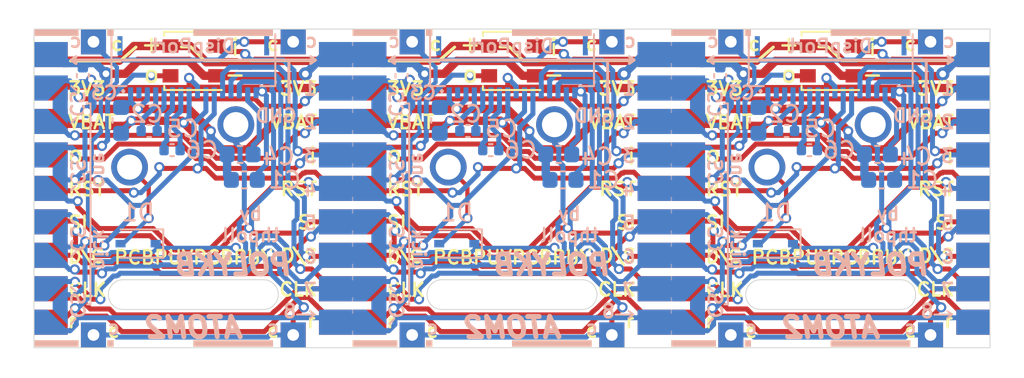
<source format=kicad_pcb>
(kicad_pcb (version 20171130) (host pcbnew "(5.1.9)-1")
  (layers (0 F.Cu signal) (31 B.Cu signal) (34 B.Paste user) (35 F.Paste user) (36 B.SilkS user) (37 F.SilkS user) (38 B.Mask user) (39 F.Mask user) (44 Edge.Cuts user))
  (net 0 "")
  (net 1 /Keyboard/sheet605ED2EB/GND)
  (net 2 /Keyboard/sheet605ED2EB/3V3)
  (net 3 /Keyboard/sheet605ED2EB/4V2)
  (net 4 "Net-(C4-Pad1)")
  (net 5 "Net-(C5-Pad2)")
  (net 6 "Net-(C5-Pad1)")
  (net 7 "Net-(C6-Pad2)")
  (net 8 "Net-(C6-Pad1)")
  (net 9 /Keyboard/sheet605ED2EB/CS)
  (net 10 /Keyboard/sheet605ED2EB/RESET)
  (net 11 /Keyboard/sheet605ED2EB/D-C)
  (net 12 /Keyboard/sheet605ED2EB/SCLK)
  (net 13 /Keyboard/sheet605ED2EB/SDIN)
  (net 14 /Keyboard/sheet605ED2EB/LED_DOUT)
  (net 15 /Keyboard/sheet605ED2EB/LED_DIN)
  (net 16 /Keyboard/sheet605ED2EB/5V)
  (net 17 "Net-(D1-Pad2)")
  (net 18 /Keyboard/sheet605ED2EB/KeyRow)
  (net 19 /Keyboard/sheet605ED2EB/KeyCol)
  (net 20 CS8)
  (net 21 CS7)
  (net 22 CS6)
  (net 23 CS5)
  (net 24 CS4)
  (net 25 CS3)
  (net 26 CS2)
  (net 27 CS1)
  (module poly_kb:WS2812B-Mini (layer F.Cu) (at 143.0655 87.3125)
    (fp_text reference LED1 hide)
    (fp_text value WS2812B-Mini)
    (fp_text user + (at -2.5 -1) (layer F.SilkS))
    (fp_text user - (at 2.5 0.8) (layer F.SilkS))
    (fp_text user o (at -2.5 0.8) (layer F.SilkS))
    (fp_text user i (at 2.5 -0.8) (layer F.SilkS))
    (pad 2 smd rect (at -1.365 0.89 90) (size 0.8 0.95) (layers F.Cu F.Paste F.Mask) (net 14 /Keyboard/sheet605ED2EB/LED_DOUT))
    (pad 3 smd rect (at 1.365 0.89 90) (size 0.8 0.95) (layers F.Cu F.Paste F.Mask) (net 1 /Keyboard/sheet605ED2EB/GND))
    (pad 1 smd rect (at -1.365 -0.89 90) (size 0.8 0.95) (layers F.Cu F.Paste F.Mask) (net 16 /Keyboard/sheet605ED2EB/5V))
    (pad 4 smd rect (at 1.365 -0.89 90) (size 0.8 0.95) (layers F.Cu F.Paste F.Mask) (net 15 /Keyboard/sheet605ED2EB/LED_DIN))
  )
  (module poly_kb:WS2812B-Mini (layer F.Cu) (at 124.0155 87.3125)
    (fp_text reference LED1 hide)
    (fp_text value WS2812B-Mini)
    (fp_text user + (at -2.5 -1) (layer F.SilkS))
    (fp_text user - (at 2.5 0.8) (layer F.SilkS))
    (fp_text user o (at -2.5 0.8) (layer F.SilkS))
    (fp_text user i (at 2.5 -0.8) (layer F.SilkS))
    (pad 2 smd rect (at -1.365 0.89 90) (size 0.8 0.95) (layers F.Cu F.Paste F.Mask) (net 14 /Keyboard/sheet605ED2EB/LED_DOUT))
    (pad 3 smd rect (at 1.365 0.89 90) (size 0.8 0.95) (layers F.Cu F.Paste F.Mask) (net 1 /Keyboard/sheet605ED2EB/GND))
    (pad 1 smd rect (at -1.365 -0.89 90) (size 0.8 0.95) (layers F.Cu F.Paste F.Mask) (net 16 /Keyboard/sheet605ED2EB/5V))
    (pad 4 smd rect (at 1.365 -0.89 90) (size 0.8 0.95) (layers F.Cu F.Paste F.Mask) (net 15 /Keyboard/sheet605ED2EB/LED_DIN))
  )
  (module Capacitor_SMD:C_0603_1608Metric (layer B.Cu) (at 146.1135 94.4245 180)
    (fp_text reference C1 (at -2.413 0) (layer B.SilkS) (effects (justify mirror)))
    (fp_text value 2.2uF)
    (pad 1 smd roundrect (at -0.775 0 180) (size 0.9 0.95) (layers B.Cu B.Paste B.Mask) (net 2 /Keyboard/sheet605ED2EB/3V3))
    (pad 2 smd roundrect (at 0.775 0 180) (size 0.9 0.95) (layers B.Cu B.Paste B.Mask) (net 1 /Keyboard/sheet605ED2EB/GND))
  )
  (module Capacitor_SMD:C_0603_1608Metric (layer B.Cu) (at 127.0635 94.4245 180)
    (fp_text reference C1 (at -2.413 0) (layer B.SilkS) (effects (justify mirror)))
    (fp_text value 2.2uF)
    (pad 1 smd roundrect (at -0.775 0 180) (size 0.9 0.95) (layers B.Cu B.Paste B.Mask) (net 2 /Keyboard/sheet605ED2EB/3V3))
    (pad 2 smd roundrect (at 0.775 0 180) (size 0.9 0.95) (layers B.Cu B.Paste B.Mask) (net 1 /Keyboard/sheet605ED2EB/GND))
  )
  (module Capacitor_SMD:C_0402_1005Metric (layer B.Cu) (at 136.4615 88.2015 90)
    (fp_text reference C3 (at -1.016 1.27 180) (layer B.SilkS) (effects (font (size 0.8 0.8) (thickness 0.153)) (justify mirror)))
    (fp_text value 1uF)
    (pad 1 smd roundrect (at -0.48 0 90) (size 0.56 0.62) (layers B.Cu B.Paste B.Mask) (net 2 /Keyboard/sheet605ED2EB/3V3))
    (pad 2 smd roundrect (at 0.48 0 90) (size 0.56 0.62) (layers B.Cu B.Paste B.Mask) (net 1 /Keyboard/sheet605ED2EB/GND))
  )
  (module Capacitor_SMD:C_0402_1005Metric (layer B.Cu) (at 117.4115 88.2015 90)
    (fp_text reference C3 (at -1.016 1.27 180) (layer B.SilkS) (effects (font (size 0.8 0.8) (thickness 0.153)) (justify mirror)))
    (fp_text value 1uF)
    (pad 1 smd roundrect (at -0.48 0 90) (size 0.56 0.62) (layers B.Cu B.Paste B.Mask) (net 2 /Keyboard/sheet605ED2EB/3V3))
    (pad 2 smd roundrect (at 0.48 0 90) (size 0.56 0.62) (layers B.Cu B.Paste B.Mask) (net 1 /Keyboard/sheet605ED2EB/GND))
  )
  (module Capacitor_SMD:C_0402_1005Metric (layer B.Cu) (at 140.4265 91.5035)
    (fp_text reference C5 (at 2.004 -0.127) (layer B.SilkS) (effects (justify mirror)))
    (fp_text value 1uF)
    (pad 1 smd roundrect (at -0.48 0) (size 0.56 0.62) (layers B.Cu B.Paste B.Mask) (net 6 "Net-(C5-Pad1)"))
    (pad 2 smd roundrect (at 0.48 0) (size 0.56 0.62) (layers B.Cu B.Paste B.Mask) (net 5 "Net-(C5-Pad2)"))
  )
  (module Capacitor_SMD:C_0402_1005Metric (layer B.Cu) (at 121.3765 91.5035)
    (fp_text reference C5 (at 2.004 -0.127) (layer B.SilkS) (effects (justify mirror)))
    (fp_text value 1uF)
    (pad 1 smd roundrect (at -0.48 0) (size 0.56 0.62) (layers B.Cu B.Paste B.Mask) (net 6 "Net-(C5-Pad1)"))
    (pad 2 smd roundrect (at 0.48 0) (size 0.56 0.62) (layers B.Cu B.Paste B.Mask) (net 5 "Net-(C5-Pad2)"))
  )
  (module Capacitor_SMD:C_0402_1005Metric (layer B.Cu) (at 141.7955 92.6465)
    (fp_text reference C6 (at 1.778 0) (layer B.SilkS) (effects (justify mirror)))
    (fp_text value 1uF)
    (pad 1 smd roundrect (at -0.48 0) (size 0.56 0.62) (layers B.Cu B.Paste B.Mask) (net 8 "Net-(C6-Pad1)"))
    (pad 2 smd roundrect (at 0.48 0) (size 0.56 0.62) (layers B.Cu B.Paste B.Mask) (net 7 "Net-(C6-Pad2)"))
  )
  (module Capacitor_SMD:C_0402_1005Metric (layer B.Cu) (at 122.7455 92.6465)
    (fp_text reference C6 (at 1.778 0) (layer B.SilkS) (effects (justify mirror)))
    (fp_text value 1uF)
    (pad 1 smd roundrect (at -0.48 0) (size 0.56 0.62) (layers B.Cu B.Paste B.Mask) (net 8 "Net-(C6-Pad1)"))
    (pad 2 smd roundrect (at 0.48 0) (size 0.56 0.62) (layers B.Cu B.Paste B.Mask) (net 7 "Net-(C6-Pad2)"))
  )
  (module Capacitor_SMD:C_0603_1608Metric (layer B.Cu) (at 138.7475 90.8685 90)
    (fp_text reference C2 (at 0.381 1.5494 180) (layer B.SilkS) (effects (justify mirror)))
    (fp_text value 2.2uF)
    (pad 1 smd roundrect (at -0.775 0 90) (size 0.9 0.95) (layers B.Cu B.Paste B.Mask) (net 3 /Keyboard/sheet605ED2EB/4V2))
    (pad 2 smd roundrect (at 0.775 0 90) (size 0.9 0.95) (layers B.Cu B.Paste B.Mask) (net 1 /Keyboard/sheet605ED2EB/GND))
  )
  (module Capacitor_SMD:C_0603_1608Metric (layer B.Cu) (at 119.6975 90.8685 90)
    (fp_text reference C2 (at 0.381 1.5494 180) (layer B.SilkS) (effects (justify mirror)))
    (fp_text value 2.2uF)
    (pad 1 smd roundrect (at -0.775 0 90) (size 0.9 0.95) (layers B.Cu B.Paste B.Mask) (net 3 /Keyboard/sheet605ED2EB/4V2))
    (pad 2 smd roundrect (at 0.775 0 90) (size 0.9 0.95) (layers B.Cu B.Paste B.Mask) (net 1 /Keyboard/sheet605ED2EB/GND))
  )
  (module poly_kb:AtomConnectCS (layer B.Cu) (at 134.5565 94.9325 270)
    (fp_text reference J5 hide)
    (fp_text value WestBack)
    (pad 1 smd rect (at -8 0 270) (size 1.5 2) (layers B.Cu B.Paste B.Mask) (net 1 /Keyboard/sheet605ED2EB/GND))
    (pad 2 smd custom (at -6 0.5 90) (size 1 1) (layers B.Cu B.Paste B.Mask) (net 27 CS1) (options (clearance outline) (anchor rect)) (primitives (gr_poly (pts (xy -0.75 0.3) (xy -0.75 -0.5) (xy 0.75 -0.5) (xy 0.75 1.5) (xy 0.45 1.5)) (width 0))))
    (pad 3 smd custom (at -4 0.5 90) (size 1 1) (layers B.Cu B.Paste B.Mask) (net 26 CS2) (options (clearance outline) (anchor rect)) (primitives (gr_poly (pts (xy 0.75 0.3) (xy 0.75 -0.5) (xy -0.75 -0.5) (xy -0.75 1.5) (xy -0.45 1.5)) (width 0))))
    (pad 4 smd custom (at -2 0.5 90) (size 1 1) (layers B.Cu B.Paste B.Mask) (net 25 CS3) (options (clearance outline) (anchor rect)) (primitives (gr_poly (pts (xy -0.75 0.3) (xy -0.75 -0.5) (xy 0.75 -0.5) (xy 0.75 1.5) (xy 0.45 1.5)) (width 0))))
    (pad 5 smd custom (at 0 0.5 90) (size 1 1) (layers B.Cu B.Paste B.Mask) (net 24 CS4) (options (clearance outline) (anchor rect)) (primitives (gr_poly (pts (xy 0.75 0.3) (xy 0.75 -0.5) (xy -0.75 -0.5) (xy -0.75 1.5) (xy -0.45 1.5)) (width 0))))
    (pad 6 smd custom (at 2 0.5 90) (size 1 1) (layers B.Cu B.Paste B.Mask) (net 23 CS5) (options (clearance outline) (anchor rect)) (primitives (gr_poly (pts (xy -0.75 0.3) (xy -0.75 -0.5) (xy 0.75 -0.5) (xy 0.75 1.5) (xy 0.45 1.5)) (width 0))))
    (pad 7 smd custom (at 4 0.5 90) (size 1 1) (layers B.Cu B.Paste B.Mask) (net 22 CS6) (options (clearance outline) (anchor rect)) (primitives (gr_poly (pts (xy 0.75 0.3) (xy 0.75 -0.5) (xy -0.75 -0.5) (xy -0.75 1.5) (xy -0.45 1.5)) (width 0))))
    (pad 8 smd custom (at 6 0.5 90) (size 1 1) (layers B.Cu B.Paste B.Mask) (net 21 CS7) (options (clearance outline) (anchor rect)) (primitives (gr_poly (pts (xy -0.75 0.3) (xy -0.75 -0.5) (xy 0.75 -0.5) (xy 0.75 1.5) (xy 0.45 1.5)) (width 0))))
    (pad 9 smd custom (at 8 0.5 90) (size 1 1) (layers B.Cu B.Paste B.Mask) (net 20 CS8) (options (clearance outline) (anchor rect)) (primitives (gr_poly (pts (xy 0.75 0.3) (xy 0.75 -0.5) (xy -0.75 -0.5) (xy -0.75 1.5) (xy -0.45 1.5)) (width 0))))
    (pad 10 smd custom (at -5.5 -0.75 270) (size 0.5 0.5) (layers B.Cu B.Paste B.Mask) (net 9 /Keyboard/sheet605ED2EB/CS) (options (clearance outline) (anchor circle)) (primitives (gr_poly (pts (xy 0.75 0.65) (xy 1.65 -0.25) (xy 0.75 -0.25)) (width 0)) (gr_poly (pts (xy 0.25 0.65) (xy -0.65 -0.25) (xy 0.25 -0.25)) (width 0)) (gr_poly (pts (xy 0.75 -0.25) (xy 0.25 -0.25) (xy 0.25 0.65) (xy 0.75 0.65)) (width 0))))
    (pad 10 smd custom (at -1.5 -0.75 270) (size 0.5 0.5) (layers B.Cu B.Paste B.Mask) (net 9 /Keyboard/sheet605ED2EB/CS) (options (clearance outline) (anchor circle)) (primitives (gr_poly (pts (xy 0.75 0.65) (xy 1.65 -0.25) (xy 0.75 -0.25)) (width 0)) (gr_poly (pts (xy 0.25 0.65) (xy -0.65 -0.25) (xy 0.25 -0.25)) (width 0)) (gr_poly (pts (xy 0.75 -0.25) (xy 0.25 -0.25) (xy 0.25 0.65) (xy 0.75 0.65)) (width 0))))
    (pad 10 smd custom (at 2.5 -0.75 270) (size 0.5 0.5) (layers B.Cu B.Paste B.Mask) (net 9 /Keyboard/sheet605ED2EB/CS) (options (clearance outline) (anchor circle)) (primitives (gr_poly (pts (xy 0.75 0.65) (xy 1.65 -0.25) (xy 0.75 -0.25)) (width 0)) (gr_poly (pts (xy 0.25 0.65) (xy -0.65 -0.25) (xy 0.25 -0.25)) (width 0)) (gr_poly (pts (xy 0.75 -0.25) (xy 0.25 -0.25) (xy 0.25 0.65) (xy 0.75 0.65)) (width 0))))
    (pad 10 smd custom (at 6.5 -0.75 270) (size 0.5 0.5) (layers B.Cu B.Paste B.Mask) (net 9 /Keyboard/sheet605ED2EB/CS) (options (clearance outline) (anchor circle)) (primitives (gr_poly (pts (xy 0.75 0.65) (xy 1.65 -0.25) (xy 0.75 -0.25)) (width 0)) (gr_poly (pts (xy 0.25 0.65) (xy -0.65 -0.25) (xy 0.25 -0.25)) (width 0)) (gr_poly (pts (xy 0.75 -0.25) (xy 0.25 -0.25) (xy 0.25 0.65) (xy 0.75 0.65)) (width 0))))
  )
  (module poly_kb:AtomConnectCS (layer B.Cu) (at 115.5065 94.9325 270)
    (fp_text reference J5 hide)
    (fp_text value WestBack)
    (pad 1 smd rect (at -8 0 270) (size 1.5 2) (layers B.Cu B.Paste B.Mask) (net 1 /Keyboard/sheet605ED2EB/GND))
    (pad 2 smd custom (at -6 0.5 90) (size 1 1) (layers B.Cu B.Paste B.Mask) (net 27 CS1) (options (clearance outline) (anchor rect)) (primitives (gr_poly (pts (xy -0.75 0.3) (xy -0.75 -0.5) (xy 0.75 -0.5) (xy 0.75 1.5) (xy 0.45 1.5)) (width 0))))
    (pad 3 smd custom (at -4 0.5 90) (size 1 1) (layers B.Cu B.Paste B.Mask) (net 26 CS2) (options (clearance outline) (anchor rect)) (primitives (gr_poly (pts (xy 0.75 0.3) (xy 0.75 -0.5) (xy -0.75 -0.5) (xy -0.75 1.5) (xy -0.45 1.5)) (width 0))))
    (pad 4 smd custom (at -2 0.5 90) (size 1 1) (layers B.Cu B.Paste B.Mask) (net 25 CS3) (options (clearance outline) (anchor rect)) (primitives (gr_poly (pts (xy -0.75 0.3) (xy -0.75 -0.5) (xy 0.75 -0.5) (xy 0.75 1.5) (xy 0.45 1.5)) (width 0))))
    (pad 5 smd custom (at 0 0.5 90) (size 1 1) (layers B.Cu B.Paste B.Mask) (net 24 CS4) (options (clearance outline) (anchor rect)) (primitives (gr_poly (pts (xy 0.75 0.3) (xy 0.75 -0.5) (xy -0.75 -0.5) (xy -0.75 1.5) (xy -0.45 1.5)) (width 0))))
    (pad 6 smd custom (at 2 0.5 90) (size 1 1) (layers B.Cu B.Paste B.Mask) (net 23 CS5) (options (clearance outline) (anchor rect)) (primitives (gr_poly (pts (xy -0.75 0.3) (xy -0.75 -0.5) (xy 0.75 -0.5) (xy 0.75 1.5) (xy 0.45 1.5)) (width 0))))
    (pad 7 smd custom (at 4 0.5 90) (size 1 1) (layers B.Cu B.Paste B.Mask) (net 22 CS6) (options (clearance outline) (anchor rect)) (primitives (gr_poly (pts (xy 0.75 0.3) (xy 0.75 -0.5) (xy -0.75 -0.5) (xy -0.75 1.5) (xy -0.45 1.5)) (width 0))))
    (pad 8 smd custom (at 6 0.5 90) (size 1 1) (layers B.Cu B.Paste B.Mask) (net 21 CS7) (options (clearance outline) (anchor rect)) (primitives (gr_poly (pts (xy -0.75 0.3) (xy -0.75 -0.5) (xy 0.75 -0.5) (xy 0.75 1.5) (xy 0.45 1.5)) (width 0))))
    (pad 9 smd custom (at 8 0.5 90) (size 1 1) (layers B.Cu B.Paste B.Mask) (net 20 CS8) (options (clearance outline) (anchor rect)) (primitives (gr_poly (pts (xy 0.75 0.3) (xy 0.75 -0.5) (xy -0.75 -0.5) (xy -0.75 1.5) (xy -0.45 1.5)) (width 0))))
    (pad 10 smd custom (at -5.5 -0.75 270) (size 0.5 0.5) (layers B.Cu B.Paste B.Mask) (net 9 /Keyboard/sheet605ED2EB/CS) (options (clearance outline) (anchor circle)) (primitives (gr_poly (pts (xy 0.75 0.65) (xy 1.65 -0.25) (xy 0.75 -0.25)) (width 0)) (gr_poly (pts (xy 0.25 0.65) (xy -0.65 -0.25) (xy 0.25 -0.25)) (width 0)) (gr_poly (pts (xy 0.75 -0.25) (xy 0.25 -0.25) (xy 0.25 0.65) (xy 0.75 0.65)) (width 0))))
    (pad 10 smd custom (at -1.5 -0.75 270) (size 0.5 0.5) (layers B.Cu B.Paste B.Mask) (net 9 /Keyboard/sheet605ED2EB/CS) (options (clearance outline) (anchor circle)) (primitives (gr_poly (pts (xy 0.75 0.65) (xy 1.65 -0.25) (xy 0.75 -0.25)) (width 0)) (gr_poly (pts (xy 0.25 0.65) (xy -0.65 -0.25) (xy 0.25 -0.25)) (width 0)) (gr_poly (pts (xy 0.75 -0.25) (xy 0.25 -0.25) (xy 0.25 0.65) (xy 0.75 0.65)) (width 0))))
    (pad 10 smd custom (at 2.5 -0.75 270) (size 0.5 0.5) (layers B.Cu B.Paste B.Mask) (net 9 /Keyboard/sheet605ED2EB/CS) (options (clearance outline) (anchor circle)) (primitives (gr_poly (pts (xy 0.75 0.65) (xy 1.65 -0.25) (xy 0.75 -0.25)) (width 0)) (gr_poly (pts (xy 0.25 0.65) (xy -0.65 -0.25) (xy 0.25 -0.25)) (width 0)) (gr_poly (pts (xy 0.75 -0.25) (xy 0.25 -0.25) (xy 0.25 0.65) (xy 0.75 0.65)) (width 0))))
    (pad 10 smd custom (at 6.5 -0.75 270) (size 0.5 0.5) (layers B.Cu B.Paste B.Mask) (net 9 /Keyboard/sheet605ED2EB/CS) (options (clearance outline) (anchor circle)) (primitives (gr_poly (pts (xy 0.75 0.65) (xy 1.65 -0.25) (xy 0.75 -0.25)) (width 0)) (gr_poly (pts (xy 0.25 0.65) (xy -0.65 -0.25) (xy 0.25 -0.25)) (width 0)) (gr_poly (pts (xy 0.75 -0.25) (xy 0.25 -0.25) (xy 0.25 0.65) (xy 0.75 0.65)) (width 0))))
  )
  (module poly_kb:FPC_16_JUSHUO_AFC05_S16FIA_00 (layer B.Cu) (at 143.0655 89.2175)
    (fp_text reference J1 hide)
    (fp_text value Conn_01x16)
    (pad 1 smd rect (at -3.75 0) (size 0.3 0.65) (layers B.Cu B.Paste B.Mask) (net 1 /Keyboard/sheet605ED2EB/GND))
    (pad 2 smd rect (at -3.25 0) (size 0.3 0.65) (layers B.Cu B.Paste B.Mask))
    (pad 3 smd rect (at -2.75 0) (size 0.3 0.65) (layers B.Cu B.Paste B.Mask) (net 1 /Keyboard/sheet605ED2EB/GND))
    (pad 4 smd rect (at -2.25 0) (size 0.3 0.65) (layers B.Cu B.Paste B.Mask) (net 6 "Net-(C5-Pad1)"))
    (pad 5 smd rect (at -1.75 0) (size 0.3 0.65) (layers B.Cu B.Paste B.Mask) (net 5 "Net-(C5-Pad2)"))
    (pad 6 smd rect (at -1.25 0) (size 0.3 0.65) (layers B.Cu B.Paste B.Mask) (net 8 "Net-(C6-Pad1)"))
    (pad 7 smd rect (at -0.75 0) (size 0.3 0.65) (layers B.Cu B.Paste B.Mask) (net 7 "Net-(C6-Pad2)"))
    (pad 8 smd rect (at -0.25 0) (size 0.3 0.65) (layers B.Cu B.Paste B.Mask) (net 3 /Keyboard/sheet605ED2EB/4V2))
    (pad 9 smd rect (at 0.25 0) (size 0.3 0.65) (layers B.Cu B.Paste B.Mask) (net 2 /Keyboard/sheet605ED2EB/3V3))
    (pad 10 smd rect (at 0.75 0) (size 0.3 0.65) (layers B.Cu B.Paste B.Mask) (net 9 /Keyboard/sheet605ED2EB/CS))
    (pad 11 smd rect (at 1.25 0) (size 0.3 0.65) (layers B.Cu B.Paste B.Mask) (net 10 /Keyboard/sheet605ED2EB/RESET))
    (pad 12 smd rect (at 1.75 0) (size 0.3 0.65) (layers B.Cu B.Paste B.Mask) (net 11 /Keyboard/sheet605ED2EB/D-C))
    (pad 13 smd rect (at 2.25 0) (size 0.3 0.65) (layers B.Cu B.Paste B.Mask) (net 12 /Keyboard/sheet605ED2EB/SCLK))
    (pad 14 smd rect (at 2.75 0) (size 0.3 0.65) (layers B.Cu B.Paste B.Mask) (net 13 /Keyboard/sheet605ED2EB/SDIN))
    (pad 15 smd rect (at 3.25 0) (size 0.3 0.65) (layers B.Cu B.Paste B.Mask) (net 4 "Net-(C4-Pad1)"))
    (pad 16 smd rect (at 3.75 0) (size 0.3 0.65) (layers B.Cu B.Paste B.Mask) (net 2 /Keyboard/sheet605ED2EB/3V3))
    (pad 0 smd rect (at -4.385 -2.81) (size 0.3 1.15) (layers B.Cu B.Paste B.Mask))
    (pad 0 smd rect (at 4.385 -2.81) (size 0.3 1.15) (layers B.Cu B.Paste B.Mask))
  )
  (module poly_kb:FPC_16_JUSHUO_AFC05_S16FIA_00 (layer B.Cu) (at 124.0155 89.2175)
    (fp_text reference J1 hide)
    (fp_text value Conn_01x16)
    (pad 1 smd rect (at -3.75 0) (size 0.3 0.65) (layers B.Cu B.Paste B.Mask) (net 1 /Keyboard/sheet605ED2EB/GND))
    (pad 2 smd rect (at -3.25 0) (size 0.3 0.65) (layers B.Cu B.Paste B.Mask))
    (pad 3 smd rect (at -2.75 0) (size 0.3 0.65) (layers B.Cu B.Paste B.Mask) (net 1 /Keyboard/sheet605ED2EB/GND))
    (pad 4 smd rect (at -2.25 0) (size 0.3 0.65) (layers B.Cu B.Paste B.Mask) (net 6 "Net-(C5-Pad1)"))
    (pad 5 smd rect (at -1.75 0) (size 0.3 0.65) (layers B.Cu B.Paste B.Mask) (net 5 "Net-(C5-Pad2)"))
    (pad 6 smd rect (at -1.25 0) (size 0.3 0.65) (layers B.Cu B.Paste B.Mask) (net 8 "Net-(C6-Pad1)"))
    (pad 7 smd rect (at -0.75 0) (size 0.3 0.65) (layers B.Cu B.Paste B.Mask) (net 7 "Net-(C6-Pad2)"))
    (pad 8 smd rect (at -0.25 0) (size 0.3 0.65) (layers B.Cu B.Paste B.Mask) (net 3 /Keyboard/sheet605ED2EB/4V2))
    (pad 9 smd rect (at 0.25 0) (size 0.3 0.65) (layers B.Cu B.Paste B.Mask) (net 2 /Keyboard/sheet605ED2EB/3V3))
    (pad 10 smd rect (at 0.75 0) (size 0.3 0.65) (layers B.Cu B.Paste B.Mask) (net 9 /Keyboard/sheet605ED2EB/CS))
    (pad 11 smd rect (at 1.25 0) (size 0.3 0.65) (layers B.Cu B.Paste B.Mask) (net 10 /Keyboard/sheet605ED2EB/RESET))
    (pad 12 smd rect (at 1.75 0) (size 0.3 0.65) (layers B.Cu B.Paste B.Mask) (net 11 /Keyboard/sheet605ED2EB/D-C))
    (pad 13 smd rect (at 2.25 0) (size 0.3 0.65) (layers B.Cu B.Paste B.Mask) (net 12 /Keyboard/sheet605ED2EB/SCLK))
    (pad 14 smd rect (at 2.75 0) (size 0.3 0.65) (layers B.Cu B.Paste B.Mask) (net 13 /Keyboard/sheet605ED2EB/SDIN))
    (pad 15 smd rect (at 3.25 0) (size 0.3 0.65) (layers B.Cu B.Paste B.Mask) (net 4 "Net-(C4-Pad1)"))
    (pad 16 smd rect (at 3.75 0) (size 0.3 0.65) (layers B.Cu B.Paste B.Mask) (net 2 /Keyboard/sheet605ED2EB/3V3))
    (pad 0 smd rect (at -4.385 -2.81) (size 0.3 1.15) (layers B.Cu B.Paste B.Mask))
    (pad 0 smd rect (at 4.385 -2.81) (size 0.3 1.15) (layers B.Cu B.Paste B.Mask))
  )
  (module poly_kb:SW_Cherry_MX_1.00u_PCB_NoSilk (layer F.Cu) (at 145.6055 91.1225)
    (fp_text reference SW1 hide)
    (fp_text value SW_Push)
    (pad "" np_thru_hole circle (at 2.54 5.08) (size 1.7 1.7) (drill 1.7) (layers *.Cu *.Mask))
    (pad "" np_thru_hole circle (at -7.62 5.08) (size 1.7 1.7) (drill 1.7) (layers *.Cu *.Mask))
    (pad "" np_thru_hole circle (at -2.54 5.08) (size 4 4) (drill 4) (layers *.Cu *.Mask))
    (pad 2 thru_hole circle (at -6.35 2.54) (size 2.2 2.2) (drill 1.5) (layers *.Cu *.Mask) (net 17 "Net-(D1-Pad2)"))
    (pad 1 thru_hole circle (at 0 0) (size 2.2 2.2) (drill 1.5) (layers *.Cu *.Mask) (net 18 /Keyboard/sheet605ED2EB/KeyRow))
  )
  (module poly_kb:SW_Cherry_MX_1.00u_PCB_NoSilk (layer F.Cu) (at 126.5555 91.1225)
    (fp_text reference SW1 hide)
    (fp_text value SW_Push)
    (pad "" np_thru_hole circle (at 2.54 5.08) (size 1.7 1.7) (drill 1.7) (layers *.Cu *.Mask))
    (pad "" np_thru_hole circle (at -7.62 5.08) (size 1.7 1.7) (drill 1.7) (layers *.Cu *.Mask))
    (pad "" np_thru_hole circle (at -2.54 5.08) (size 4 4) (drill 4) (layers *.Cu *.Mask))
    (pad 2 thru_hole circle (at -6.35 2.54) (size 2.2 2.2) (drill 1.5) (layers *.Cu *.Mask) (net 17 "Net-(D1-Pad2)"))
    (pad 1 thru_hole circle (at 0 0) (size 2.2 2.2) (drill 1.5) (layers *.Cu *.Mask) (net 18 /Keyboard/sheet605ED2EB/KeyRow))
  )
  (module Capacitor_SMD:C_0603_1608Metric (layer B.Cu) (at 145.8595 92.9005 180)
    (fp_text reference C4 (at -2.286 -0.127) (layer B.SilkS) (effects (justify mirror)))
    (fp_text value 4.7uF)
    (pad 1 smd roundrect (at -0.775 0 180) (size 0.9 0.95) (layers B.Cu B.Paste B.Mask) (net 4 "Net-(C4-Pad1)"))
    (pad 2 smd roundrect (at 0.775 0 180) (size 0.9 0.95) (layers B.Cu B.Paste B.Mask) (net 1 /Keyboard/sheet605ED2EB/GND))
  )
  (module Capacitor_SMD:C_0603_1608Metric (layer B.Cu) (at 126.8095 92.9005 180)
    (fp_text reference C4 (at -2.286 -0.127) (layer B.SilkS) (effects (justify mirror)))
    (fp_text value 4.7uF)
    (pad 1 smd roundrect (at -0.775 0 180) (size 0.9 0.95) (layers B.Cu B.Paste B.Mask) (net 4 "Net-(C4-Pad1)"))
    (pad 2 smd roundrect (at 0.775 0 180) (size 0.9 0.95) (layers B.Cu B.Paste B.Mask) (net 1 /Keyboard/sheet605ED2EB/GND))
  )
  (module poly_kb:AtomConnect2 (layer F.Cu) (at 151.5745 94.9325 270)
    (fp_text reference J4 hide)
    (fp_text value EastFront)
    (pad 5 smd rect (at 0 0 270) (size 1.5 2) (layers F.Cu F.Paste F.Mask) (net 10 /Keyboard/sheet605ED2EB/RESET))
    (pad 4 smd rect (at -2 0 270) (size 1.5 2) (layers F.Cu F.Paste F.Mask) (net 15 /Keyboard/sheet605ED2EB/LED_DIN))
    (pad 3 smd rect (at -4 0 270) (size 1.5 2) (layers F.Cu F.Paste F.Mask) (net 3 /Keyboard/sheet605ED2EB/4V2))
    (pad 2 smd rect (at -6 0 270) (size 1.5 2) (layers F.Cu F.Paste F.Mask) (net 2 /Keyboard/sheet605ED2EB/3V3))
    (pad 6 smd rect (at 2 0 270) (size 1.5 2) (layers F.Cu F.Paste F.Mask) (net 13 /Keyboard/sheet605ED2EB/SDIN))
    (pad 1 smd rect (at -8 0 270) (size 1.5 2) (layers F.Cu F.Paste F.Mask) (net 16 /Keyboard/sheet605ED2EB/5V))
    (pad 7 smd rect (at 4 0 270) (size 1.5 2) (layers F.Cu F.Paste F.Mask) (net 11 /Keyboard/sheet605ED2EB/D-C))
    (pad 8 smd rect (at 6 0 270) (size 1.5 2) (layers F.Cu F.Paste F.Mask) (net 12 /Keyboard/sheet605ED2EB/SCLK))
    (pad 9 smd rect (at 8 0 270) (size 1.5 2) (layers F.Cu F.Paste F.Mask) (net 18 /Keyboard/sheet605ED2EB/KeyRow))
  )
  (module poly_kb:AtomConnect2 (layer F.Cu) (at 132.5245 94.9325 270)
    (fp_text reference J4 hide)
    (fp_text value EastFront)
    (pad 5 smd rect (at 0 0 270) (size 1.5 2) (layers F.Cu F.Paste F.Mask) (net 10 /Keyboard/sheet605ED2EB/RESET))
    (pad 4 smd rect (at -2 0 270) (size 1.5 2) (layers F.Cu F.Paste F.Mask) (net 15 /Keyboard/sheet605ED2EB/LED_DIN))
    (pad 3 smd rect (at -4 0 270) (size 1.5 2) (layers F.Cu F.Paste F.Mask) (net 3 /Keyboard/sheet605ED2EB/4V2))
    (pad 2 smd rect (at -6 0 270) (size 1.5 2) (layers F.Cu F.Paste F.Mask) (net 2 /Keyboard/sheet605ED2EB/3V3))
    (pad 6 smd rect (at 2 0 270) (size 1.5 2) (layers F.Cu F.Paste F.Mask) (net 13 /Keyboard/sheet605ED2EB/SDIN))
    (pad 1 smd rect (at -8 0 270) (size 1.5 2) (layers F.Cu F.Paste F.Mask) (net 16 /Keyboard/sheet605ED2EB/5V))
    (pad 7 smd rect (at 4 0 270) (size 1.5 2) (layers F.Cu F.Paste F.Mask) (net 11 /Keyboard/sheet605ED2EB/D-C))
    (pad 8 smd rect (at 6 0 270) (size 1.5 2) (layers F.Cu F.Paste F.Mask) (net 12 /Keyboard/sheet605ED2EB/SCLK))
    (pad 9 smd rect (at 8 0 270) (size 1.5 2) (layers F.Cu F.Paste F.Mask) (net 18 /Keyboard/sheet605ED2EB/KeyRow))
  )
  (module poly_kb:AtomConnect2 (layer B.Cu) (at 151.5745 94.9325 270)
    (fp_text reference J6 hide)
    (fp_text value EastBack)
    (pad 5 smd rect (at 0 0 270) (size 1.5 2) (layers B.Cu B.Paste B.Mask) (net 24 CS4))
    (pad 4 smd rect (at -2 0 270) (size 1.5 2) (layers B.Cu B.Paste B.Mask) (net 25 CS3))
    (pad 3 smd rect (at -4 0 270) (size 1.5 2) (layers B.Cu B.Paste B.Mask) (net 26 CS2))
    (pad 2 smd rect (at -6 0 270) (size 1.5 2) (layers B.Cu B.Paste B.Mask) (net 27 CS1))
    (pad 6 smd rect (at 2 0 270) (size 1.5 2) (layers B.Cu B.Paste B.Mask) (net 23 CS5))
    (pad 1 smd rect (at -8 0 270) (size 1.5 2) (layers B.Cu B.Paste B.Mask) (net 1 /Keyboard/sheet605ED2EB/GND))
    (pad 7 smd rect (at 4 0 270) (size 1.5 2) (layers B.Cu B.Paste B.Mask) (net 22 CS6))
    (pad 8 smd rect (at 6 0 270) (size 1.5 2) (layers B.Cu B.Paste B.Mask) (net 21 CS7))
    (pad 9 smd rect (at 8 0 270) (size 1.5 2) (layers B.Cu B.Paste B.Mask) (net 20 CS8))
  )
  (module poly_kb:AtomConnect2 (layer B.Cu) (at 132.5245 94.9325 270)
    (fp_text reference J6 hide)
    (fp_text value EastBack)
    (pad 5 smd rect (at 0 0 270) (size 1.5 2) (layers B.Cu B.Paste B.Mask) (net 24 CS4))
    (pad 4 smd rect (at -2 0 270) (size 1.5 2) (layers B.Cu B.Paste B.Mask) (net 25 CS3))
    (pad 3 smd rect (at -4 0 270) (size 1.5 2) (layers B.Cu B.Paste B.Mask) (net 26 CS2))
    (pad 2 smd rect (at -6 0 270) (size 1.5 2) (layers B.Cu B.Paste B.Mask) (net 27 CS1))
    (pad 6 smd rect (at 2 0 270) (size 1.5 2) (layers B.Cu B.Paste B.Mask) (net 23 CS5))
    (pad 1 smd rect (at -8 0 270) (size 1.5 2) (layers B.Cu B.Paste B.Mask) (net 1 /Keyboard/sheet605ED2EB/GND))
    (pad 7 smd rect (at 4 0 270) (size 1.5 2) (layers B.Cu B.Paste B.Mask) (net 22 CS6))
    (pad 8 smd rect (at 6 0 270) (size 1.5 2) (layers B.Cu B.Paste B.Mask) (net 21 CS7))
    (pad 9 smd rect (at 8 0 270) (size 1.5 2) (layers B.Cu B.Paste B.Mask) (net 20 CS8))
  )
  (module poly_kb:TestPoin_1.5x1.5mm_Drill0.7mm (layer F.Cu) (at 149.0345 86.1695)
    (fp_text reference J2 hide)
    (fp_text value North)
    (pad 1 thru_hole rect (at 0 0) (size 1.5 1.5) (drill 0.7) (layers *.Cu *.Mask) (net 19 /Keyboard/sheet605ED2EB/KeyCol))
  )
  (module poly_kb:TestPoin_1.5x1.5mm_Drill0.7mm (layer F.Cu) (at 129.9845 86.1695)
    (fp_text reference J2 hide)
    (fp_text value North)
    (pad 1 thru_hole rect (at 0 0) (size 1.5 1.5) (drill 0.7) (layers *.Cu *.Mask) (net 19 /Keyboard/sheet605ED2EB/KeyCol))
  )
  (module poly_kb:AtomConnect2 (layer F.Cu) (at 134.5565 94.9325 270)
    (fp_text reference J3 hide)
    (fp_text value WestFront)
    (pad 5 smd rect (at 0 0 270) (size 1.5 2) (layers F.Cu F.Paste F.Mask) (net 10 /Keyboard/sheet605ED2EB/RESET))
    (pad 4 smd rect (at -2 0 270) (size 1.5 2) (layers F.Cu F.Paste F.Mask) (net 14 /Keyboard/sheet605ED2EB/LED_DOUT))
    (pad 3 smd rect (at -4 0 270) (size 1.5 2) (layers F.Cu F.Paste F.Mask) (net 3 /Keyboard/sheet605ED2EB/4V2))
    (pad 2 smd rect (at -6 0 270) (size 1.5 2) (layers F.Cu F.Paste F.Mask) (net 2 /Keyboard/sheet605ED2EB/3V3))
    (pad 6 smd rect (at 2 0 270) (size 1.5 2) (layers F.Cu F.Paste F.Mask) (net 13 /Keyboard/sheet605ED2EB/SDIN))
    (pad 1 smd rect (at -8 0 270) (size 1.5 2) (layers F.Cu F.Paste F.Mask) (net 16 /Keyboard/sheet605ED2EB/5V))
    (pad 7 smd rect (at 4 0 270) (size 1.5 2) (layers F.Cu F.Paste F.Mask) (net 11 /Keyboard/sheet605ED2EB/D-C))
    (pad 8 smd rect (at 6 0 270) (size 1.5 2) (layers F.Cu F.Paste F.Mask) (net 12 /Keyboard/sheet605ED2EB/SCLK))
    (pad 9 smd rect (at 8 0 270) (size 1.5 2) (layers F.Cu F.Paste F.Mask) (net 18 /Keyboard/sheet605ED2EB/KeyRow))
  )
  (module poly_kb:AtomConnect2 (layer F.Cu) (at 115.5065 94.9325 270)
    (fp_text reference J3 hide)
    (fp_text value WestFront)
    (pad 5 smd rect (at 0 0 270) (size 1.5 2) (layers F.Cu F.Paste F.Mask) (net 10 /Keyboard/sheet605ED2EB/RESET))
    (pad 4 smd rect (at -2 0 270) (size 1.5 2) (layers F.Cu F.Paste F.Mask) (net 14 /Keyboard/sheet605ED2EB/LED_DOUT))
    (pad 3 smd rect (at -4 0 270) (size 1.5 2) (layers F.Cu F.Paste F.Mask) (net 3 /Keyboard/sheet605ED2EB/4V2))
    (pad 2 smd rect (at -6 0 270) (size 1.5 2) (layers F.Cu F.Paste F.Mask) (net 2 /Keyboard/sheet605ED2EB/3V3))
    (pad 6 smd rect (at 2 0 270) (size 1.5 2) (layers F.Cu F.Paste F.Mask) (net 13 /Keyboard/sheet605ED2EB/SDIN))
    (pad 1 smd rect (at -8 0 270) (size 1.5 2) (layers F.Cu F.Paste F.Mask) (net 16 /Keyboard/sheet605ED2EB/5V))
    (pad 7 smd rect (at 4 0 270) (size 1.5 2) (layers F.Cu F.Paste F.Mask) (net 11 /Keyboard/sheet605ED2EB/D-C))
    (pad 8 smd rect (at 6 0 270) (size 1.5 2) (layers F.Cu F.Paste F.Mask) (net 12 /Keyboard/sheet605ED2EB/SCLK))
    (pad 9 smd rect (at 8 0 270) (size 1.5 2) (layers F.Cu F.Paste F.Mask) (net 18 /Keyboard/sheet605ED2EB/KeyRow))
  )
  (module Diode_SMD:D_SOD-323 (layer B.Cu) (at 139.7635 98.2345 180)
    (fp_text reference D1 (at 0 1.85) (layer B.SilkS) (effects (justify mirror)))
    (fp_text value D_Small)
    (pad 1 smd rect (at -1.05 0 180) (size 0.6 0.45) (layers B.Cu B.Paste B.Mask) (net 19 /Keyboard/sheet605ED2EB/KeyCol))
    (pad 2 smd rect (at 1.05 0 180) (size 0.6 0.45) (layers B.Cu B.Paste B.Mask) (net 17 "Net-(D1-Pad2)"))
  )
  (module Diode_SMD:D_SOD-323 (layer B.Cu) (at 120.7135 98.2345 180)
    (fp_text reference D1 (at 0 1.85) (layer B.SilkS) (effects (justify mirror)))
    (fp_text value D_Small)
    (pad 1 smd rect (at -1.05 0 180) (size 0.6 0.45) (layers B.Cu B.Paste B.Mask) (net 19 /Keyboard/sheet605ED2EB/KeyCol))
    (pad 2 smd rect (at 1.05 0 180) (size 0.6 0.45) (layers B.Cu B.Paste B.Mask) (net 17 "Net-(D1-Pad2)"))
  )
  (module poly_kb:TestPoin_1.5x1.5mm_Drill0.7mm (layer F.Cu) (at 137.0965 103.6955)
    (fp_text reference J7 hide)
    (fp_text value South)
    (pad 1 thru_hole rect (at 0 0) (size 1.5 1.5) (drill 0.7) (layers *.Cu *.Mask) (net 19 /Keyboard/sheet605ED2EB/KeyCol))
  )
  (module poly_kb:TestPoin_1.5x1.5mm_Drill0.7mm (layer F.Cu) (at 118.0465 103.6955)
    (fp_text reference J7 hide)
    (fp_text value South)
    (pad 1 thru_hole rect (at 0 0) (size 1.5 1.5) (drill 0.7) (layers *.Cu *.Mask) (net 19 /Keyboard/sheet605ED2EB/KeyCol))
  )
  (module poly_kb:TestPoin_1.5x1.5mm_Drill0.7mm (layer F.Cu) (at 149.0345 103.6955)
    (fp_text reference J9 hide)
    (fp_text value South2)
    (pad 1 thru_hole rect (at 0 0) (size 1.5 1.5) (drill 0.7) (layers *.Cu *.Mask) (net 19 /Keyboard/sheet605ED2EB/KeyCol))
  )
  (module poly_kb:TestPoin_1.5x1.5mm_Drill0.7mm (layer F.Cu) (at 129.9845 103.6955)
    (fp_text reference J9 hide)
    (fp_text value South2)
    (pad 1 thru_hole rect (at 0 0) (size 1.5 1.5) (drill 0.7) (layers *.Cu *.Mask) (net 19 /Keyboard/sheet605ED2EB/KeyCol))
  )
  (module poly_kb:TestPoin_1.5x1.5mm_Drill0.7mm (layer F.Cu) (at 137.0965 86.1695)
    (fp_text reference J8 hide)
    (fp_text value North2)
    (pad 1 thru_hole rect (at 0 0) (size 1.5 1.5) (drill 0.7) (layers *.Cu *.Mask) (net 19 /Keyboard/sheet605ED2EB/KeyCol))
  )
  (module poly_kb:TestPoin_1.5x1.5mm_Drill0.7mm (layer F.Cu) (at 118.0465 86.1695)
    (fp_text reference J8 hide)
    (fp_text value North2)
    (pad 1 thru_hole rect (at 0 0) (size 1.5 1.5) (drill 0.7) (layers *.Cu *.Mask) (net 19 /Keyboard/sheet605ED2EB/KeyCol))
  )
  (module Diode_SMD:D_SOD-323 (layer B.Cu) (at 101.6635 98.2345 180)
    (fp_text reference D1 (at 0 1.85) (layer B.SilkS) (effects (justify mirror)))
    (fp_text value D_Small)
    (pad 2 smd rect (at 1.05 0 180) (size 0.6 0.45) (layers B.Cu B.Paste B.Mask) (net 17 "Net-(D1-Pad2)"))
    (pad 1 smd rect (at -1.05 0 180) (size 0.6 0.45) (layers B.Cu B.Paste B.Mask) (net 19 /Keyboard/sheet605ED2EB/KeyCol))
  )
  (module poly_kb:FPC_16_JUSHUO_AFC05_S16FIA_00 (layer B.Cu) (at 104.9655 89.2175)
    (fp_text reference J1 hide)
    (fp_text value Conn_01x16)
    (pad 0 smd rect (at 4.385 -2.81) (size 0.3 1.15) (layers B.Cu B.Paste B.Mask))
    (pad 0 smd rect (at -4.385 -2.81) (size 0.3 1.15) (layers B.Cu B.Paste B.Mask))
    (pad 16 smd rect (at 3.75 0) (size 0.3 0.65) (layers B.Cu B.Paste B.Mask) (net 2 /Keyboard/sheet605ED2EB/3V3))
    (pad 15 smd rect (at 3.25 0) (size 0.3 0.65) (layers B.Cu B.Paste B.Mask) (net 4 "Net-(C4-Pad1)"))
    (pad 14 smd rect (at 2.75 0) (size 0.3 0.65) (layers B.Cu B.Paste B.Mask) (net 13 /Keyboard/sheet605ED2EB/SDIN))
    (pad 13 smd rect (at 2.25 0) (size 0.3 0.65) (layers B.Cu B.Paste B.Mask) (net 12 /Keyboard/sheet605ED2EB/SCLK))
    (pad 12 smd rect (at 1.75 0) (size 0.3 0.65) (layers B.Cu B.Paste B.Mask) (net 11 /Keyboard/sheet605ED2EB/D-C))
    (pad 11 smd rect (at 1.25 0) (size 0.3 0.65) (layers B.Cu B.Paste B.Mask) (net 10 /Keyboard/sheet605ED2EB/RESET))
    (pad 10 smd rect (at 0.75 0) (size 0.3 0.65) (layers B.Cu B.Paste B.Mask) (net 9 /Keyboard/sheet605ED2EB/CS))
    (pad 9 smd rect (at 0.25 0) (size 0.3 0.65) (layers B.Cu B.Paste B.Mask) (net 2 /Keyboard/sheet605ED2EB/3V3))
    (pad 8 smd rect (at -0.25 0) (size 0.3 0.65) (layers B.Cu B.Paste B.Mask) (net 3 /Keyboard/sheet605ED2EB/4V2))
    (pad 7 smd rect (at -0.75 0) (size 0.3 0.65) (layers B.Cu B.Paste B.Mask) (net 7 "Net-(C6-Pad2)"))
    (pad 6 smd rect (at -1.25 0) (size 0.3 0.65) (layers B.Cu B.Paste B.Mask) (net 8 "Net-(C6-Pad1)"))
    (pad 5 smd rect (at -1.75 0) (size 0.3 0.65) (layers B.Cu B.Paste B.Mask) (net 5 "Net-(C5-Pad2)"))
    (pad 4 smd rect (at -2.25 0) (size 0.3 0.65) (layers B.Cu B.Paste B.Mask) (net 6 "Net-(C5-Pad1)"))
    (pad 3 smd rect (at -2.75 0) (size 0.3 0.65) (layers B.Cu B.Paste B.Mask) (net 1 /Keyboard/sheet605ED2EB/GND))
    (pad 2 smd rect (at -3.25 0) (size 0.3 0.65) (layers B.Cu B.Paste B.Mask))
    (pad 1 smd rect (at -3.75 0) (size 0.3 0.65) (layers B.Cu B.Paste B.Mask) (net 1 /Keyboard/sheet605ED2EB/GND))
  )
  (module poly_kb:SW_Cherry_MX_1.00u_PCB_NoSilk (layer F.Cu) (at 107.5055 91.1225)
    (fp_text reference SW1 hide)
    (fp_text value SW_Push)
    (pad 1 thru_hole circle (at 0 0) (size 2.2 2.2) (drill 1.5) (layers *.Cu *.Mask) (net 18 /Keyboard/sheet605ED2EB/KeyRow))
    (pad 2 thru_hole circle (at -6.35 2.54) (size 2.2 2.2) (drill 1.5) (layers *.Cu *.Mask) (net 17 "Net-(D1-Pad2)"))
    (pad "" np_thru_hole circle (at -2.54 5.08) (size 4 4) (drill 4) (layers *.Cu *.Mask))
    (pad "" np_thru_hole circle (at -7.62 5.08) (size 1.7 1.7) (drill 1.7) (layers *.Cu *.Mask))
    (pad "" np_thru_hole circle (at 2.54 5.08) (size 1.7 1.7) (drill 1.7) (layers *.Cu *.Mask))
  )
  (module poly_kb:AtomConnectCS (layer B.Cu) (at 96.4565 94.9325 270)
    (fp_text reference J5 hide)
    (fp_text value WestBack)
    (pad 10 smd custom (at 6.5 -0.75 270) (size 0.5 0.5) (layers B.Cu B.Paste B.Mask) (net 9 /Keyboard/sheet605ED2EB/CS) (options (clearance outline) (anchor circle)) (primitives (gr_poly (pts (xy 0.75 0.65) (xy 1.65 -0.25) (xy 0.75 -0.25)) (width 0)) (gr_poly (pts (xy 0.25 0.65) (xy -0.65 -0.25) (xy 0.25 -0.25)) (width 0)) (gr_poly (pts (xy 0.75 -0.25) (xy 0.25 -0.25) (xy 0.25 0.65) (xy 0.75 0.65)) (width 0))))
    (pad 10 smd custom (at 2.5 -0.75 270) (size 0.5 0.5) (layers B.Cu B.Paste B.Mask) (net 9 /Keyboard/sheet605ED2EB/CS) (options (clearance outline) (anchor circle)) (primitives (gr_poly (pts (xy 0.75 0.65) (xy 1.65 -0.25) (xy 0.75 -0.25)) (width 0)) (gr_poly (pts (xy 0.25 0.65) (xy -0.65 -0.25) (xy 0.25 -0.25)) (width 0)) (gr_poly (pts (xy 0.75 -0.25) (xy 0.25 -0.25) (xy 0.25 0.65) (xy 0.75 0.65)) (width 0))))
    (pad 10 smd custom (at -1.5 -0.75 270) (size 0.5 0.5) (layers B.Cu B.Paste B.Mask) (net 9 /Keyboard/sheet605ED2EB/CS) (options (clearance outline) (anchor circle)) (primitives (gr_poly (pts (xy 0.75 0.65) (xy 1.65 -0.25) (xy 0.75 -0.25)) (width 0)) (gr_poly (pts (xy 0.25 0.65) (xy -0.65 -0.25) (xy 0.25 -0.25)) (width 0)) (gr_poly (pts (xy 0.75 -0.25) (xy 0.25 -0.25) (xy 0.25 0.65) (xy 0.75 0.65)) (width 0))))
    (pad 10 smd custom (at -5.5 -0.75 270) (size 0.5 0.5) (layers B.Cu B.Paste B.Mask) (net 9 /Keyboard/sheet605ED2EB/CS) (options (clearance outline) (anchor circle)) (primitives (gr_poly (pts (xy 0.75 0.65) (xy 1.65 -0.25) (xy 0.75 -0.25)) (width 0)) (gr_poly (pts (xy 0.25 0.65) (xy -0.65 -0.25) (xy 0.25 -0.25)) (width 0)) (gr_poly (pts (xy 0.75 -0.25) (xy 0.25 -0.25) (xy 0.25 0.65) (xy 0.75 0.65)) (width 0))))
    (pad 9 smd custom (at 8 0.5 90) (size 1 1) (layers B.Cu B.Paste B.Mask) (net 20 CS8) (options (clearance outline) (anchor rect)) (primitives (gr_poly (pts (xy 0.75 0.3) (xy 0.75 -0.5) (xy -0.75 -0.5) (xy -0.75 1.5) (xy -0.45 1.5)) (width 0))))
    (pad 8 smd custom (at 6 0.5 90) (size 1 1) (layers B.Cu B.Paste B.Mask) (net 21 CS7) (options (clearance outline) (anchor rect)) (primitives (gr_poly (pts (xy -0.75 0.3) (xy -0.75 -0.5) (xy 0.75 -0.5) (xy 0.75 1.5) (xy 0.45 1.5)) (width 0))))
    (pad 7 smd custom (at 4 0.5 90) (size 1 1) (layers B.Cu B.Paste B.Mask) (net 22 CS6) (options (clearance outline) (anchor rect)) (primitives (gr_poly (pts (xy 0.75 0.3) (xy 0.75 -0.5) (xy -0.75 -0.5) (xy -0.75 1.5) (xy -0.45 1.5)) (width 0))))
    (pad 6 smd custom (at 2 0.5 90) (size 1 1) (layers B.Cu B.Paste B.Mask) (net 23 CS5) (options (clearance outline) (anchor rect)) (primitives (gr_poly (pts (xy -0.75 0.3) (xy -0.75 -0.5) (xy 0.75 -0.5) (xy 0.75 1.5) (xy 0.45 1.5)) (width 0))))
    (pad 5 smd custom (at 0 0.5 90) (size 1 1) (layers B.Cu B.Paste B.Mask) (net 24 CS4) (options (clearance outline) (anchor rect)) (primitives (gr_poly (pts (xy 0.75 0.3) (xy 0.75 -0.5) (xy -0.75 -0.5) (xy -0.75 1.5) (xy -0.45 1.5)) (width 0))))
    (pad 4 smd custom (at -2 0.5 90) (size 1 1) (layers B.Cu B.Paste B.Mask) (net 25 CS3) (options (clearance outline) (anchor rect)) (primitives (gr_poly (pts (xy -0.75 0.3) (xy -0.75 -0.5) (xy 0.75 -0.5) (xy 0.75 1.5) (xy 0.45 1.5)) (width 0))))
    (pad 3 smd custom (at -4 0.5 90) (size 1 1) (layers B.Cu B.Paste B.Mask) (net 26 CS2) (options (clearance outline) (anchor rect)) (primitives (gr_poly (pts (xy 0.75 0.3) (xy 0.75 -0.5) (xy -0.75 -0.5) (xy -0.75 1.5) (xy -0.45 1.5)) (width 0))))
    (pad 2 smd custom (at -6 0.5 90) (size 1 1) (layers B.Cu B.Paste B.Mask) (net 27 CS1) (options (clearance outline) (anchor rect)) (primitives (gr_poly (pts (xy -0.75 0.3) (xy -0.75 -0.5) (xy 0.75 -0.5) (xy 0.75 1.5) (xy 0.45 1.5)) (width 0))))
    (pad 1 smd rect (at -8 0 270) (size 1.5 2) (layers B.Cu B.Paste B.Mask) (net 1 /Keyboard/sheet605ED2EB/GND))
  )
  (module poly_kb:AtomConnect2 (layer B.Cu) (at 113.4745 94.9325 270)
    (fp_text reference J6 hide)
    (fp_text value EastBack)
    (pad 9 smd rect (at 8 0 270) (size 1.5 2) (layers B.Cu B.Paste B.Mask) (net 20 CS8))
    (pad 8 smd rect (at 6 0 270) (size 1.5 2) (layers B.Cu B.Paste B.Mask) (net 21 CS7))
    (pad 7 smd rect (at 4 0 270) (size 1.5 2) (layers B.Cu B.Paste B.Mask) (net 22 CS6))
    (pad 1 smd rect (at -8 0 270) (size 1.5 2) (layers B.Cu B.Paste B.Mask) (net 1 /Keyboard/sheet605ED2EB/GND))
    (pad 6 smd rect (at 2 0 270) (size 1.5 2) (layers B.Cu B.Paste B.Mask) (net 23 CS5))
    (pad 2 smd rect (at -6 0 270) (size 1.5 2) (layers B.Cu B.Paste B.Mask) (net 27 CS1))
    (pad 3 smd rect (at -4 0 270) (size 1.5 2) (layers B.Cu B.Paste B.Mask) (net 26 CS2))
    (pad 4 smd rect (at -2 0 270) (size 1.5 2) (layers B.Cu B.Paste B.Mask) (net 25 CS3))
    (pad 5 smd rect (at 0 0 270) (size 1.5 2) (layers B.Cu B.Paste B.Mask) (net 24 CS4))
  )
  (module poly_kb:AtomConnect2 (layer F.Cu) (at 113.4745 94.9325 270)
    (fp_text reference J4 hide)
    (fp_text value EastFront)
    (pad 9 smd rect (at 8 0 270) (size 1.5 2) (layers F.Cu F.Paste F.Mask) (net 18 /Keyboard/sheet605ED2EB/KeyRow))
    (pad 8 smd rect (at 6 0 270) (size 1.5 2) (layers F.Cu F.Paste F.Mask) (net 12 /Keyboard/sheet605ED2EB/SCLK))
    (pad 7 smd rect (at 4 0 270) (size 1.5 2) (layers F.Cu F.Paste F.Mask) (net 11 /Keyboard/sheet605ED2EB/D-C))
    (pad 1 smd rect (at -8 0 270) (size 1.5 2) (layers F.Cu F.Paste F.Mask) (net 16 /Keyboard/sheet605ED2EB/5V))
    (pad 6 smd rect (at 2 0 270) (size 1.5 2) (layers F.Cu F.Paste F.Mask) (net 13 /Keyboard/sheet605ED2EB/SDIN))
    (pad 2 smd rect (at -6 0 270) (size 1.5 2) (layers F.Cu F.Paste F.Mask) (net 2 /Keyboard/sheet605ED2EB/3V3))
    (pad 3 smd rect (at -4 0 270) (size 1.5 2) (layers F.Cu F.Paste F.Mask) (net 3 /Keyboard/sheet605ED2EB/4V2))
    (pad 4 smd rect (at -2 0 270) (size 1.5 2) (layers F.Cu F.Paste F.Mask) (net 15 /Keyboard/sheet605ED2EB/LED_DIN))
    (pad 5 smd rect (at 0 0 270) (size 1.5 2) (layers F.Cu F.Paste F.Mask) (net 10 /Keyboard/sheet605ED2EB/RESET))
  )
  (module poly_kb:AtomConnect2 (layer F.Cu) (at 96.4565 94.9325 270)
    (fp_text reference J3 hide)
    (fp_text value WestFront)
    (pad 9 smd rect (at 8 0 270) (size 1.5 2) (layers F.Cu F.Paste F.Mask) (net 18 /Keyboard/sheet605ED2EB/KeyRow))
    (pad 8 smd rect (at 6 0 270) (size 1.5 2) (layers F.Cu F.Paste F.Mask) (net 12 /Keyboard/sheet605ED2EB/SCLK))
    (pad 7 smd rect (at 4 0 270) (size 1.5 2) (layers F.Cu F.Paste F.Mask) (net 11 /Keyboard/sheet605ED2EB/D-C))
    (pad 1 smd rect (at -8 0 270) (size 1.5 2) (layers F.Cu F.Paste F.Mask) (net 16 /Keyboard/sheet605ED2EB/5V))
    (pad 6 smd rect (at 2 0 270) (size 1.5 2) (layers F.Cu F.Paste F.Mask) (net 13 /Keyboard/sheet605ED2EB/SDIN))
    (pad 2 smd rect (at -6 0 270) (size 1.5 2) (layers F.Cu F.Paste F.Mask) (net 2 /Keyboard/sheet605ED2EB/3V3))
    (pad 3 smd rect (at -4 0 270) (size 1.5 2) (layers F.Cu F.Paste F.Mask) (net 3 /Keyboard/sheet605ED2EB/4V2))
    (pad 4 smd rect (at -2 0 270) (size 1.5 2) (layers F.Cu F.Paste F.Mask) (net 14 /Keyboard/sheet605ED2EB/LED_DOUT))
    (pad 5 smd rect (at 0 0 270) (size 1.5 2) (layers F.Cu F.Paste F.Mask) (net 10 /Keyboard/sheet605ED2EB/RESET))
  )
  (module poly_kb:TestPoin_1.5x1.5mm_Drill0.7mm (layer F.Cu) (at 110.9345 103.6955)
    (fp_text reference J9 hide)
    (fp_text value South2)
    (pad 1 thru_hole rect (at 0 0) (size 1.5 1.5) (drill 0.7) (layers *.Cu *.Mask) (net 19 /Keyboard/sheet605ED2EB/KeyCol))
  )
  (module poly_kb:TestPoin_1.5x1.5mm_Drill0.7mm (layer F.Cu) (at 98.9965 86.1695)
    (fp_text reference J8 hide)
    (fp_text value North2)
    (pad 1 thru_hole rect (at 0 0) (size 1.5 1.5) (drill 0.7) (layers *.Cu *.Mask) (net 19 /Keyboard/sheet605ED2EB/KeyCol))
  )
  (module poly_kb:TestPoin_1.5x1.5mm_Drill0.7mm (layer F.Cu) (at 98.9965 103.6955)
    (fp_text reference J7 hide)
    (fp_text value South)
    (pad 1 thru_hole rect (at 0 0) (size 1.5 1.5) (drill 0.7) (layers *.Cu *.Mask) (net 19 /Keyboard/sheet605ED2EB/KeyCol))
  )
  (module poly_kb:TestPoin_1.5x1.5mm_Drill0.7mm (layer F.Cu) (at 110.9345 86.1695)
    (fp_text reference J2 hide)
    (fp_text value North)
    (pad 1 thru_hole rect (at 0 0) (size 1.5 1.5) (drill 0.7) (layers *.Cu *.Mask) (net 19 /Keyboard/sheet605ED2EB/KeyCol))
  )
  (module Capacitor_SMD:C_0603_1608Metric (layer B.Cu) (at 107.7595 92.9005 180)
    (fp_text reference C4 (at -2.286 -0.127) (layer B.SilkS) (effects (justify mirror)))
    (fp_text value 4.7uF)
    (pad 2 smd roundrect (at 0.775 0 180) (size 0.9 0.95) (layers B.Cu B.Paste B.Mask) (net 1 /Keyboard/sheet605ED2EB/GND))
    (pad 1 smd roundrect (at -0.775 0 180) (size 0.9 0.95) (layers B.Cu B.Paste B.Mask) (net 4 "Net-(C4-Pad1)"))
  )
  (module poly_kb:WS2812B-Mini (layer F.Cu) (at 104.9655 87.3125)
    (fp_text reference LED1 hide)
    (fp_text value WS2812B-Mini)
    (fp_text user i (at 2.5 -0.8) (layer F.SilkS))
    (fp_text user o (at -2.5 0.8) (layer F.SilkS))
    (fp_text user - (at 2.5 0.8) (layer F.SilkS))
    (fp_text user + (at -2.5 -1) (layer F.SilkS))
    (pad 4 smd rect (at 1.365 -0.89 90) (size 0.8 0.95) (layers F.Cu F.Paste F.Mask) (net 15 /Keyboard/sheet605ED2EB/LED_DIN))
    (pad 1 smd rect (at -1.365 -0.89 90) (size 0.8 0.95) (layers F.Cu F.Paste F.Mask) (net 16 /Keyboard/sheet605ED2EB/5V))
    (pad 3 smd rect (at 1.365 0.89 90) (size 0.8 0.95) (layers F.Cu F.Paste F.Mask) (net 1 /Keyboard/sheet605ED2EB/GND))
    (pad 2 smd rect (at -1.365 0.89 90) (size 0.8 0.95) (layers F.Cu F.Paste F.Mask) (net 14 /Keyboard/sheet605ED2EB/LED_DOUT))
  )
  (module Capacitor_SMD:C_0402_1005Metric (layer B.Cu) (at 103.6955 92.6465)
    (fp_text reference C6 (at 1.778 0) (layer B.SilkS) (effects (justify mirror)))
    (fp_text value 1uF)
    (pad 2 smd roundrect (at 0.48 0) (size 0.56 0.62) (layers B.Cu B.Paste B.Mask) (net 7 "Net-(C6-Pad2)"))
    (pad 1 smd roundrect (at -0.48 0) (size 0.56 0.62) (layers B.Cu B.Paste B.Mask) (net 8 "Net-(C6-Pad1)"))
  )
  (module Capacitor_SMD:C_0402_1005Metric (layer B.Cu) (at 102.3265 91.5035)
    (fp_text reference C5 (at 2.004 -0.127) (layer B.SilkS) (effects (justify mirror)))
    (fp_text value 1uF)
    (pad 2 smd roundrect (at 0.48 0) (size 0.56 0.62) (layers B.Cu B.Paste B.Mask) (net 5 "Net-(C5-Pad2)"))
    (pad 1 smd roundrect (at -0.48 0) (size 0.56 0.62) (layers B.Cu B.Paste B.Mask) (net 6 "Net-(C5-Pad1)"))
  )
  (module Capacitor_SMD:C_0402_1005Metric (layer B.Cu) (at 98.3615 88.2015 90)
    (fp_text reference C3 (at -1.016 1.27 180) (layer B.SilkS) (effects (font (size 0.8 0.8) (thickness 0.153)) (justify mirror)))
    (fp_text value 1uF)
    (pad 2 smd roundrect (at 0.48 0 90) (size 0.56 0.62) (layers B.Cu B.Paste B.Mask) (net 1 /Keyboard/sheet605ED2EB/GND))
    (pad 1 smd roundrect (at -0.48 0 90) (size 0.56 0.62) (layers B.Cu B.Paste B.Mask) (net 2 /Keyboard/sheet605ED2EB/3V3))
  )
  (module Capacitor_SMD:C_0603_1608Metric (layer B.Cu) (at 100.6475 90.8685 90)
    (fp_text reference C2 (at 0.381 1.5494 180) (layer B.SilkS) (effects (justify mirror)))
    (fp_text value 2.2uF)
    (pad 2 smd roundrect (at 0.775 0 90) (size 0.9 0.95) (layers B.Cu B.Paste B.Mask) (net 1 /Keyboard/sheet605ED2EB/GND))
    (pad 1 smd roundrect (at -0.775 0 90) (size 0.9 0.95) (layers B.Cu B.Paste B.Mask) (net 3 /Keyboard/sheet605ED2EB/4V2))
  )
  (module Capacitor_SMD:C_0603_1608Metric (layer B.Cu) (at 108.0135 94.4245 180)
    (fp_text reference C1 (at -2.413 0) (layer B.SilkS) (effects (justify mirror)))
    (fp_text value 2.2uF)
    (pad 2 smd roundrect (at 0.775 0 180) (size 0.9 0.95) (layers B.Cu B.Paste B.Mask) (net 1 /Keyboard/sheet605ED2EB/GND))
    (pad 1 smd roundrect (at -0.775 0 180) (size 0.9 0.95) (layers B.Cu B.Paste B.Mask) (net 2 /Keyboard/sheet605ED2EB/3V3))
  )
  (gr_line (start 152.5905 85.4075) (end 152.5905 104.4575) (layer Edge.Cuts) (width 0.05))
  (gr_text c (at 138.303 103.251) (layer B.SilkS) (effects (font (size 0.8 0.8) (thickness 0.153)) (justify mirror)))
  (gr_text c (at 119.253 103.251) (layer B.SilkS) (effects (font (size 0.8 0.8) (thickness 0.153)) (justify mirror)))
  (gr_text 7 (at 150.0505 101.0285) (layer B.SilkS) (effects (font (size 0.8 0.8) (thickness 0.153)) (justify mirror)))
  (gr_text 7 (at 131.0005 101.0285) (layer B.SilkS) (effects (font (size 0.8 0.8) (thickness 0.153)) (justify mirror)))
  (gr_text 4 (at 150.0505 94.995999) (layer B.SilkS) (effects (font (size 0.8 0.8) (thickness 0.153)) (justify mirror)))
  (gr_text 4 (at 131.0005 94.995999) (layer B.SilkS) (effects (font (size 0.8 0.8) (thickness 0.153)) (justify mirror)))
  (gr_text VBAT (at 149.072577 90.965866) (layer F.SilkS) (effects (font (size 0.8 0.8) (thickness 0.153))))
  (gr_text VBAT (at 130.022577 90.965866) (layer F.SilkS) (effects (font (size 0.8 0.8) (thickness 0.153))))
  (gr_text CS (at 136.1313 97.946632 270) (layer B.SilkS) (effects (font (size 0.8 0.8) (thickness 0.153)) (justify mirror)))
  (gr_text CS (at 117.0813 97.946632 270) (layer B.SilkS) (effects (font (size 0.8 0.8) (thickness 0.153)) (justify mirror)))
  (gr_text CS (at 136.1313 93.9419 270) (layer B.SilkS) (effects (font (size 0.8 0.8) (thickness 0.153)) (justify mirror)))
  (gr_text CS (at 117.0813 93.9419 270) (layer B.SilkS) (effects (font (size 0.8 0.8) (thickness 0.153)) (justify mirror)))
  (gr_text GND (at 148.0185 90.5891) (layer B.SilkS) (effects (font (size 0.8 0.8) (thickness 0.153)) (justify mirror)))
  (gr_text GND (at 128.9685 90.5891) (layer B.SilkS) (effects (font (size 0.8 0.8) (thickness 0.153)) (justify mirror)))
  (gr_text i (at 150.2029 93.0021) (layer F.SilkS) (effects (font (size 1 1) (thickness 0.153))))
  (gr_text i (at 131.1529 93.0021) (layer F.SilkS) (effects (font (size 1 1) (thickness 0.153))))
  (gr_text c (at 147.828 103.251) (layer B.SilkS) (effects (font (size 0.8 0.8) (thickness 0.153)) (justify mirror)))
  (gr_text c (at 128.778 103.251) (layer B.SilkS) (effects (font (size 0.8 0.8) (thickness 0.153)) (justify mirror)))
  (gr_text SI (at 149.891624 96.972964) (layer F.SilkS) (effects (font (size 0.8 0.8) (thickness 0.153))))
  (gr_text SI (at 130.841624 96.972964) (layer F.SilkS) (effects (font (size 0.8 0.8) (thickness 0.153))))
  (gr_text 1 (at 150.0505 88.9635) (layer B.SilkS) (effects (font (size 0.8 0.8) (thickness 0.153)) (justify mirror)))
  (gr_text 1 (at 131.0005 88.9635) (layer B.SilkS) (effects (font (size 0.8 0.8) (thickness 0.153)) (justify mirror)))
  (gr_text CS (at 136.1313 101.9175 270) (layer B.SilkS) (effects (font (size 0.8 0.8) (thickness 0.153)) (justify mirror)))
  (gr_text CS (at 117.0813 101.9175 270) (layer B.SilkS) (effects (font (size 0.8 0.8) (thickness 0.153)) (justify mirror)))
  (gr_text D\C (at 149.396386 98.97533) (layer F.SilkS) (effects (font (size 0.8 0.8) (thickness 0.153))))
  (gr_text D\C (at 130.346386 98.97533) (layer F.SilkS) (effects (font (size 0.8 0.8) (thickness 0.153))))
  (gr_text 3 (at 150.0505 92.985166) (layer B.SilkS) (effects (font (size 0.8 0.8) (thickness 0.153)) (justify mirror)))
  (gr_text 3 (at 131.0005 92.985166) (layer B.SilkS) (effects (font (size 0.8 0.8) (thickness 0.153)) (justify mirror)))
  (gr_text "pick    one" (at 137.5029 96.2787 -90) (layer B.SilkS) (effects (font (size 0.8 0.8)) (justify mirror)))
  (gr_text "pick    one" (at 118.4529 96.2787 -90) (layer B.SilkS) (effects (font (size 0.8 0.8)) (justify mirror)))
  (gr_text r (at 150.114 102.87) (layer F.SilkS) (effects (font (size 0.8 0.8) (thickness 0.153))))
  (gr_text r (at 131.064 102.87) (layer F.SilkS) (effects (font (size 0.8 0.8) (thickness 0.153))))
  (gr_text DispPort (at 143.0401 86.4235) (layer B.SilkS) (effects (font (size 0.8 0.8) (thickness 0.153)) (justify mirror)))
  (gr_text DispPort (at 123.9901 86.4235) (layer B.SilkS) (effects (font (size 0.8 0.8) (thickness 0.153)) (justify mirror)))
  (gr_text CS (at 136.1059 89.8779 270) (layer B.SilkS) (effects (font (size 0.8 0.8) (thickness 0.153)) (justify mirror)))
  (gr_text CS (at 117.0559 89.8779 270) (layer B.SilkS) (effects (font (size 0.8 0.8) (thickness 0.153)) (justify mirror)))
  (gr_text 5 (at 150.0505 97.006832) (layer B.SilkS) (effects (font (size 0.8 0.8) (thickness 0.153)) (justify mirror)))
  (gr_text 5 (at 131.0005 97.006832) (layer B.SilkS) (effects (font (size 0.8 0.8) (thickness 0.153)) (justify mirror)))
  (gr_text "by\nthpoll" (at 146.4945 97.0915) (layer B.SilkS) (effects (font (size 0.8 0.8)) (justify mirror)))
  (gr_text "by\nthpoll" (at 127.4445 97.0915) (layer B.SilkS) (effects (font (size 0.8 0.8)) (justify mirror)))
  (gr_text 3V3 (at 149.358291 88.9635) (layer F.SilkS) (effects (font (size 0.8 0.8) (thickness 0.153))))
  (gr_text 3V3 (at 130.308291 88.9635) (layer F.SilkS) (effects (font (size 0.8 0.8) (thickness 0.153))))
  (gr_text RST (at 149.377338 94.970598) (layer F.SilkS) (effects (font (size 0.8 0.8) (thickness 0.153))))
  (gr_text RST (at 130.327338 94.970598) (layer F.SilkS) (effects (font (size 0.8 0.8) (thickness 0.153))))
  (gr_text CLK (at 149.339243 100.9777) (layer F.SilkS) (effects (font (size 0.8 0.8) (thickness 0.153))))
  (gr_text CLK (at 130.289243 100.9777) (layer F.SilkS) (effects (font (size 0.8 0.8) (thickness 0.153))))
  (gr_text 6 (at 150.0505 99.017665) (layer B.SilkS) (effects (font (size 0.8 0.8) (thickness 0.153)) (justify mirror)))
  (gr_text 6 (at 131.0005 99.017665) (layer B.SilkS) (effects (font (size 0.8 0.8) (thickness 0.153)) (justify mirror)))
  (gr_text 8 (at 148.8313 102.2731) (layer B.SilkS) (effects (font (size 0.8 0.8) (thickness 0.153)) (justify mirror)))
  (gr_text 8 (at 129.7813 102.2731) (layer B.SilkS) (effects (font (size 0.8 0.8) (thickness 0.153)) (justify mirror)))
  (gr_text c (at 138.4935 86.2965) (layer F.SilkS) (effects (font (size 0.8 0.8) (thickness 0.153))))
  (gr_text c (at 119.4435 86.2965) (layer F.SilkS) (effects (font (size 0.8 0.8) (thickness 0.153))))
  (gr_text c (at 147.828 86.2965) (layer F.SilkS) (effects (font (size 0.8 0.8) (thickness 0.153))))
  (gr_text c (at 128.778 86.2965) (layer F.SilkS) (effects (font (size 0.8 0.8) (thickness 0.153))))
  (gr_text 2 (at 150.0505 90.974333) (layer B.SilkS) (effects (font (size 0.8 0.8) (thickness 0.153)) (justify mirror)))
  (gr_text 2 (at 131.0005 90.974333) (layer B.SilkS) (effects (font (size 0.8 0.8) (thickness 0.153)) (justify mirror)))
  (gr_text c (at 150.114 86.106) (layer B.SilkS) (effects (font (size 0.8 0.8) (thickness 0.153)) (justify mirror)))
  (gr_text c (at 131.064 86.106) (layer B.SilkS) (effects (font (size 0.8 0.8) (thickness 0.153)) (justify mirror)))
  (gr_text c (at 147.828 103.4415) (layer F.SilkS) (effects (font (size 0.8 0.8) (thickness 0.153))))
  (gr_text c (at 128.778 103.4415) (layer F.SilkS) (effects (font (size 0.8 0.8) (thickness 0.153))))
  (gr_text c (at 136.017 86.106) (layer B.SilkS) (effects (font (size 0.8 0.8) (thickness 0.153)) (justify mirror)))
  (gr_text c (at 116.967 86.106) (layer B.SilkS) (effects (font (size 0.8 0.8) (thickness 0.153)) (justify mirror)))
  (gr_text PCBPUYPCBPUY (at 143.0655 99.06) (layer F.SilkS) (effects (font (size 0.8 0.8))))
  (gr_text PCBPUYPCBPUY (at 124.0155 99.06) (layer F.SilkS) (effects (font (size 0.8 0.8))))
  (gr_poly (pts (xy 136.2075 85.8155) (xy 133.5405 85.8155) (xy 133.5405 85.4345) (xy 136.2075 85.4345)) (layer B.SilkS) (width 0))
  (gr_poly (pts (xy 117.1575 85.8155) (xy 114.4905 85.8155) (xy 114.4905 85.4345) (xy 117.1575 85.4345)) (layer B.SilkS) (width 0))
  (gr_poly (pts (xy 138.303 85.8155) (xy 137.922 85.8155) (xy 137.922 85.4345) (xy 138.303 85.4345)) (layer B.SilkS) (width 0))
  (gr_poly (pts (xy 119.253 85.8155) (xy 118.872 85.8155) (xy 118.872 85.4345) (xy 119.253 85.4345)) (layer B.SilkS) (width 0))
  (gr_poly (pts (xy 138.303 104.394) (xy 137.922 104.394) (xy 137.922 104.013) (xy 138.303 104.013)) (layer B.SilkS) (width 0))
  (gr_poly (pts (xy 119.253 104.394) (xy 118.872 104.394) (xy 118.872 104.013) (xy 119.253 104.013)) (layer B.SilkS) (width 0))
  (gr_poly (pts (xy 136.2075 104.394) (xy 133.5405 104.394) (xy 133.5405 104.013) (xy 136.2075 104.013)) (layer B.SilkS) (width 0))
  (gr_poly (pts (xy 117.1575 104.394) (xy 114.4905 104.394) (xy 114.4905 104.013) (xy 117.1575 104.013)) (layer B.SilkS) (width 0))
  (gr_text POLYKB (at 145.4785 99.5045) (layer B.SilkS) (effects (font (size 1.2 1.2) (thickness 0.3) italic) (justify mirror)))
  (gr_text POLYKB (at 126.4285 99.5045) (layer B.SilkS) (effects (font (size 1.2 1.2) (thickness 0.3) italic) (justify mirror)))
  (gr_text SI (at 136.175852 96.9899) (layer F.SilkS) (effects (font (size 0.8 0.8) (thickness 0.153))))
  (gr_text SI (at 117.125852 96.9899) (layer F.SilkS) (effects (font (size 0.8 0.8) (thickness 0.153))))
  (gr_text ATOM2 (at 143.1163 103.251) (layer B.SilkS) (effects (font (size 1.2 1.2) (thickness 0.3) italic) (justify mirror)))
  (gr_text ATOM2 (at 124.0663 103.251) (layer B.SilkS) (effects (font (size 1.2 1.2) (thickness 0.3) italic) (justify mirror)))
  (gr_text VBAT (at 136.9949 90.9701) (layer F.SilkS) (effects (font (size 0.8 0.8) (thickness 0.153))))
  (gr_text VBAT (at 117.9449 90.9701) (layer F.SilkS) (effects (font (size 0.8 0.8) (thickness 0.153))))
  (gr_text r (at 135.8265 102.87) (layer F.SilkS) (effects (font (size 0.8 0.8) (thickness 0.153))))
  (gr_text r (at 116.7765 102.87) (layer F.SilkS) (effects (font (size 0.8 0.8) (thickness 0.153))))
  (gr_text CLK (at 136.728233 101.0031) (layer F.SilkS) (effects (font (size 0.8 0.8) (thickness 0.153))))
  (gr_text CLK (at 117.678233 101.0031) (layer F.SilkS) (effects (font (size 0.8 0.8) (thickness 0.153))))
  (gr_text . (at 141.6685 98.4885) (layer B.SilkS) (effects (font (size 1 1)) (justify mirror)))
  (gr_text . (at 122.6185 98.4885) (layer B.SilkS) (effects (font (size 1 1)) (justify mirror)))
  (gr_text . (at 138.8745 88.7095) (layer B.SilkS) (effects (font (size 1 1)) (justify mirror)))
  (gr_text . (at 119.8245 88.7095) (layer B.SilkS) (effects (font (size 1 1)) (justify mirror)))
  (gr_text 3V3 (at 136.709186 88.9635) (layer F.SilkS) (effects (font (size 0.8 0.8) (thickness 0.153))))
  (gr_text 3V3 (at 117.659186 88.9635) (layer F.SilkS) (effects (font (size 0.8 0.8) (thickness 0.153))))
  (gr_text o (at 136.0297 92.9005) (layer F.SilkS) (effects (font (size 1 1) (thickness 0.153))))
  (gr_text o (at 116.9797 92.9005) (layer F.SilkS) (effects (font (size 1 1) (thickness 0.153))))
  (gr_text RST (at 136.690138 94.9833) (layer F.SilkS) (effects (font (size 0.8 0.8) (thickness 0.153))))
  (gr_text RST (at 117.640138 94.9833) (layer F.SilkS) (effects (font (size 0.8 0.8) (thickness 0.153))))
  (gr_text D\C (at 136.67109 98.9965) (layer F.SilkS) (effects (font (size 0.8 0.8) (thickness 0.153))))
  (gr_text D\C (at 117.62109 98.9965) (layer F.SilkS) (effects (font (size 0.8 0.8) (thickness 0.153))))
  (gr_text c (at 138.303 103.4415) (layer F.SilkS) (effects (font (size 0.8 0.8) (thickness 0.153))))
  (gr_text c (at 119.253 103.4415) (layer F.SilkS) (effects (font (size 0.8 0.8) (thickness 0.153))))
  (gr_line (start 148.7805 87.2617) (end 148.7805 89.7763) (layer B.SilkS) (width 0.18))
  (gr_line (start 129.7305 87.2617) (end 129.7305 89.7763) (layer B.SilkS) (width 0.18))
  (gr_arc (start 138.8745 101.2825) (end 138.8745 100.3935) (angle -180) (layer Edge.Cuts) (width 0.05))
  (gr_arc (start 119.8245 101.2825) (end 119.8245 100.3935) (angle -180) (layer Edge.Cuts) (width 0.05))
  (gr_line (start 135.7757 87.2617) (end 136.0551 87.0585) (layer B.SilkS) (width 0.18))
  (gr_line (start 116.7257 87.2617) (end 117.0051 87.0585) (layer B.SilkS) (width 0.18))
  (gr_line (start 150.3045 87.2871) (end 143.7259 87.2871) (layer F.SilkS) (width 0.18))
  (gr_line (start 131.2545 87.2871) (end 124.6759 87.2871) (layer F.SilkS) (width 0.18))
  (gr_line (start 150.3553 87.2617) (end 150.0759 87.0585) (layer B.SilkS) (width 0.18))
  (gr_line (start 131.3053 87.2617) (end 131.0259 87.0585) (layer B.SilkS) (width 0.18))
  (gr_line (start 138.684 87.3125) (end 139.6365 86.487) (layer F.SilkS) (width 0.18))
  (gr_line (start 119.634 87.3125) (end 120.5865 86.487) (layer F.SilkS) (width 0.18))
  (gr_line (start 150.3299 102.4763) (end 150.0505 102.2731) (layer B.SilkS) (width 0.12))
  (gr_line (start 131.2799 102.4763) (end 131.0005 102.2731) (layer B.SilkS) (width 0.12))
  (gr_line (start 147.2565 102.1715) (end 138.8745 102.1715) (layer Edge.Cuts) (width 0.05))
  (gr_line (start 128.2065 102.1715) (end 119.8245 102.1715) (layer Edge.Cuts) (width 0.05))
  (gr_line (start 152.5905 104.4575) (end 133.5405 104.4575) (layer Edge.Cuts) (width 0.05))
  (gr_line (start 133.5405 104.4575) (end 114.4905 104.4575) (layer Edge.Cuts) (width 0.05))
  (gr_line (start 152.5905 85.4075) (end 133.5405 85.4075) (layer Edge.Cuts) (width 0.05))
  (gr_line (start 133.5405 85.4075) (end 114.4905 85.4075) (layer Edge.Cuts) (width 0.05))
  (gr_line (start 141.2367 87.2617) (end 150.3553 87.2617) (layer B.SilkS) (width 0.18))
  (gr_line (start 122.1867 87.2617) (end 131.3053 87.2617) (layer B.SilkS) (width 0.18))
  (gr_line (start 149.2631 102.4763) (end 150.3299 102.4763) (layer B.SilkS) (width 0.12))
  (gr_line (start 130.2131 102.4763) (end 131.2799 102.4763) (layer B.SilkS) (width 0.12))
  (gr_arc (start 147.2565 101.2825) (end 147.2565 102.1715) (angle -180) (layer Edge.Cuts) (width 0.05))
  (gr_arc (start 128.2065 101.2825) (end 128.2065 102.1715) (angle -180) (layer Edge.Cuts) (width 0.05))
  (gr_line (start 135.7757 87.2617) (end 136.0551 87.4649) (layer B.SilkS) (width 0.18))
  (gr_line (start 116.7257 87.2617) (end 117.0051 87.4649) (layer B.SilkS) (width 0.18))
  (gr_line (start 141.2367 87.2617) (end 135.7757 87.2617) (layer B.SilkS) (width 0.18))
  (gr_line (start 122.1867 87.2617) (end 116.7257 87.2617) (layer B.SilkS) (width 0.18))
  (gr_line (start 150.3299 102.4763) (end 150.0505 102.6795) (layer B.SilkS) (width 0.12))
  (gr_line (start 131.2799 102.4763) (end 131.0005 102.6795) (layer B.SilkS) (width 0.12))
  (gr_line (start 135.7249 87.3125) (end 138.684 87.3125) (layer F.SilkS) (width 0.18))
  (gr_line (start 116.6749 87.3125) (end 119.634 87.3125) (layer F.SilkS) (width 0.18))
  (gr_line (start 147.2565 100.3935) (end 138.8745 100.3935) (layer Edge.Cuts) (width 0.05))
  (gr_line (start 128.2065 100.3935) (end 119.8245 100.3935) (layer Edge.Cuts) (width 0.05))
  (gr_line (start 150.3553 87.2617) (end 150.0759 87.4649) (layer B.SilkS) (width 0.18))
  (gr_line (start 131.3053 87.2617) (end 131.0259 87.4649) (layer B.SilkS) (width 0.18))
  (gr_poly (pts (xy 147.828 85.8155) (xy 143.0655 85.8155) (xy 143.0655 85.4345) (xy 147.828 85.4345)) (layer F.SilkS) (width 0))
  (gr_poly (pts (xy 128.778 85.8155) (xy 124.0155 85.8155) (xy 124.0155 85.4345) (xy 128.778 85.4345)) (layer F.SilkS) (width 0))
  (gr_line (start 136.0551 90.7161) (end 135.7757 91.0209) (layer B.SilkS) (width 0.12))
  (gr_line (start 117.0051 90.7161) (end 116.7257 91.0209) (layer B.SilkS) (width 0.12))
  (gr_line (start 142.9131 86.4743) (end 142.3543 86.4743) (layer F.SilkS) (width 0.18))
  (gr_line (start 123.8631 86.4743) (end 123.3043 86.4743) (layer F.SilkS) (width 0.18))
  (gr_line (start 136.9187 89.8525) (end 136.9187 101.8667) (layer B.SilkS) (width 0.12))
  (gr_line (start 117.8687 89.8525) (end 117.8687 101.8667) (layer B.SilkS) (width 0.12))
  (gr_poly (pts (xy 147.828 104.394) (xy 143.0655 104.394) (xy 143.0655 104.013) (xy 147.828 104.013)) (layer B.SilkS) (width 0))
  (gr_poly (pts (xy 128.778 104.394) (xy 124.0155 104.394) (xy 124.0155 104.013) (xy 128.778 104.013)) (layer B.SilkS) (width 0))
  (gr_line (start 136.8933 89.8525) (end 136.6901 89.8525) (layer B.SilkS) (width 0.12))
  (gr_line (start 117.8433 89.8525) (end 117.6401 89.8525) (layer B.SilkS) (width 0.12))
  (gr_line (start 136.9187 97.9297) (end 136.6901 97.9297) (layer B.SilkS) (width 0.12))
  (gr_line (start 117.8687 97.9297) (end 117.6401 97.9297) (layer B.SilkS) (width 0.12))
  (gr_line (start 136.9187 101.8667) (end 136.7155 101.8667) (layer B.SilkS) (width 0.12))
  (gr_line (start 117.8687 101.8667) (end 117.6655 101.8667) (layer B.SilkS) (width 0.12))
  (gr_poly (pts (xy 147.828 85.8155) (xy 143.0655 85.8155) (xy 143.0655 85.4345) (xy 147.828 85.4345)) (layer B.SilkS) (width 0))
  (gr_poly (pts (xy 128.778 85.8155) (xy 124.0155 85.8155) (xy 124.0155 85.4345) (xy 128.778 85.4345)) (layer B.SilkS) (width 0))
  (gr_line (start 136.0297 102.7303) (end 135.7503 103.0351) (layer B.SilkS) (width 0.12))
  (gr_line (start 116.9797 102.7303) (end 116.7003 103.0351) (layer B.SilkS) (width 0.12))
  (gr_poly (pts (xy 138.303 104.394) (xy 137.922 104.394) (xy 137.922 104.013) (xy 138.303 104.013)) (layer F.SilkS) (width 0))
  (gr_poly (pts (xy 119.253 104.394) (xy 118.872 104.394) (xy 118.872 104.013) (xy 119.253 104.013)) (layer F.SilkS) (width 0))
  (gr_line (start 135.7503 100.8253) (end 136.0551 101.1047) (layer B.SilkS) (width 0.12))
  (gr_line (start 116.7003 100.8253) (end 117.0051 101.1047) (layer B.SilkS) (width 0.12))
  (gr_line (start 135.7503 96.8121) (end 136.0551 97.0915) (layer B.SilkS) (width 0.12))
  (gr_line (start 116.7003 96.8121) (end 117.0051 97.0915) (layer B.SilkS) (width 0.12))
  (gr_line (start 136.0297 98.7171) (end 135.7503 99.0219) (layer B.SilkS) (width 0.12))
  (gr_line (start 116.9797 98.7171) (end 116.7003 99.0219) (layer B.SilkS) (width 0.12))
  (gr_line (start 135.7757 88.8111) (end 136.0805 89.0905) (layer B.SilkS) (width 0.12))
  (gr_line (start 116.7257 88.8111) (end 117.0305 89.0905) (layer B.SilkS) (width 0.12))
  (gr_poly (pts (xy 136.2075 104.394) (xy 133.5405 104.394) (xy 133.5405 104.013) (xy 136.2075 104.013)) (layer F.SilkS) (width 0))
  (gr_poly (pts (xy 117.1575 104.394) (xy 114.4905 104.394) (xy 114.4905 104.013) (xy 117.1575 104.013)) (layer F.SilkS) (width 0))
  (gr_poly (pts (xy 136.2075 85.8155) (xy 133.5405 85.8155) (xy 133.5405 85.4345) (xy 136.2075 85.4345)) (layer F.SilkS) (width 0))
  (gr_poly (pts (xy 117.1575 85.8155) (xy 114.4905 85.8155) (xy 114.4905 85.4345) (xy 117.1575 85.4345)) (layer F.SilkS) (width 0))
  (gr_poly (pts (xy 138.303 85.8155) (xy 137.922 85.8155) (xy 137.922 85.4345) (xy 138.303 85.4345)) (layer F.SilkS) (width 0))
  (gr_poly (pts (xy 119.253 85.8155) (xy 118.872 85.8155) (xy 118.872 85.4345) (xy 119.253 85.4345)) (layer F.SilkS) (width 0))
  (gr_line (start 143.7259 87.2871) (end 142.9131 86.4743) (layer F.SilkS) (width 0.18))
  (gr_line (start 124.6759 87.2871) (end 123.8631 86.4743) (layer F.SilkS) (width 0.18))
  (gr_line (start 136.0297 94.7547) (end 135.7503 95.0595) (layer B.SilkS) (width 0.12))
  (gr_line (start 116.9797 94.7547) (end 116.7003 95.0595) (layer B.SilkS) (width 0.12))
  (gr_line (start 136.8933 93.9673) (end 136.6901 93.9673) (layer B.SilkS) (width 0.12))
  (gr_line (start 117.8433 93.9673) (end 117.6401 93.9673) (layer B.SilkS) (width 0.12))
  (gr_poly (pts (xy 147.828 104.394) (xy 143.0655 104.394) (xy 143.0655 104.013) (xy 147.828 104.013)) (layer F.SilkS) (width 0))
  (gr_poly (pts (xy 128.778 104.394) (xy 124.0155 104.394) (xy 124.0155 104.013) (xy 128.778 104.013)) (layer F.SilkS) (width 0))
  (gr_line (start 135.7503 92.8497) (end 136.0551 93.1291) (layer B.SilkS) (width 0.12))
  (gr_line (start 116.7003 92.8497) (end 117.0051 93.1291) (layer B.SilkS) (width 0.12))
  (gr_text PCBPUYPCBPUY (at 104.9655 99.06) (layer F.SilkS) (effects (font (size 0.8 0.8))))
  (gr_text c (at 97.917 86.106) (layer B.SilkS) (effects (font (size 0.8 0.8) (thickness 0.153)) (justify mirror)))
  (gr_text c (at 112.014 86.106) (layer B.SilkS) (effects (font (size 0.8 0.8) (thickness 0.153)) (justify mirror)))
  (gr_text c (at 109.728 103.4415) (layer F.SilkS) (effects (font (size 0.8 0.8) (thickness 0.153))))
  (gr_poly (pts (xy 98.1075 104.394) (xy 95.4405 104.394) (xy 95.4405 104.013) (xy 98.1075 104.013)) (layer B.SilkS) (width 0))
  (gr_poly (pts (xy 100.203 104.394) (xy 99.822 104.394) (xy 99.822 104.013) (xy 100.203 104.013)) (layer B.SilkS) (width 0))
  (gr_poly (pts (xy 100.203 85.8155) (xy 99.822 85.8155) (xy 99.822 85.4345) (xy 100.203 85.4345)) (layer B.SilkS) (width 0))
  (gr_poly (pts (xy 98.1075 85.8155) (xy 95.4405 85.8155) (xy 95.4405 85.4345) (xy 98.1075 85.4345)) (layer B.SilkS) (width 0))
  (gr_poly (pts (xy 100.203 85.8155) (xy 99.822 85.8155) (xy 99.822 85.4345) (xy 100.203 85.4345)) (layer F.SilkS) (width 0))
  (gr_poly (pts (xy 98.1075 85.8155) (xy 95.4405 85.8155) (xy 95.4405 85.4345) (xy 98.1075 85.4345)) (layer F.SilkS) (width 0))
  (gr_poly (pts (xy 98.1075 104.394) (xy 95.4405 104.394) (xy 95.4405 104.013) (xy 98.1075 104.013)) (layer F.SilkS) (width 0))
  (gr_poly (pts (xy 100.203 104.394) (xy 99.822 104.394) (xy 99.822 104.013) (xy 100.203 104.013)) (layer F.SilkS) (width 0))
  (gr_poly (pts (xy 109.728 85.8155) (xy 104.9655 85.8155) (xy 104.9655 85.4345) (xy 109.728 85.4345)) (layer F.SilkS) (width 0))
  (gr_poly (pts (xy 109.728 104.394) (xy 104.9655 104.394) (xy 104.9655 104.013) (xy 109.728 104.013)) (layer F.SilkS) (width 0))
  (gr_poly (pts (xy 109.728 104.394) (xy 104.9655 104.394) (xy 104.9655 104.013) (xy 109.728 104.013)) (layer B.SilkS) (width 0))
  (gr_poly (pts (xy 109.728 85.8155) (xy 104.9655 85.8155) (xy 104.9655 85.4345) (xy 109.728 85.4345)) (layer B.SilkS) (width 0))
  (gr_line (start 97.6757 88.8111) (end 97.9805 89.0905) (layer B.SilkS) (width 0.12))
  (gr_line (start 97.9551 90.7161) (end 97.6757 91.0209) (layer B.SilkS) (width 0.12))
  (gr_line (start 97.6503 92.8497) (end 97.9551 93.1291) (layer B.SilkS) (width 0.12))
  (gr_line (start 97.9297 94.7547) (end 97.6503 95.0595) (layer B.SilkS) (width 0.12))
  (gr_line (start 97.6503 96.8121) (end 97.9551 97.0915) (layer B.SilkS) (width 0.12))
  (gr_line (start 97.9297 98.7171) (end 97.6503 99.0219) (layer B.SilkS) (width 0.12))
  (gr_line (start 97.6503 100.8253) (end 97.9551 101.1047) (layer B.SilkS) (width 0.12))
  (gr_line (start 97.9297 102.7303) (end 97.6503 103.0351) (layer B.SilkS) (width 0.12))
  (gr_text "by\nthpoll" (at 108.3945 97.0915) (layer B.SilkS) (effects (font (size 0.8 0.8)) (justify mirror)))
  (gr_line (start 98.8187 101.8667) (end 98.6155 101.8667) (layer B.SilkS) (width 0.12))
  (gr_line (start 98.8187 97.9297) (end 98.5901 97.9297) (layer B.SilkS) (width 0.12))
  (gr_line (start 98.7933 93.9673) (end 98.5901 93.9673) (layer B.SilkS) (width 0.12))
  (gr_line (start 98.7933 89.8525) (end 98.5901 89.8525) (layer B.SilkS) (width 0.12))
  (gr_line (start 98.8187 89.8525) (end 98.8187 101.8667) (layer B.SilkS) (width 0.12))
  (gr_text "pick    one" (at 99.4029 96.2787 -90) (layer B.SilkS) (effects (font (size 0.8 0.8)) (justify mirror)))
  (gr_line (start 104.8131 86.4743) (end 104.2543 86.4743) (layer F.SilkS) (width 0.18))
  (gr_line (start 105.6259 87.2871) (end 104.8131 86.4743) (layer F.SilkS) (width 0.18))
  (gr_line (start 112.2045 87.2871) (end 105.6259 87.2871) (layer F.SilkS) (width 0.18))
  (gr_line (start 100.584 87.3125) (end 101.5365 86.487) (layer F.SilkS) (width 0.18))
  (gr_line (start 97.6249 87.3125) (end 100.584 87.3125) (layer F.SilkS) (width 0.18))
  (gr_line (start 110.6805 87.2617) (end 110.6805 89.7763) (layer B.SilkS) (width 0.18))
  (gr_line (start 111.1631 102.4763) (end 112.2299 102.4763) (layer B.SilkS) (width 0.12))
  (gr_line (start 112.2299 102.4763) (end 111.9505 102.2731) (layer B.SilkS) (width 0.12))
  (gr_line (start 112.2299 102.4763) (end 111.9505 102.6795) (layer B.SilkS) (width 0.12))
  (gr_line (start 103.1367 87.2617) (end 112.2553 87.2617) (layer B.SilkS) (width 0.18))
  (gr_line (start 112.2553 87.2617) (end 111.9759 87.0585) (layer B.SilkS) (width 0.18))
  (gr_line (start 112.2553 87.2617) (end 111.9759 87.4649) (layer B.SilkS) (width 0.18))
  (gr_line (start 97.6757 87.2617) (end 97.9551 87.4649) (layer B.SilkS) (width 0.18))
  (gr_line (start 97.6757 87.2617) (end 97.9551 87.0585) (layer B.SilkS) (width 0.18))
  (gr_line (start 103.1367 87.2617) (end 97.6757 87.2617) (layer B.SilkS) (width 0.18))
  (gr_text c (at 109.728 103.251) (layer B.SilkS) (effects (font (size 0.8 0.8) (thickness 0.153)) (justify mirror)))
  (gr_text c (at 100.203 103.251) (layer B.SilkS) (effects (font (size 0.8 0.8) (thickness 0.153)) (justify mirror)))
  (gr_text GND (at 109.9185 90.5891) (layer B.SilkS) (effects (font (size 0.8 0.8) (thickness 0.153)) (justify mirror)))
  (gr_text CS (at 98.0059 89.8779 270) (layer B.SilkS) (effects (font (size 0.8 0.8) (thickness 0.153)) (justify mirror)))
  (gr_text CS (at 98.0313 93.9419 270) (layer B.SilkS) (effects (font (size 0.8 0.8) (thickness 0.153)) (justify mirror)))
  (gr_text CS (at 98.0313 97.946632 270) (layer B.SilkS) (effects (font (size 0.8 0.8) (thickness 0.153)) (justify mirror)))
  (gr_text CS (at 98.0313 101.9175 270) (layer B.SilkS) (effects (font (size 0.8 0.8) (thickness 0.153)) (justify mirror)))
  (gr_text 8 (at 110.7313 102.2731) (layer B.SilkS) (effects (font (size 0.8 0.8) (thickness 0.153)) (justify mirror)))
  (gr_text 7 (at 111.9505 101.0285) (layer B.SilkS) (effects (font (size 0.8 0.8) (thickness 0.153)) (justify mirror)))
  (gr_text 6 (at 111.9505 99.017665) (layer B.SilkS) (effects (font (size 0.8 0.8) (thickness 0.153)) (justify mirror)))
  (gr_text 5 (at 111.9505 97.006832) (layer B.SilkS) (effects (font (size 0.8 0.8) (thickness 0.153)) (justify mirror)))
  (gr_text 4 (at 111.9505 94.995999) (layer B.SilkS) (effects (font (size 0.8 0.8) (thickness 0.153)) (justify mirror)))
  (gr_text 3 (at 111.9505 92.985166) (layer B.SilkS) (effects (font (size 0.8 0.8) (thickness 0.153)) (justify mirror)))
  (gr_text 2 (at 111.9505 90.974333) (layer B.SilkS) (effects (font (size 0.8 0.8) (thickness 0.153)) (justify mirror)))
  (gr_text 1 (at 111.9505 88.9635) (layer B.SilkS) (effects (font (size 0.8 0.8) (thickness 0.153)) (justify mirror)))
  (gr_text DispPort (at 104.9401 86.4235) (layer B.SilkS) (effects (font (size 0.8 0.8) (thickness 0.153)) (justify mirror)))
  (gr_text r (at 112.014 102.87) (layer F.SilkS) (effects (font (size 0.8 0.8) (thickness 0.153))))
  (gr_text CLK (at 111.239243 100.9777) (layer F.SilkS) (effects (font (size 0.8 0.8) (thickness 0.153))))
  (gr_text D\C (at 111.296386 98.97533) (layer F.SilkS) (effects (font (size 0.8 0.8) (thickness 0.153))))
  (gr_text SI (at 111.791624 96.972964) (layer F.SilkS) (effects (font (size 0.8 0.8) (thickness 0.153))))
  (gr_text RST (at 111.277338 94.970598) (layer F.SilkS) (effects (font (size 0.8 0.8) (thickness 0.153))))
  (gr_text i (at 112.1029 93.0021) (layer F.SilkS) (effects (font (size 1 1) (thickness 0.153))))
  (gr_text VBAT (at 110.972577 90.965866) (layer F.SilkS) (effects (font (size 0.8 0.8) (thickness 0.153))))
  (gr_text 3V3 (at 111.258291 88.9635) (layer F.SilkS) (effects (font (size 0.8 0.8) (thickness 0.153))))
  (gr_text c (at 109.728 86.2965) (layer F.SilkS) (effects (font (size 0.8 0.8) (thickness 0.153))))
  (gr_text c (at 100.3935 86.2965) (layer F.SilkS) (effects (font (size 0.8 0.8) (thickness 0.153))))
  (gr_text c (at 100.203 103.4415) (layer F.SilkS) (effects (font (size 0.8 0.8) (thickness 0.153))))
  (gr_text r (at 97.7265 102.87) (layer F.SilkS) (effects (font (size 0.8 0.8) (thickness 0.153))))
  (gr_text CLK (at 98.628233 101.0031) (layer F.SilkS) (effects (font (size 0.8 0.8) (thickness 0.153))))
  (gr_text D\C (at 98.57109 98.9965) (layer F.SilkS) (effects (font (size 0.8 0.8) (thickness 0.153))))
  (gr_text SI (at 98.075852 96.9899) (layer F.SilkS) (effects (font (size 0.8 0.8) (thickness 0.153))))
  (gr_text RST (at 98.590138 94.9833) (layer F.SilkS) (effects (font (size 0.8 0.8) (thickness 0.153))))
  (gr_text o (at 97.9297 92.9005) (layer F.SilkS) (effects (font (size 1 1) (thickness 0.153))))
  (gr_text VBAT (at 98.8949 90.9701) (layer F.SilkS) (effects (font (size 0.8 0.8) (thickness 0.153))))
  (gr_text 3V3 (at 98.609186 88.9635) (layer F.SilkS) (effects (font (size 0.8 0.8) (thickness 0.153))))
  (gr_text . (at 100.7745 88.7095) (layer B.SilkS) (effects (font (size 1 1)) (justify mirror)))
  (gr_text . (at 103.5685 98.4885) (layer B.SilkS) (effects (font (size 1 1)) (justify mirror)))
  (gr_arc (start 109.1565 101.2825) (end 109.1565 102.1715) (angle -180) (layer Edge.Cuts) (width 0.05))
  (gr_arc (start 100.7745 101.2825) (end 100.7745 100.3935) (angle -180) (layer Edge.Cuts) (width 0.05))
  (gr_line (start 109.1565 102.1715) (end 100.7745 102.1715) (layer Edge.Cuts) (width 0.05))
  (gr_line (start 109.1565 100.3935) (end 100.7745 100.3935) (layer Edge.Cuts) (width 0.05))
  (gr_text ATOM2 (at 105.0163 103.251) (layer B.SilkS) (effects (font (size 1.2 1.2) (thickness 0.3) italic) (justify mirror)))
  (gr_text POLYKB (at 107.3785 99.5045) (layer B.SilkS) (effects (font (size 1.2 1.2) (thickness 0.3) italic) (justify mirror)))
  (gr_line (start 114.4905 104.4575) (end 95.4405 104.4575) (layer Edge.Cuts) (width 0.05))
  (gr_line (start 114.4905 85.4075) (end 95.4405 85.4075) (layer Edge.Cuts) (width 0.05))
  (gr_line (start 95.4405 85.4075) (end 95.4405 104.4575) (layer Edge.Cuts) (width 0.05))
  (segment (start 113.5253 92.932) (end 115.5573 92.932) (width 1) (layer F.Cu) (net 0))
  (segment (start 132.3975 92.9066) (end 134.4295 92.9066) (width 1) (layer F.Cu) (net 0))
  (via (at 101.6635 90.18331) (size 0.6096) (drill 0.3556) (layers F.Cu B.Cu) (net 1))
  (segment (start 101.2155 89.2175) (end 101.2155 89.73531) (width 0.3) (layer B.Cu) (net 1))
  (segment (start 101.2155 89.73531) (end 101.6635 90.18331) (width 0.3) (layer B.Cu) (net 1))
  (segment (start 100.85731 90.0935) (end 101.2155 89.73531) (width 0.3) (layer B.Cu) (net 1))
  (segment (start 100.6475 90.0935) (end 100.85731 90.0935) (width 0.3) (layer B.Cu) (net 1))
  (segment (start 97.2175 87.4395) (end 98.47049 87.4395) (width 0.5) (layer B.Cu) (net 1))
  (segment (start 96.7105 86.9325) (end 97.2175 87.4395) (width 0.5) (layer B.Cu) (net 1))
  (segment (start 98.47049 87.61251) (end 98.3615 87.7215) (width 0.5) (layer B.Cu) (net 1))
  (segment (start 98.47049 87.4395) (end 98.47049 87.61251) (width 0.5) (layer B.Cu) (net 1))
  (segment (start 112.82353 86.9325) (end 111.66352 88.09251) (width 0.5) (layer B.Cu) (net 1))
  (via (at 111.66352 88.09251) (size 0.8) (drill 0.4) (layers F.Cu B.Cu) (net 1))
  (segment (start 113.2205 86.9325) (end 112.82353 86.9325) (width 0.5) (layer B.Cu) (net 1))
  (segment (start 102.2155 89.2175) (end 102.2155 89.63131) (width 0.3) (layer B.Cu) (net 1))
  (segment (start 102.2155 89.63131) (end 101.968299 89.878511) (width 0.3) (layer B.Cu) (net 1))
  (segment (start 101.968299 89.878511) (end 101.6635 90.18331) (width 0.3) (layer B.Cu) (net 1))
  (segment (start 101.6635 90.18331) (end 104.68012 90.18331) (width 0.5) (layer F.Cu) (net 1))
  (via (at 106.009992 91.513182) (size 0.6096) (drill 0.3556) (layers F.Cu B.Cu) (net 1))
  (segment (start 104.68012 90.18331) (end 106.009992 91.513182) (width 0.5) (layer F.Cu) (net 1))
  (segment (start 106.009992 91.925992) (end 106.9845 92.9005) (width 0.5) (layer B.Cu) (net 1))
  (segment (start 106.009992 91.513182) (end 106.009992 91.925992) (width 0.5) (layer B.Cu) (net 1))
  (segment (start 106.9845 94.1575) (end 107.2515 94.4245) (width 0.5) (layer B.Cu) (net 1))
  (segment (start 106.9845 92.9005) (end 106.9845 94.1575) (width 0.5) (layer B.Cu) (net 1))
  (segment (start 105.599006 88.2025) (end 104.709006 87.3125) (width 0.5) (layer F.Cu) (net 1))
  (segment (start 98.47049 87.4395) (end 99.101681 87.4395) (width 0.5) (layer B.Cu) (net 1))
  (segment (start 104.709006 87.3125) (end 101.6635 87.3125) (width 0.5) (layer F.Cu) (net 1))
  (segment (start 99.101681 87.4395) (end 99.741706 88.079525) (width 0.5) (layer B.Cu) (net 1))
  (segment (start 106.3305 88.2025) (end 105.599006 88.2025) (width 0.5) (layer F.Cu) (net 1))
  (segment (start 101.6635 87.3125) (end 100.896475 88.079525) (width 0.5) (layer F.Cu) (net 1))
  (via (at 99.741706 88.079525) (size 0.8) (drill 0.4) (layers F.Cu B.Cu) (net 1))
  (segment (start 100.896475 88.079525) (end 99.741706 88.079525) (width 0.5) (layer F.Cu) (net 1))
  (segment (start 98.931066 90.003915) (end 98.598126 90.336855) (width 0.5) (layer B.Cu) (net 1))
  (segment (start 99.741706 88.523137) (end 98.931066 89.333777) (width 0.5) (layer B.Cu) (net 1))
  (segment (start 98.931066 89.333777) (end 98.931066 90.003915) (width 0.5) (layer B.Cu) (net 1))
  (via (at 98.598126 90.336855) (size 0.8) (drill 0.4) (layers F.Cu B.Cu) (net 1))
  (segment (start 98.751671 90.18331) (end 98.598126 90.336855) (width 0.5) (layer F.Cu) (net 1))
  (segment (start 101.6635 90.18331) (end 98.751671 90.18331) (width 0.5) (layer F.Cu) (net 1))
  (segment (start 99.741706 88.079525) (end 99.741706 88.523137) (width 0.5) (layer B.Cu) (net 1))
  (segment (start 106.3305 88.2025) (end 106.350138 88.222138) (width 0.5) (layer F.Cu) (net 1))
  (segment (start 111.533892 88.222138) (end 111.66352 88.09251) (width 0.5) (layer F.Cu) (net 1))
  (segment (start 106.350138 88.222138) (end 111.533892 88.222138) (width 0.5) (layer F.Cu) (net 1))
  (via (at 120.7135 90.18331) (size 0.6096) (drill 0.3556) (layers F.Cu B.Cu) (net 1))
  (via (at 139.7635 90.18331) (size 0.6096) (drill 0.3556) (layers F.Cu B.Cu) (net 1))
  (via (at 130.71352 88.09251) (size 0.8) (drill 0.4) (layers F.Cu B.Cu) (net 1))
  (via (at 149.76352 88.09251) (size 0.8) (drill 0.4) (layers F.Cu B.Cu) (net 1))
  (via (at 125.059992 91.513182) (size 0.6096) (drill 0.3556) (layers F.Cu B.Cu) (net 1))
  (via (at 144.109992 91.513182) (size 0.6096) (drill 0.3556) (layers F.Cu B.Cu) (net 1))
  (via (at 118.791706 88.079525) (size 0.8) (drill 0.4) (layers F.Cu B.Cu) (net 1))
  (via (at 137.841706 88.079525) (size 0.8) (drill 0.4) (layers F.Cu B.Cu) (net 1))
  (via (at 117.648126 90.336855) (size 0.8) (drill 0.4) (layers F.Cu B.Cu) (net 1))
  (via (at 136.698126 90.336855) (size 0.8) (drill 0.4) (layers F.Cu B.Cu) (net 1))
  (segment (start 117.52049 87.61251) (end 117.4115 87.7215) (width 0.5) (layer B.Cu) (net 1))
  (segment (start 136.57049 87.61251) (end 136.4615 87.7215) (width 0.5) (layer B.Cu) (net 1))
  (segment (start 123.73012 90.18331) (end 125.059992 91.513182) (width 0.5) (layer F.Cu) (net 1))
  (segment (start 142.78012 90.18331) (end 144.109992 91.513182) (width 0.5) (layer F.Cu) (net 1))
  (segment (start 126.0345 92.9005) (end 126.0345 94.1575) (width 0.5) (layer B.Cu) (net 1))
  (segment (start 145.0845 92.9005) (end 145.0845 94.1575) (width 0.5) (layer B.Cu) (net 1))
  (segment (start 117.801671 90.18331) (end 117.648126 90.336855) (width 0.5) (layer F.Cu) (net 1))
  (segment (start 136.851671 90.18331) (end 136.698126 90.336855) (width 0.5) (layer F.Cu) (net 1))
  (segment (start 120.7135 90.18331) (end 117.801671 90.18331) (width 0.5) (layer F.Cu) (net 1))
  (segment (start 139.7635 90.18331) (end 136.851671 90.18331) (width 0.5) (layer F.Cu) (net 1))
  (segment (start 121.2655 89.2175) (end 121.2655 89.63131) (width 0.3) (layer B.Cu) (net 1))
  (segment (start 140.3155 89.2175) (end 140.3155 89.63131) (width 0.3) (layer B.Cu) (net 1))
  (segment (start 120.7135 90.18331) (end 123.73012 90.18331) (width 0.5) (layer F.Cu) (net 1))
  (segment (start 139.7635 90.18331) (end 142.78012 90.18331) (width 0.5) (layer F.Cu) (net 1))
  (segment (start 119.946475 88.079525) (end 118.791706 88.079525) (width 0.5) (layer F.Cu) (net 1))
  (segment (start 138.996475 88.079525) (end 137.841706 88.079525) (width 0.5) (layer F.Cu) (net 1))
  (segment (start 117.52049 87.4395) (end 118.151681 87.4395) (width 0.5) (layer B.Cu) (net 1))
  (segment (start 136.57049 87.4395) (end 137.201681 87.4395) (width 0.5) (layer B.Cu) (net 1))
  (segment (start 118.791706 88.079525) (end 118.791706 88.523137) (width 0.5) (layer B.Cu) (net 1))
  (segment (start 137.841706 88.079525) (end 137.841706 88.523137) (width 0.5) (layer B.Cu) (net 1))
  (segment (start 125.3805 88.2025) (end 125.400138 88.222138) (width 0.5) (layer F.Cu) (net 1))
  (segment (start 144.4305 88.2025) (end 144.450138 88.222138) (width 0.5) (layer F.Cu) (net 1))
  (segment (start 125.059992 91.925992) (end 126.0345 92.9005) (width 0.5) (layer B.Cu) (net 1))
  (segment (start 144.109992 91.925992) (end 145.0845 92.9005) (width 0.5) (layer B.Cu) (net 1))
  (segment (start 123.759006 87.3125) (end 120.7135 87.3125) (width 0.5) (layer F.Cu) (net 1))
  (segment (start 142.809006 87.3125) (end 139.7635 87.3125) (width 0.5) (layer F.Cu) (net 1))
  (segment (start 120.2655 89.2175) (end 120.2655 89.73531) (width 0.3) (layer B.Cu) (net 1))
  (segment (start 139.3155 89.2175) (end 139.3155 89.73531) (width 0.3) (layer B.Cu) (net 1))
  (segment (start 120.2655 89.73531) (end 120.7135 90.18331) (width 0.3) (layer B.Cu) (net 1))
  (segment (start 139.3155 89.73531) (end 139.7635 90.18331) (width 0.3) (layer B.Cu) (net 1))
  (segment (start 121.2655 89.63131) (end 121.018299 89.878511) (width 0.3) (layer B.Cu) (net 1))
  (segment (start 140.3155 89.63131) (end 140.068299 89.878511) (width 0.3) (layer B.Cu) (net 1))
  (segment (start 131.87353 86.9325) (end 130.71352 88.09251) (width 0.5) (layer B.Cu) (net 1))
  (segment (start 150.92353 86.9325) (end 149.76352 88.09251) (width 0.5) (layer B.Cu) (net 1))
  (segment (start 125.3805 88.2025) (end 124.649006 88.2025) (width 0.5) (layer F.Cu) (net 1))
  (segment (start 144.4305 88.2025) (end 143.699006 88.2025) (width 0.5) (layer F.Cu) (net 1))
  (segment (start 116.2675 87.4395) (end 117.52049 87.4395) (width 0.5) (layer B.Cu) (net 1))
  (segment (start 135.3175 87.4395) (end 136.57049 87.4395) (width 0.5) (layer B.Cu) (net 1))
  (segment (start 121.018299 89.878511) (end 120.7135 90.18331) (width 0.3) (layer B.Cu) (net 1))
  (segment (start 140.068299 89.878511) (end 139.7635 90.18331) (width 0.3) (layer B.Cu) (net 1))
  (segment (start 126.0345 94.1575) (end 126.3015 94.4245) (width 0.5) (layer B.Cu) (net 1))
  (segment (start 145.0845 94.1575) (end 145.3515 94.4245) (width 0.5) (layer B.Cu) (net 1))
  (segment (start 117.52049 87.4395) (end 117.52049 87.61251) (width 0.5) (layer B.Cu) (net 1))
  (segment (start 136.57049 87.4395) (end 136.57049 87.61251) (width 0.5) (layer B.Cu) (net 1))
  (segment (start 115.7605 86.9325) (end 116.2675 87.4395) (width 0.5) (layer B.Cu) (net 1))
  (segment (start 134.8105 86.9325) (end 135.3175 87.4395) (width 0.5) (layer B.Cu) (net 1))
  (segment (start 118.151681 87.4395) (end 118.791706 88.079525) (width 0.5) (layer B.Cu) (net 1))
  (segment (start 137.201681 87.4395) (end 137.841706 88.079525) (width 0.5) (layer B.Cu) (net 1))
  (segment (start 120.7135 87.3125) (end 119.946475 88.079525) (width 0.5) (layer F.Cu) (net 1))
  (segment (start 139.7635 87.3125) (end 138.996475 88.079525) (width 0.5) (layer F.Cu) (net 1))
  (segment (start 124.649006 88.2025) (end 123.759006 87.3125) (width 0.5) (layer F.Cu) (net 1))
  (segment (start 143.699006 88.2025) (end 142.809006 87.3125) (width 0.5) (layer F.Cu) (net 1))
  (segment (start 132.2705 86.9325) (end 131.87353 86.9325) (width 0.5) (layer B.Cu) (net 1))
  (segment (start 151.3205 86.9325) (end 150.92353 86.9325) (width 0.5) (layer B.Cu) (net 1))
  (segment (start 117.981066 90.003915) (end 117.648126 90.336855) (width 0.5) (layer B.Cu) (net 1))
  (segment (start 137.031066 90.003915) (end 136.698126 90.336855) (width 0.5) (layer B.Cu) (net 1))
  (segment (start 125.059992 91.513182) (end 125.059992 91.925992) (width 0.5) (layer B.Cu) (net 1))
  (segment (start 144.109992 91.513182) (end 144.109992 91.925992) (width 0.5) (layer B.Cu) (net 1))
  (segment (start 119.6975 90.0935) (end 119.90731 90.0935) (width 0.3) (layer B.Cu) (net 1))
  (segment (start 138.7475 90.0935) (end 138.95731 90.0935) (width 0.3) (layer B.Cu) (net 1))
  (segment (start 118.791706 88.523137) (end 117.981066 89.333777) (width 0.5) (layer B.Cu) (net 1))
  (segment (start 137.841706 88.523137) (end 137.031066 89.333777) (width 0.5) (layer B.Cu) (net 1))
  (segment (start 117.981066 89.333777) (end 117.981066 90.003915) (width 0.5) (layer B.Cu) (net 1))
  (segment (start 137.031066 89.333777) (end 137.031066 90.003915) (width 0.5) (layer B.Cu) (net 1))
  (segment (start 119.90731 90.0935) (end 120.2655 89.73531) (width 0.3) (layer B.Cu) (net 1))
  (segment (start 138.95731 90.0935) (end 139.3155 89.73531) (width 0.3) (layer B.Cu) (net 1))
  (segment (start 130.583892 88.222138) (end 130.71352 88.09251) (width 0.5) (layer F.Cu) (net 1))
  (segment (start 149.633892 88.222138) (end 149.76352 88.09251) (width 0.5) (layer F.Cu) (net 1))
  (segment (start 125.400138 88.222138) (end 130.583892 88.222138) (width 0.5) (layer F.Cu) (net 1))
  (segment (start 144.450138 88.222138) (end 149.633892 88.222138) (width 0.5) (layer F.Cu) (net 1))
  (segment (start 134.5565 86.9325) (end 132.5245 86.9325) (width 1) (layer B.Cu) (net 1))
  (segment (start 113.4745 86.9325) (end 115.5065 86.9325) (width 1) (layer B.Cu) (net 1))
  (segment (start 105.2155 88.8325) (end 104.7115 88.3285) (width 0.3) (layer B.Cu) (net 2))
  (segment (start 105.2155 89.2175) (end 105.2155 88.8325) (width 0.3) (layer B.Cu) (net 2))
  (via (at 104.7115 88.3285) (size 0.6096) (drill 0.3556) (layers F.Cu B.Cu) (net 2))
  (segment (start 104.7115 88.8365) (end 104.857501 88.982501) (width 0.3) (layer F.Cu) (net 2))
  (segment (start 104.7115 88.3285) (end 104.7115 88.8365) (width 0.3) (layer F.Cu) (net 2))
  (via (at 109.07969 89.138334) (size 0.6096) (drill 0.3556) (layers F.Cu B.Cu) (net 2))
  (segment (start 109.285524 88.9325) (end 109.07969 89.138334) (width 0.5) (layer F.Cu) (net 2))
  (segment (start 108.923857 88.982501) (end 109.07969 89.138334) (width 0.5) (layer F.Cu) (net 2))
  (segment (start 108.7155 89.2175) (end 109.000524 89.2175) (width 0.3) (layer B.Cu) (net 2))
  (segment (start 113.2205 88.9325) (end 109.285524 88.9325) (width 0.5) (layer F.Cu) (net 2))
  (segment (start 109.000524 89.2175) (end 109.07969 89.138334) (width 0.3) (layer B.Cu) (net 2))
  (segment (start 104.857501 88.982501) (end 108.923857 88.982501) (width 0.5) (layer F.Cu) (net 2))
  (segment (start 98.759009 88.982501) (end 98.776019 88.999511) (width 0.5) (layer F.Cu) (net 2))
  (segment (start 104.840491 88.999511) (end 104.857501 88.982501) (width 0.5) (layer F.Cu) (net 2))
  (segment (start 98.776019 88.999511) (end 104.840491 88.999511) (width 0.5) (layer F.Cu) (net 2))
  (segment (start 98.759009 88.537359) (end 98.855184 88.441184) (width 0.3) (layer F.Cu) (net 2))
  (segment (start 98.614868 88.6815) (end 98.855184 88.441184) (width 0.3) (layer B.Cu) (net 2))
  (segment (start 98.759009 88.982501) (end 98.759009 88.537359) (width 0.3) (layer F.Cu) (net 2))
  (segment (start 98.3615 88.6815) (end 98.614868 88.6815) (width 0.3) (layer B.Cu) (net 2))
  (via (at 98.855184 88.441184) (size 0.6096) (drill 0.3556) (layers F.Cu B.Cu) (net 2))
  (segment (start 98.563206 88.786698) (end 98.759009 88.982501) (width 0.5) (layer F.Cu) (net 2))
  (segment (start 96.7105 88.9325) (end 96.856302 88.786698) (width 0.5) (layer F.Cu) (net 2))
  (segment (start 96.856302 88.786698) (end 98.563206 88.786698) (width 0.5) (layer F.Cu) (net 2))
  (segment (start 108.5345 94.2975) (end 109.332511 93.499489) (width 0.3) (layer B.Cu) (net 2))
  (segment (start 109.332511 89.391155) (end 109.07969 89.138334) (width 0.3) (layer B.Cu) (net 2))
  (segment (start 109.332511 93.499489) (end 109.332511 89.391155) (width 0.3) (layer B.Cu) (net 2))
  (via (at 128.12969 89.138334) (size 0.6096) (drill 0.3556) (layers F.Cu B.Cu) (net 2))
  (via (at 147.17969 89.138334) (size 0.6096) (drill 0.3556) (layers F.Cu B.Cu) (net 2))
  (via (at 117.905184 88.441184) (size 0.6096) (drill 0.3556) (layers F.Cu B.Cu) (net 2))
  (via (at 136.955184 88.441184) (size 0.6096) (drill 0.3556) (layers F.Cu B.Cu) (net 2))
  (via (at 123.7615 88.3285) (size 0.6096) (drill 0.3556) (layers F.Cu B.Cu) (net 2))
  (via (at 142.8115 88.3285) (size 0.6096) (drill 0.3556) (layers F.Cu B.Cu) (net 2))
  (segment (start 124.2655 88.8325) (end 123.7615 88.3285) (width 0.3) (layer B.Cu) (net 2))
  (segment (start 143.3155 88.8325) (end 142.8115 88.3285) (width 0.3) (layer B.Cu) (net 2))
  (segment (start 123.907501 88.982501) (end 127.973857 88.982501) (width 0.5) (layer F.Cu) (net 2))
  (segment (start 142.957501 88.982501) (end 147.023857 88.982501) (width 0.5) (layer F.Cu) (net 2))
  (segment (start 117.613206 88.786698) (end 117.809009 88.982501) (width 0.5) (layer F.Cu) (net 2))
  (segment (start 136.663206 88.786698) (end 136.859009 88.982501) (width 0.5) (layer F.Cu) (net 2))
  (segment (start 128.050524 89.2175) (end 128.12969 89.138334) (width 0.3) (layer B.Cu) (net 2))
  (segment (start 147.100524 89.2175) (end 147.17969 89.138334) (width 0.3) (layer B.Cu) (net 2))
  (segment (start 117.4115 88.6815) (end 117.664868 88.6815) (width 0.3) (layer B.Cu) (net 2))
  (segment (start 136.4615 88.6815) (end 136.714868 88.6815) (width 0.3) (layer B.Cu) (net 2))
  (segment (start 132.2705 88.9325) (end 128.335524 88.9325) (width 0.5) (layer F.Cu) (net 2))
  (segment (start 151.3205 88.9325) (end 147.385524 88.9325) (width 0.5) (layer F.Cu) (net 2))
  (segment (start 128.382511 89.391155) (end 128.12969 89.138334) (width 0.3) (layer B.Cu) (net 2))
  (segment (start 147.432511 89.391155) (end 147.17969 89.138334) (width 0.3) (layer B.Cu) (net 2))
  (segment (start 128.335524 88.9325) (end 128.12969 89.138334) (width 0.5) (layer F.Cu) (net 2))
  (segment (start 147.385524 88.9325) (end 147.17969 89.138334) (width 0.5) (layer F.Cu) (net 2))
  (segment (start 117.809009 88.982501) (end 117.826019 88.999511) (width 0.5) (layer F.Cu) (net 2))
  (segment (start 136.859009 88.982501) (end 136.876019 88.999511) (width 0.5) (layer F.Cu) (net 2))
  (segment (start 115.7605 88.9325) (end 115.906302 88.786698) (width 0.5) (layer F.Cu) (net 2))
  (segment (start 134.8105 88.9325) (end 134.956302 88.786698) (width 0.5) (layer F.Cu) (net 2))
  (segment (start 127.973857 88.982501) (end 128.12969 89.138334) (width 0.5) (layer F.Cu) (net 2))
  (segment (start 147.023857 88.982501) (end 147.17969 89.138334) (width 0.5) (layer F.Cu) (net 2))
  (segment (start 117.826019 88.999511) (end 123.890491 88.999511) (width 0.5) (layer F.Cu) (net 2))
  (segment (start 136.876019 88.999511) (end 142.940491 88.999511) (width 0.5) (layer F.Cu) (net 2))
  (segment (start 127.7655 89.2175) (end 128.050524 89.2175) (width 0.3) (layer B.Cu) (net 2))
  (segment (start 146.8155 89.2175) (end 147.100524 89.2175) (width 0.3) (layer B.Cu) (net 2))
  (segment (start 128.382511 93.499489) (end 128.382511 89.391155) (width 0.3) (layer B.Cu) (net 2))
  (segment (start 147.432511 93.499489) (end 147.432511 89.391155) (width 0.3) (layer B.Cu) (net 2))
  (segment (start 117.809009 88.537359) (end 117.905184 88.441184) (width 0.3) (layer F.Cu) (net 2))
  (segment (start 136.859009 88.537359) (end 136.955184 88.441184) (width 0.3) (layer F.Cu) (net 2))
  (segment (start 124.2655 89.2175) (end 124.2655 88.8325) (width 0.3) (layer B.Cu) (net 2))
  (segment (start 143.3155 89.2175) (end 143.3155 88.8325) (width 0.3) (layer B.Cu) (net 2))
  (segment (start 127.5845 94.2975) (end 128.382511 93.499489) (width 0.3) (layer B.Cu) (net 2))
  (segment (start 146.6345 94.2975) (end 147.432511 93.499489) (width 0.3) (layer B.Cu) (net 2))
  (segment (start 123.7615 88.8365) (end 123.907501 88.982501) (width 0.3) (layer F.Cu) (net 2))
  (segment (start 142.8115 88.8365) (end 142.957501 88.982501) (width 0.3) (layer F.Cu) (net 2))
  (segment (start 123.890491 88.999511) (end 123.907501 88.982501) (width 0.5) (layer F.Cu) (net 2))
  (segment (start 142.940491 88.999511) (end 142.957501 88.982501) (width 0.5) (layer F.Cu) (net 2))
  (segment (start 123.7615 88.3285) (end 123.7615 88.8365) (width 0.3) (layer F.Cu) (net 2))
  (segment (start 142.8115 88.3285) (end 142.8115 88.8365) (width 0.3) (layer F.Cu) (net 2))
  (segment (start 115.906302 88.786698) (end 117.613206 88.786698) (width 0.5) (layer F.Cu) (net 2))
  (segment (start 134.956302 88.786698) (end 136.663206 88.786698) (width 0.5) (layer F.Cu) (net 2))
  (segment (start 117.664868 88.6815) (end 117.905184 88.441184) (width 0.3) (layer B.Cu) (net 2))
  (segment (start 136.714868 88.6815) (end 136.955184 88.441184) (width 0.3) (layer B.Cu) (net 2))
  (segment (start 117.809009 88.982501) (end 117.809009 88.537359) (width 0.3) (layer F.Cu) (net 2))
  (segment (start 136.859009 88.982501) (end 136.859009 88.537359) (width 0.3) (layer F.Cu) (net 2))
  (segment (start 113.4745 88.9325) (end 115.5065 88.9325) (width 1) (layer F.Cu) (net 2))
  (segment (start 132.5245 88.9325) (end 134.5565 88.9325) (width 1) (layer F.Cu) (net 2))
  (segment (start 100.6475 91.6435) (end 100.6475 91.5035) (width 0.3) (layer B.Cu) (net 3))
  (via (at 101.258534 90.892466) (size 0.6096) (drill 0.3556) (layers F.Cu B.Cu) (net 3))
  (segment (start 100.6475 91.5035) (end 101.258534 90.892466) (width 0.3) (layer B.Cu) (net 3))
  (segment (start 104.279903 90.892466) (end 104.392585 91.005148) (width 0.5) (layer F.Cu) (net 3))
  (segment (start 106.569942 92.602501) (end 106.165425 92.197984) (width 0.5) (layer F.Cu) (net 3))
  (segment (start 104.7155 89.2175) (end 104.7155 90.682233) (width 0.3) (layer B.Cu) (net 3))
  (segment (start 105.585421 92.197984) (end 104.392585 91.005148) (width 0.5) (layer F.Cu) (net 3))
  (segment (start 106.165425 92.197984) (end 105.585421 92.197984) (width 0.5) (layer F.Cu) (net 3))
  (segment (start 113.2205 90.9325) (end 109.885902 90.9325) (width 0.5) (layer F.Cu) (net 3))
  (segment (start 108.215901 92.602501) (end 106.569942 92.602501) (width 0.5) (layer F.Cu) (net 3))
  (segment (start 109.885902 90.9325) (end 108.215901 92.602501) (width 0.5) (layer F.Cu) (net 3))
  (segment (start 104.7155 90.682233) (end 104.392585 91.005148) (width 0.3) (layer B.Cu) (net 3))
  (segment (start 101.258534 90.892466) (end 104.279903 90.892466) (width 0.5) (layer F.Cu) (net 3))
  (via (at 104.392585 91.005148) (size 0.6096) (drill 0.3556) (layers F.Cu B.Cu) (net 3))
  (segment (start 98.309205 91.072699) (end 98.433771 91.197265) (width 0.5) (layer F.Cu) (net 3))
  (segment (start 96.7105 90.9325) (end 96.850699 91.072699) (width 0.5) (layer F.Cu) (net 3))
  (segment (start 96.850699 91.072699) (end 98.309205 91.072699) (width 0.5) (layer F.Cu) (net 3))
  (segment (start 98.433771 91.197265) (end 100.953735 91.197265) (width 0.5) (layer F.Cu) (net 3))
  (segment (start 100.953735 91.197265) (end 101.258534 90.892466) (width 0.5) (layer F.Cu) (net 3))
  (via (at 123.442585 91.005148) (size 0.6096) (drill 0.3556) (layers F.Cu B.Cu) (net 3))
  (via (at 142.492585 91.005148) (size 0.6096) (drill 0.3556) (layers F.Cu B.Cu) (net 3))
  (via (at 120.308534 90.892466) (size 0.6096) (drill 0.3556) (layers F.Cu B.Cu) (net 3))
  (via (at 139.358534 90.892466) (size 0.6096) (drill 0.3556) (layers F.Cu B.Cu) (net 3))
  (segment (start 127.265901 92.602501) (end 125.619942 92.602501) (width 0.5) (layer F.Cu) (net 3))
  (segment (start 146.315901 92.602501) (end 144.669942 92.602501) (width 0.5) (layer F.Cu) (net 3))
  (segment (start 117.359205 91.072699) (end 117.483771 91.197265) (width 0.5) (layer F.Cu) (net 3))
  (segment (start 136.409205 91.072699) (end 136.533771 91.197265) (width 0.5) (layer F.Cu) (net 3))
  (segment (start 119.6975 91.6435) (end 119.6975 91.5035) (width 0.3) (layer B.Cu) (net 3))
  (segment (start 138.7475 91.6435) (end 138.7475 91.5035) (width 0.3) (layer B.Cu) (net 3))
  (segment (start 115.7605 90.9325) (end 115.900699 91.072699) (width 0.5) (layer F.Cu) (net 3))
  (segment (start 134.8105 90.9325) (end 134.950699 91.072699) (width 0.5) (layer F.Cu) (net 3))
  (segment (start 117.483771 91.197265) (end 120.003735 91.197265) (width 0.5) (layer F.Cu) (net 3))
  (segment (start 136.533771 91.197265) (end 139.053735 91.197265) (width 0.5) (layer F.Cu) (net 3))
  (segment (start 119.6975 91.5035) (end 120.308534 90.892466) (width 0.3) (layer B.Cu) (net 3))
  (segment (start 138.7475 91.5035) (end 139.358534 90.892466) (width 0.3) (layer B.Cu) (net 3))
  (segment (start 123.7655 89.2175) (end 123.7655 90.682233) (width 0.3) (layer B.Cu) (net 3))
  (segment (start 142.8155 89.2175) (end 142.8155 90.682233) (width 0.3) (layer B.Cu) (net 3))
  (segment (start 124.635421 92.197984) (end 123.442585 91.005148) (width 0.5) (layer F.Cu) (net 3))
  (segment (start 143.685421 92.197984) (end 142.492585 91.005148) (width 0.5) (layer F.Cu) (net 3))
  (segment (start 125.215425 92.197984) (end 124.635421 92.197984) (width 0.5) (layer F.Cu) (net 3))
  (segment (start 144.265425 92.197984) (end 143.685421 92.197984) (width 0.5) (layer F.Cu) (net 3))
  (segment (start 120.003735 91.197265) (end 120.308534 90.892466) (width 0.5) (layer F.Cu) (net 3))
  (segment (start 139.053735 91.197265) (end 139.358534 90.892466) (width 0.5) (layer F.Cu) (net 3))
  (segment (start 132.2705 90.9325) (end 128.935902 90.9325) (width 0.5) (layer F.Cu) (net 3))
  (segment (start 151.3205 90.9325) (end 147.985902 90.9325) (width 0.5) (layer F.Cu) (net 3))
  (segment (start 128.935902 90.9325) (end 127.265901 92.602501) (width 0.5) (layer F.Cu) (net 3))
  (segment (start 147.985902 90.9325) (end 146.315901 92.602501) (width 0.5) (layer F.Cu) (net 3))
  (segment (start 123.329903 90.892466) (end 123.442585 91.005148) (width 0.5) (layer F.Cu) (net 3))
  (segment (start 142.379903 90.892466) (end 142.492585 91.005148) (width 0.5) (layer F.Cu) (net 3))
  (segment (start 120.308534 90.892466) (end 123.329903 90.892466) (width 0.5) (layer F.Cu) (net 3))
  (segment (start 139.358534 90.892466) (end 142.379903 90.892466) (width 0.5) (layer F.Cu) (net 3))
  (segment (start 125.619942 92.602501) (end 125.215425 92.197984) (width 0.5) (layer F.Cu) (net 3))
  (segment (start 144.669942 92.602501) (end 144.265425 92.197984) (width 0.5) (layer F.Cu) (net 3))
  (segment (start 123.7655 90.682233) (end 123.442585 91.005148) (width 0.3) (layer B.Cu) (net 3))
  (segment (start 142.8155 90.682233) (end 142.492585 91.005148) (width 0.3) (layer B.Cu) (net 3))
  (segment (start 115.900699 91.072699) (end 117.359205 91.072699) (width 0.5) (layer F.Cu) (net 3))
  (segment (start 134.950699 91.072699) (end 136.409205 91.072699) (width 0.5) (layer F.Cu) (net 3))
  (segment (start 113.4745 90.9325) (end 115.5065 90.9325) (width 1) (layer F.Cu) (net 3))
  (segment (start 134.5565 90.9325) (end 132.5245 90.9325) (width 1) (layer F.Cu) (net 3))
  (segment (start 108.2155 89.6945) (end 108.2155 89.2175) (width 0.3) (layer B.Cu) (net 4))
  (segment (start 108.9025 90.3815) (end 108.2155 89.6945) (width 0.3) (layer B.Cu) (net 4))
  (segment (start 108.9025 91.983592) (end 108.9025 90.3815) (width 0.3) (layer B.Cu) (net 4))
  (segment (start 108.5345 92.351592) (end 108.9025 91.983592) (width 0.3) (layer B.Cu) (net 4))
  (segment (start 108.5345 92.9005) (end 108.5345 92.351592) (width 0.3) (layer B.Cu) (net 4))
  (segment (start 127.5845 92.351592) (end 127.9525 91.983592) (width 0.3) (layer B.Cu) (net 4))
  (segment (start 146.6345 92.351592) (end 147.0025 91.983592) (width 0.3) (layer B.Cu) (net 4))
  (segment (start 127.9525 91.983592) (end 127.9525 90.3815) (width 0.3) (layer B.Cu) (net 4))
  (segment (start 147.0025 91.983592) (end 147.0025 90.3815) (width 0.3) (layer B.Cu) (net 4))
  (segment (start 127.2655 89.6945) (end 127.2655 89.2175) (width 0.3) (layer B.Cu) (net 4))
  (segment (start 146.3155 89.6945) (end 146.3155 89.2175) (width 0.3) (layer B.Cu) (net 4))
  (segment (start 127.5845 92.9005) (end 127.5845 92.351592) (width 0.3) (layer B.Cu) (net 4))
  (segment (start 146.6345 92.9005) (end 146.6345 92.351592) (width 0.3) (layer B.Cu) (net 4))
  (segment (start 127.9525 90.3815) (end 127.2655 89.6945) (width 0.3) (layer B.Cu) (net 4))
  (segment (start 147.0025 90.3815) (end 146.3155 89.6945) (width 0.3) (layer B.Cu) (net 4))
  (segment (start 102.8065 90.509471) (end 102.8065 91.5035) (width 0.3) (layer B.Cu) (net 5))
  (segment (start 103.2155 90.100471) (end 102.8065 90.509471) (width 0.3) (layer B.Cu) (net 5))
  (segment (start 103.2155 89.2175) (end 103.2155 90.100471) (width 0.3) (layer B.Cu) (net 5))
  (segment (start 121.8565 90.509471) (end 121.8565 91.5035) (width 0.3) (layer B.Cu) (net 5))
  (segment (start 140.9065 90.509471) (end 140.9065 91.5035) (width 0.3) (layer B.Cu) (net 5))
  (segment (start 122.2655 90.100471) (end 121.8565 90.509471) (width 0.3) (layer B.Cu) (net 5))
  (segment (start 141.3155 90.100471) (end 140.9065 90.509471) (width 0.3) (layer B.Cu) (net 5))
  (segment (start 122.2655 89.2175) (end 122.2655 90.100471) (width 0.3) (layer B.Cu) (net 5))
  (segment (start 141.3155 89.2175) (end 141.3155 90.100471) (width 0.3) (layer B.Cu) (net 5))
  (segment (start 102.7155 89.992344) (end 101.9175 90.790344) (width 0.3) (layer B.Cu) (net 6))
  (segment (start 101.9175 90.790344) (end 101.9175 91.5035) (width 0.3) (layer B.Cu) (net 6))
  (segment (start 102.7155 89.2175) (end 102.7155 89.992344) (width 0.3) (layer B.Cu) (net 6))
  (segment (start 121.7655 89.992344) (end 120.9675 90.790344) (width 0.3) (layer B.Cu) (net 6))
  (segment (start 140.8155 89.992344) (end 140.0175 90.790344) (width 0.3) (layer B.Cu) (net 6))
  (segment (start 120.9675 90.790344) (end 120.9675 91.5035) (width 0.3) (layer B.Cu) (net 6))
  (segment (start 140.0175 90.790344) (end 140.0175 91.5035) (width 0.3) (layer B.Cu) (net 6))
  (segment (start 121.7655 89.2175) (end 121.7655 89.992344) (width 0.3) (layer B.Cu) (net 6))
  (segment (start 140.8155 89.2175) (end 140.8155 89.992344) (width 0.3) (layer B.Cu) (net 6))
  (segment (start 104.1755 91.7295) (end 104.1755 92.6465) (width 0.3) (layer B.Cu) (net 7))
  (segment (start 103.807783 90.724442) (end 103.807783 91.361783) (width 0.3) (layer B.Cu) (net 7))
  (segment (start 104.2155 90.316725) (end 103.807783 90.724442) (width 0.3) (layer B.Cu) (net 7))
  (segment (start 103.807783 91.361783) (end 104.1755 91.7295) (width 0.3) (layer B.Cu) (net 7))
  (segment (start 104.2155 89.2175) (end 104.2155 90.316725) (width 0.3) (layer B.Cu) (net 7))
  (segment (start 122.857783 90.724442) (end 122.857783 91.361783) (width 0.3) (layer B.Cu) (net 7))
  (segment (start 141.907783 90.724442) (end 141.907783 91.361783) (width 0.3) (layer B.Cu) (net 7))
  (segment (start 123.2255 91.7295) (end 123.2255 92.6465) (width 0.3) (layer B.Cu) (net 7))
  (segment (start 142.2755 91.7295) (end 142.2755 92.6465) (width 0.3) (layer B.Cu) (net 7))
  (segment (start 123.2655 90.316725) (end 122.857783 90.724442) (width 0.3) (layer B.Cu) (net 7))
  (segment (start 142.3155 90.316725) (end 141.907783 90.724442) (width 0.3) (layer B.Cu) (net 7))
  (segment (start 123.2655 89.2175) (end 123.2655 90.316725) (width 0.3) (layer B.Cu) (net 7))
  (segment (start 142.3155 89.2175) (end 142.3155 90.316725) (width 0.3) (layer B.Cu) (net 7))
  (segment (start 122.857783 91.361783) (end 123.2255 91.7295) (width 0.3) (layer B.Cu) (net 7))
  (segment (start 141.907783 91.361783) (end 142.2755 91.7295) (width 0.3) (layer B.Cu) (net 7))
  (segment (start 103.1875 92.6185) (end 103.2155 92.6465) (width 0.3) (layer B.Cu) (net 8))
  (segment (start 103.1875 92.2655) (end 103.1875 92.6185) (width 0.3) (layer B.Cu) (net 8))
  (segment (start 103.377771 92.075229) (end 103.1875 92.2655) (width 0.3) (layer B.Cu) (net 8))
  (segment (start 103.377771 90.546327) (end 103.377771 92.075229) (width 0.3) (layer B.Cu) (net 8))
  (segment (start 103.7155 90.208598) (end 103.377771 90.546327) (width 0.3) (layer B.Cu) (net 8))
  (segment (start 103.7155 89.2175) (end 103.7155 90.208598) (width 0.3) (layer B.Cu) (net 8))
  (segment (start 122.427771 90.546327) (end 122.427771 92.075229) (width 0.3) (layer B.Cu) (net 8))
  (segment (start 141.477771 90.546327) (end 141.477771 92.075229) (width 0.3) (layer B.Cu) (net 8))
  (segment (start 122.7655 90.208598) (end 122.427771 90.546327) (width 0.3) (layer B.Cu) (net 8))
  (segment (start 141.8155 90.208598) (end 141.477771 90.546327) (width 0.3) (layer B.Cu) (net 8))
  (segment (start 122.7655 89.2175) (end 122.7655 90.208598) (width 0.3) (layer B.Cu) (net 8))
  (segment (start 141.8155 89.2175) (end 141.8155 90.208598) (width 0.3) (layer B.Cu) (net 8))
  (segment (start 122.2375 92.6185) (end 122.2655 92.6465) (width 0.3) (layer B.Cu) (net 8))
  (segment (start 141.2875 92.6185) (end 141.3155 92.6465) (width 0.3) (layer B.Cu) (net 8))
  (segment (start 122.2375 92.2655) (end 122.2375 92.6185) (width 0.3) (layer B.Cu) (net 8))
  (segment (start 141.2875 92.2655) (end 141.2875 92.6185) (width 0.3) (layer B.Cu) (net 8))
  (segment (start 122.427771 92.075229) (end 122.2375 92.2655) (width 0.3) (layer B.Cu) (net 8))
  (segment (start 141.477771 92.075229) (end 141.2875 92.2655) (width 0.3) (layer B.Cu) (net 8))
  (via (at 97.891302 94.4245) (size 0.6096) (drill 0.3556) (layers F.Cu B.Cu) (net 9))
  (segment (start 97.2145 94.4245) (end 97.2065 94.4325) (width 0.3) (layer B.Cu) (net 9))
  (segment (start 97.891302 94.4245) (end 97.2145 94.4245) (width 0.3) (layer B.Cu) (net 9))
  (segment (start 97.891302 94.4245) (end 99.266333 94.4245) (width 0.3) (layer F.Cu) (net 9))
  (segment (start 105.7155 89.2175) (end 105.7155 90.334041) (width 0.3) (layer B.Cu) (net 9))
  (segment (start 101.303902 95.9485) (end 99.792372 94.43697) (width 0.3) (layer B.Cu) (net 9))
  (via (at 99.278803 94.43697) (size 0.6096) (drill 0.3556) (layers F.Cu B.Cu) (net 9))
  (segment (start 105.7155 90.334041) (end 104.99518 91.054361) (width 0.3) (layer B.Cu) (net 9))
  (segment (start 104.99518 92.87082) (end 101.9175 95.9485) (width 0.3) (layer B.Cu) (net 9))
  (segment (start 101.9175 95.9485) (end 101.303902 95.9485) (width 0.3) (layer B.Cu) (net 9))
  (segment (start 99.266333 94.4245) (end 99.278803 94.43697) (width 0.3) (layer F.Cu) (net 9))
  (segment (start 99.792372 94.43697) (end 99.278803 94.43697) (width 0.3) (layer B.Cu) (net 9))
  (segment (start 104.99518 91.054361) (end 104.99518 92.87082) (width 0.3) (layer B.Cu) (net 9))
  (via (at 98.508315 98.1075) (size 0.6096) (drill 0.3556) (layers F.Cu B.Cu) (net 9))
  (segment (start 101.303902 96.589597) (end 99.647531 98.245968) (width 0.3) (layer B.Cu) (net 9))
  (segment (start 98.74813 98.347315) (end 98.508315 98.1075) (width 0.3) (layer F.Cu) (net 9))
  (segment (start 99.647531 98.347315) (end 98.74813 98.347315) (width 0.3) (layer F.Cu) (net 9))
  (via (at 99.647531 98.347315) (size 0.6096) (drill 0.3556) (layers F.Cu B.Cu) (net 9))
  (segment (start 101.303902 95.9485) (end 101.303902 96.589597) (width 0.3) (layer B.Cu) (net 9))
  (segment (start 99.647531 98.245968) (end 99.647531 98.347315) (width 0.3) (layer B.Cu) (net 9))
  (segment (start 98.4885 98.1075) (end 98.508315 98.1075) (width 0.3) (layer B.Cu) (net 9))
  (segment (start 98.4885 98.127315) (end 98.508315 98.1075) (width 0.3) (layer B.Cu) (net 9))
  (segment (start 98.4885 100.3935) (end 98.4885 98.127315) (width 0.3) (layer B.Cu) (net 9))
  (segment (start 98.183315 98.4325) (end 98.508315 98.1075) (width 0.3) (layer B.Cu) (net 9))
  (segment (start 97.2065 98.4325) (end 98.183315 98.4325) (width 0.3) (layer B.Cu) (net 9))
  (segment (start 97.3565 101.2825) (end 97.2065 101.4325) (width 0.3) (layer B.Cu) (net 9))
  (segment (start 97.994846 101.2825) (end 97.3565 101.2825) (width 0.3) (layer B.Cu) (net 9))
  (segment (start 98.4885 100.788846) (end 97.994846 101.2825) (width 0.3) (layer B.Cu) (net 9))
  (segment (start 98.4885 100.3935) (end 98.4885 100.788846) (width 0.3) (layer B.Cu) (net 9))
  (segment (start 98.4885 93.7895) (end 97.891302 94.386698) (width 0.3) (layer B.Cu) (net 9))
  (segment (start 98.4885 91.3765) (end 98.4885 93.7895) (width 0.3) (layer B.Cu) (net 9))
  (segment (start 97.891302 94.386698) (end 97.891302 94.4245) (width 0.3) (layer B.Cu) (net 9))
  (segment (start 98.274386 91.162386) (end 98.4885 91.3765) (width 0.3) (layer B.Cu) (net 9))
  (segment (start 97.936386 91.162386) (end 98.274386 91.162386) (width 0.3) (layer B.Cu) (net 9))
  (segment (start 97.2065 90.4325) (end 97.936386 91.162386) (width 0.3) (layer B.Cu) (net 9))
  (via (at 118.328803 94.43697) (size 0.6096) (drill 0.3556) (layers F.Cu B.Cu) (net 9))
  (via (at 137.378803 94.43697) (size 0.6096) (drill 0.3556) (layers F.Cu B.Cu) (net 9))
  (via (at 117.558315 98.1075) (size 0.6096) (drill 0.3556) (layers F.Cu B.Cu) (net 9))
  (via (at 136.608315 98.1075) (size 0.6096) (drill 0.3556) (layers F.Cu B.Cu) (net 9))
  (via (at 116.941302 94.4245) (size 0.6096) (drill 0.3556) (layers F.Cu B.Cu) (net 9))
  (via (at 135.991302 94.4245) (size 0.6096) (drill 0.3556) (layers F.Cu B.Cu) (net 9))
  (via (at 118.697531 98.347315) (size 0.6096) (drill 0.3556) (layers F.Cu B.Cu) (net 9))
  (via (at 137.747531 98.347315) (size 0.6096) (drill 0.3556) (layers F.Cu B.Cu) (net 9))
  (segment (start 118.316333 94.4245) (end 118.328803 94.43697) (width 0.3) (layer F.Cu) (net 9))
  (segment (start 137.366333 94.4245) (end 137.378803 94.43697) (width 0.3) (layer F.Cu) (net 9))
  (segment (start 117.5385 91.3765) (end 117.5385 93.7895) (width 0.3) (layer B.Cu) (net 9))
  (segment (start 136.5885 91.3765) (end 136.5885 93.7895) (width 0.3) (layer B.Cu) (net 9))
  (segment (start 120.9675 95.9485) (end 120.353902 95.9485) (width 0.3) (layer B.Cu) (net 9))
  (segment (start 140.0175 95.9485) (end 139.403902 95.9485) (width 0.3) (layer B.Cu) (net 9))
  (segment (start 116.941302 94.386698) (end 116.941302 94.4245) (width 0.3) (layer B.Cu) (net 9))
  (segment (start 135.991302 94.386698) (end 135.991302 94.4245) (width 0.3) (layer B.Cu) (net 9))
  (segment (start 116.2645 94.4245) (end 116.2565 94.4325) (width 0.3) (layer B.Cu) (net 9))
  (segment (start 135.3145 94.4245) (end 135.3065 94.4325) (width 0.3) (layer B.Cu) (net 9))
  (segment (start 118.842372 94.43697) (end 118.328803 94.43697) (width 0.3) (layer B.Cu) (net 9))
  (segment (start 137.892372 94.43697) (end 137.378803 94.43697) (width 0.3) (layer B.Cu) (net 9))
  (segment (start 124.7655 89.2175) (end 124.7655 90.334041) (width 0.3) (layer B.Cu) (net 9))
  (segment (start 143.8155 89.2175) (end 143.8155 90.334041) (width 0.3) (layer B.Cu) (net 9))
  (segment (start 120.353902 95.9485) (end 120.353902 96.589597) (width 0.3) (layer B.Cu) (net 9))
  (segment (start 139.403902 95.9485) (end 139.403902 96.589597) (width 0.3) (layer B.Cu) (net 9))
  (segment (start 117.233315 98.4325) (end 117.558315 98.1075) (width 0.3) (layer B.Cu) (net 9))
  (segment (start 136.283315 98.4325) (end 136.608315 98.1075) (width 0.3) (layer B.Cu) (net 9))
  (segment (start 124.04518 91.054361) (end 124.04518 92.87082) (width 0.3) (layer B.Cu) (net 9))
  (segment (start 143.09518 91.054361) (end 143.09518 92.87082) (width 0.3) (layer B.Cu) (net 9))
  (segment (start 120.353902 95.9485) (end 118.842372 94.43697) (width 0.3) (layer B.Cu) (net 9))
  (segment (start 139.403902 95.9485) (end 137.892372 94.43697) (width 0.3) (layer B.Cu) (net 9))
  (segment (start 116.2565 98.4325) (end 117.233315 98.4325) (width 0.3) (layer B.Cu) (net 9))
  (segment (start 135.3065 98.4325) (end 136.283315 98.4325) (width 0.3) (layer B.Cu) (net 9))
  (segment (start 117.5385 100.3935) (end 117.5385 100.788846) (width 0.3) (layer B.Cu) (net 9))
  (segment (start 136.5885 100.3935) (end 136.5885 100.788846) (width 0.3) (layer B.Cu) (net 9))
  (segment (start 124.7655 90.334041) (end 124.04518 91.054361) (width 0.3) (layer B.Cu) (net 9))
  (segment (start 143.8155 90.334041) (end 143.09518 91.054361) (width 0.3) (layer B.Cu) (net 9))
  (segment (start 117.5385 100.788846) (end 117.044846 101.2825) (width 0.3) (layer B.Cu) (net 9))
  (segment (start 136.5885 100.788846) (end 136.094846 101.2825) (width 0.3) (layer B.Cu) (net 9))
  (segment (start 118.697531 98.347315) (end 117.79813 98.347315) (width 0.3) (layer F.Cu) (net 9))
  (segment (start 137.747531 98.347315) (end 136.84813 98.347315) (width 0.3) (layer F.Cu) (net 9))
  (segment (start 124.04518 92.87082) (end 120.9675 95.9485) (width 0.3) (layer B.Cu) (net 9))
  (segment (start 143.09518 92.87082) (end 140.0175 95.9485) (width 0.3) (layer B.Cu) (net 9))
  (segment (start 117.044846 101.2825) (end 116.4065 101.2825) (width 0.3) (layer B.Cu) (net 9))
  (segment (start 136.094846 101.2825) (end 135.4565 101.2825) (width 0.3) (layer B.Cu) (net 9))
  (segment (start 116.941302 94.4245) (end 116.2645 94.4245) (width 0.3) (layer B.Cu) (net 9))
  (segment (start 135.991302 94.4245) (end 135.3145 94.4245) (width 0.3) (layer B.Cu) (net 9))
  (segment (start 118.697531 98.245968) (end 118.697531 98.347315) (width 0.3) (layer B.Cu) (net 9))
  (segment (start 137.747531 98.245968) (end 137.747531 98.347315) (width 0.3) (layer B.Cu) (net 9))
  (segment (start 117.5385 98.1075) (end 117.558315 98.1075) (width 0.3) (layer B.Cu) (net 9))
  (segment (start 136.5885 98.1075) (end 136.608315 98.1075) (width 0.3) (layer B.Cu) (net 9))
  (segment (start 117.5385 93.7895) (end 116.941302 94.386698) (width 0.3) (layer B.Cu) (net 9))
  (segment (start 136.5885 93.7895) (end 135.991302 94.386698) (width 0.3) (layer B.Cu) (net 9))
  (segment (start 116.941302 94.4245) (end 118.316333 94.4245) (width 0.3) (layer F.Cu) (net 9))
  (segment (start 135.991302 94.4245) (end 137.366333 94.4245) (width 0.3) (layer F.Cu) (net 9))
  (segment (start 116.986386 91.162386) (end 117.324386 91.162386) (width 0.3) (layer B.Cu) (net 9))
  (segment (start 136.036386 91.162386) (end 136.374386 91.162386) (width 0.3) (layer B.Cu) (net 9))
  (segment (start 116.4065 101.2825) (end 116.2565 101.4325) (width 0.3) (layer B.Cu) (net 9))
  (segment (start 135.4565 101.2825) (end 135.3065 101.4325) (width 0.3) (layer B.Cu) (net 9))
  (segment (start 117.79813 98.347315) (end 117.558315 98.1075) (width 0.3) (layer F.Cu) (net 9))
  (segment (start 136.84813 98.347315) (end 136.608315 98.1075) (width 0.3) (layer F.Cu) (net 9))
  (segment (start 117.5385 100.3935) (end 117.5385 98.127315) (width 0.3) (layer B.Cu) (net 9))
  (segment (start 136.5885 100.3935) (end 136.5885 98.127315) (width 0.3) (layer B.Cu) (net 9))
  (segment (start 120.353902 96.589597) (end 118.697531 98.245968) (width 0.3) (layer B.Cu) (net 9))
  (segment (start 139.403902 96.589597) (end 137.747531 98.245968) (width 0.3) (layer B.Cu) (net 9))
  (segment (start 117.5385 98.127315) (end 117.558315 98.1075) (width 0.3) (layer B.Cu) (net 9))
  (segment (start 136.5885 98.127315) (end 136.608315 98.1075) (width 0.3) (layer B.Cu) (net 9))
  (segment (start 117.324386 91.162386) (end 117.5385 91.3765) (width 0.3) (layer B.Cu) (net 9))
  (segment (start 136.374386 91.162386) (end 136.5885 91.3765) (width 0.3) (layer B.Cu) (net 9))
  (segment (start 116.2565 90.4325) (end 116.986386 91.162386) (width 0.3) (layer B.Cu) (net 9))
  (segment (start 135.3065 90.4325) (end 136.036386 91.162386) (width 0.3) (layer B.Cu) (net 9))
  (segment (start 103.033061 93.739212) (end 105.218823 93.739212) (width 0.3) (layer F.Cu) (net 10))
  (segment (start 105.425191 91.270936) (end 105.425191 93.532844) (width 0.3) (layer B.Cu) (net 10))
  (segment (start 106.2155 90.480627) (end 105.425191 91.270936) (width 0.3) (layer B.Cu) (net 10))
  (segment (start 106.2155 89.2175) (end 106.2155 90.480627) (width 0.3) (layer B.Cu) (net 10))
  (segment (start 105.425191 93.532844) (end 105.218823 93.739212) (width 0.3) (layer B.Cu) (net 10))
  (via (at 105.218823 93.739212) (size 0.6096) (drill 0.3556) (layers F.Cu B.Cu) (net 10))
  (segment (start 96.7105 94.9325) (end 96.820501 95.042501) (width 0.3) (layer F.Cu) (net 10))
  (segment (start 103.010212 93.739212) (end 102.9335 93.6625) (width 0.3) (layer F.Cu) (net 10))
  (via (at 102.9335 93.6625) (size 0.6096) (drill 0.3556) (layers F.Cu B.Cu) (net 10))
  (segment (start 103.033061 93.739212) (end 103.010212 93.739212) (width 0.3) (layer F.Cu) (net 10))
  (via (at 101.4095 95.1865) (size 0.6096) (drill 0.3556) (layers F.Cu B.Cu) (net 10))
  (segment (start 101.840552 95.1865) (end 101.4095 95.1865) (width 0.3) (layer B.Cu) (net 10))
  (segment (start 102.9335 94.093552) (end 101.840552 95.1865) (width 0.3) (layer B.Cu) (net 10))
  (segment (start 102.9335 93.6625) (end 102.9335 94.093552) (width 0.3) (layer B.Cu) (net 10))
  (segment (start 96.596499 95.072499) (end 96.4565 94.9325) (width 0.3) (layer F.Cu) (net 10))
  (segment (start 101.295499 95.072499) (end 96.596499 95.072499) (width 0.3) (layer F.Cu) (net 10))
  (segment (start 101.4095 95.1865) (end 101.295499 95.072499) (width 0.3) (layer F.Cu) (net 10))
  (segment (start 105.727264 93.739212) (end 105.218823 93.739212) (width 0.3) (layer F.Cu) (net 10))
  (segment (start 113.2205 94.9325) (end 112.254699 93.966699) (width 0.3) (layer F.Cu) (net 10))
  (segment (start 111.670162 93.966699) (end 111.617906 94.018955) (width 0.3) (layer F.Cu) (net 10))
  (segment (start 112.254699 93.966699) (end 111.670162 93.966699) (width 0.3) (layer F.Cu) (net 10))
  (segment (start 106.307063 94.319011) (end 105.727264 93.739212) (width 0.3) (layer F.Cu) (net 10))
  (segment (start 111.221373 94.319011) (end 106.307063 94.319011) (width 0.3) (layer F.Cu) (net 10))
  (segment (start 111.521429 94.018955) (end 111.221373 94.319011) (width 0.3) (layer F.Cu) (net 10))
  (segment (start 111.617906 94.018955) (end 111.521429 94.018955) (width 0.3) (layer F.Cu) (net 10))
  (via (at 121.9835 93.6625) (size 0.6096) (drill 0.3556) (layers F.Cu B.Cu) (net 10))
  (via (at 141.0335 93.6625) (size 0.6096) (drill 0.3556) (layers F.Cu B.Cu) (net 10))
  (via (at 124.268823 93.739212) (size 0.6096) (drill 0.3556) (layers F.Cu B.Cu) (net 10))
  (via (at 143.318823 93.739212) (size 0.6096) (drill 0.3556) (layers F.Cu B.Cu) (net 10))
  (via (at 120.4595 95.1865) (size 0.6096) (drill 0.3556) (layers F.Cu B.Cu) (net 10))
  (via (at 139.5095 95.1865) (size 0.6096) (drill 0.3556) (layers F.Cu B.Cu) (net 10))
  (segment (start 124.475191 91.270936) (end 124.475191 93.532844) (width 0.3) (layer B.Cu) (net 10))
  (segment (start 143.525191 91.270936) (end 143.525191 93.532844) (width 0.3) (layer B.Cu) (net 10))
  (segment (start 121.9835 93.6625) (end 121.9835 94.093552) (width 0.3) (layer B.Cu) (net 10))
  (segment (start 141.0335 93.6625) (end 141.0335 94.093552) (width 0.3) (layer B.Cu) (net 10))
  (segment (start 130.720162 93.966699) (end 130.667906 94.018955) (width 0.3) (layer F.Cu) (net 10))
  (segment (start 149.770162 93.966699) (end 149.717906 94.018955) (width 0.3) (layer F.Cu) (net 10))
  (segment (start 115.7605 94.9325) (end 115.870501 95.042501) (width 0.3) (layer F.Cu) (net 10))
  (segment (start 134.8105 94.9325) (end 134.920501 95.042501) (width 0.3) (layer F.Cu) (net 10))
  (segment (start 131.304699 93.966699) (end 130.720162 93.966699) (width 0.3) (layer F.Cu) (net 10))
  (segment (start 150.354699 93.966699) (end 149.770162 93.966699) (width 0.3) (layer F.Cu) (net 10))
  (segment (start 130.571429 94.018955) (end 130.271373 94.319011) (width 0.3) (layer F.Cu) (net 10))
  (segment (start 149.621429 94.018955) (end 149.321373 94.319011) (width 0.3) (layer F.Cu) (net 10))
  (segment (start 125.2655 89.2175) (end 125.2655 90.480627) (width 0.3) (layer B.Cu) (net 10))
  (segment (start 144.3155 89.2175) (end 144.3155 90.480627) (width 0.3) (layer B.Cu) (net 10))
  (segment (start 120.890552 95.1865) (end 120.4595 95.1865) (width 0.3) (layer B.Cu) (net 10))
  (segment (start 139.940552 95.1865) (end 139.5095 95.1865) (width 0.3) (layer B.Cu) (net 10))
  (segment (start 122.083061 93.739212) (end 124.268823 93.739212) (width 0.3) (layer F.Cu) (net 10))
  (segment (start 141.133061 93.739212) (end 143.318823 93.739212) (width 0.3) (layer F.Cu) (net 10))
  (segment (start 115.646499 95.072499) (end 115.5065 94.9325) (width 0.3) (layer F.Cu) (net 10))
  (segment (start 134.696499 95.072499) (end 134.5565 94.9325) (width 0.3) (layer F.Cu) (net 10))
  (segment (start 130.667906 94.018955) (end 130.571429 94.018955) (width 0.3) (layer F.Cu) (net 10))
  (segment (start 149.717906 94.018955) (end 149.621429 94.018955) (width 0.3) (layer F.Cu) (net 10))
  (segment (start 120.4595 95.1865) (end 120.345499 95.072499) (width 0.3) (layer F.Cu) (net 10))
  (segment (start 139.5095 95.1865) (end 139.395499 95.072499) (width 0.3) (layer F.Cu) (net 10))
  (segment (start 122.083061 93.739212) (end 122.060212 93.739212) (width 0.3) (layer F.Cu) (net 10))
  (segment (start 141.133061 93.739212) (end 141.110212 93.739212) (width 0.3) (layer F.Cu) (net 10))
  (segment (start 122.060212 93.739212) (end 121.9835 93.6625) (width 0.3) (layer F.Cu) (net 10))
  (segment (start 141.110212 93.739212) (end 141.0335 93.6625) (width 0.3) (layer F.Cu) (net 10))
  (segment (start 130.271373 94.319011) (end 125.357063 94.319011) (width 0.3) (layer F.Cu) (net 10))
  (segment (start 149.321373 94.319011) (end 144.407063 94.319011) (width 0.3) (layer F.Cu) (net 10))
  (segment (start 124.777264 93.739212) (end 124.268823 93.739212) (width 0.3) (layer F.Cu) (net 10))
  (segment (start 143.827264 93.739212) (end 143.318823 93.739212) (width 0.3) (layer F.Cu) (net 10))
  (segment (start 120.345499 95.072499) (end 115.646499 95.072499) (width 0.3) (layer F.Cu) (net 10))
  (segment (start 139.395499 95.072499) (end 134.696499 95.072499) (width 0.3) (layer F.Cu) (net 10))
  (segment (start 125.357063 94.319011) (end 124.777264 93.739212) (width 0.3) (layer F.Cu) (net 10))
  (segment (start 144.407063 94.319011) (end 143.827264 93.739212) (width 0.3) (layer F.Cu) (net 10))
  (segment (start 125.2655 90.480627) (end 124.475191 91.270936) (width 0.3) (layer B.Cu) (net 10))
  (segment (start 144.3155 90.480627) (end 143.525191 91.270936) (width 0.3) (layer B.Cu) (net 10))
  (segment (start 124.475191 93.532844) (end 124.268823 93.739212) (width 0.3) (layer B.Cu) (net 10))
  (segment (start 143.525191 93.532844) (end 143.318823 93.739212) (width 0.3) (layer B.Cu) (net 10))
  (segment (start 121.9835 94.093552) (end 120.890552 95.1865) (width 0.3) (layer B.Cu) (net 10))
  (segment (start 141.0335 94.093552) (end 139.940552 95.1865) (width 0.3) (layer B.Cu) (net 10))
  (segment (start 132.2705 94.9325) (end 131.304699 93.966699) (width 0.3) (layer F.Cu) (net 10))
  (segment (start 151.3205 94.9325) (end 150.354699 93.966699) (width 0.3) (layer F.Cu) (net 10))
  (segment (start 113.4745 94.9325) (end 115.5065 94.9325) (width 1) (layer F.Cu) (net 10))
  (segment (start 132.5245 94.9325) (end 134.5565 94.9325) (width 1) (layer F.Cu) (net 10))
  (segment (start 113.1565 98.9965) (end 111.694134 98.9965) (width 0.3) (layer F.Cu) (net 11))
  (via (at 111.694134 98.9965) (size 0.6096) (drill 0.3556) (layers F.Cu B.Cu) (net 11))
  (segment (start 113.2205 98.9325) (end 113.1565 98.9965) (width 0.3) (layer F.Cu) (net 11))
  (segment (start 102.35063 99.376312) (end 102.998195 100.023877) (width 0.3) (layer F.Cu) (net 11))
  (segment (start 110.235705 100.023877) (end 111.263082 98.9965) (width 0.3) (layer F.Cu) (net 11))
  (segment (start 111.263082 98.9965) (end 111.694134 98.9965) (width 0.3) (layer F.Cu) (net 11))
  (segment (start 102.998195 100.023877) (end 110.235705 100.023877) (width 0.3) (layer F.Cu) (net 11))
  (segment (start 98.33281 99.376312) (end 102.35063 99.376312) (width 0.3) (layer F.Cu) (net 11))
  (segment (start 97.888998 98.9325) (end 98.33281 99.376312) (width 0.3) (layer F.Cu) (net 11))
  (segment (start 96.7105 98.9325) (end 97.888998 98.9325) (width 0.3) (layer F.Cu) (net 11))
  (segment (start 111.605512 95.488615) (end 111.605512 96.923017) (width 0.3) (layer B.Cu) (net 11))
  (segment (start 110.0455 87.6935) (end 110.553499 88.201499) (width 0.3) (layer B.Cu) (net 11))
  (segment (start 111.605512 96.923017) (end 111.412336 97.116193) (width 0.3) (layer B.Cu) (net 11))
  (segment (start 106.7155 89.2175) (end 106.7155 88.1025) (width 0.3) (layer B.Cu) (net 11))
  (segment (start 111.412336 98.714702) (end 111.694134 98.9965) (width 0.3) (layer B.Cu) (net 11))
  (segment (start 107.1245 87.6935) (end 110.0455 87.6935) (width 0.3) (layer B.Cu) (net 11))
  (segment (start 110.622544 88.856807) (end 110.622544 94.505647) (width 0.3) (layer B.Cu) (net 11))
  (segment (start 111.412336 97.116193) (end 111.412336 98.714702) (width 0.3) (layer B.Cu) (net 11))
  (segment (start 110.622544 94.505647) (end 111.605512 95.488615) (width 0.3) (layer B.Cu) (net 11))
  (segment (start 110.553499 88.787762) (end 110.622544 88.856807) (width 0.3) (layer B.Cu) (net 11))
  (segment (start 110.553499 88.201499) (end 110.553499 88.787762) (width 0.3) (layer B.Cu) (net 11))
  (segment (start 106.7155 88.1025) (end 107.1245 87.6935) (width 0.3) (layer B.Cu) (net 11))
  (via (at 130.744134 98.9965) (size 0.6096) (drill 0.3556) (layers F.Cu B.Cu) (net 11))
  (via (at 149.794134 98.9965) (size 0.6096) (drill 0.3556) (layers F.Cu B.Cu) (net 11))
  (segment (start 121.40063 99.376312) (end 122.048195 100.023877) (width 0.3) (layer F.Cu) (net 11))
  (segment (start 140.45063 99.376312) (end 141.098195 100.023877) (width 0.3) (layer F.Cu) (net 11))
  (segment (start 129.285705 100.023877) (end 130.313082 98.9965) (width 0.3) (layer F.Cu) (net 11))
  (segment (start 148.335705 100.023877) (end 149.363082 98.9965) (width 0.3) (layer F.Cu) (net 11))
  (segment (start 130.313082 98.9965) (end 130.744134 98.9965) (width 0.3) (layer F.Cu) (net 11))
  (segment (start 149.363082 98.9965) (end 149.794134 98.9965) (width 0.3) (layer F.Cu) (net 11))
  (segment (start 116.938998 98.9325) (end 117.38281 99.376312) (width 0.3) (layer F.Cu) (net 11))
  (segment (start 135.988998 98.9325) (end 136.43281 99.376312) (width 0.3) (layer F.Cu) (net 11))
  (segment (start 122.048195 100.023877) (end 129.285705 100.023877) (width 0.3) (layer F.Cu) (net 11))
  (segment (start 141.098195 100.023877) (end 148.335705 100.023877) (width 0.3) (layer F.Cu) (net 11))
  (segment (start 130.655512 95.488615) (end 130.655512 96.923017) (width 0.3) (layer B.Cu) (net 11))
  (segment (start 149.705512 95.488615) (end 149.705512 96.923017) (width 0.3) (layer B.Cu) (net 11))
  (segment (start 115.7605 98.9325) (end 116.938998 98.9325) (width 0.3) (layer F.Cu) (net 11))
  (segment (start 134.8105 98.9325) (end 135.988998 98.9325) (width 0.3) (layer F.Cu) (net 11))
  (segment (start 132.2065 98.9965) (end 130.744134 98.9965) (width 0.3) (layer F.Cu) (net 11))
  (segment (start 151.2565 98.9965) (end 149.794134 98.9965) (width 0.3) (layer F.Cu) (net 11))
  (segment (start 117.38281 99.376312) (end 121.40063 99.376312) (width 0.3) (layer F.Cu) (net 11))
  (segment (start 136.43281 99.376312) (end 140.45063 99.376312) (width 0.3) (layer F.Cu) (net 11))
  (segment (start 129.0955 87.6935) (end 129.603499 88.201499) (width 0.3) (layer B.Cu) (net 11))
  (segment (start 148.1455 87.6935) (end 148.653499 88.201499) (width 0.3) (layer B.Cu) (net 11))
  (segment (start 132.2705 98.9325) (end 132.2065 98.9965) (width 0.3) (layer F.Cu) (net 11))
  (segment (start 151.3205 98.9325) (end 151.2565 98.9965) (width 0.3) (layer F.Cu) (net 11))
  (segment (start 129.672544 94.505647) (end 130.655512 95.488615) (width 0.3) (layer B.Cu) (net 11))
  (segment (start 148.722544 94.505647) (end 149.705512 95.488615) (width 0.3) (layer B.Cu) (net 11))
  (segment (start 129.603499 88.787762) (end 129.672544 88.856807) (width 0.3) (layer B.Cu) (net 11))
  (segment (start 148.653499 88.787762) (end 148.722544 88.856807) (width 0.3) (layer B.Cu) (net 11))
  (segment (start 129.672544 88.856807) (end 129.672544 94.505647) (width 0.3) (layer B.Cu) (net 11))
  (segment (start 148.722544 88.856807) (end 148.722544 94.505647) (width 0.3) (layer B.Cu) (net 11))
  (segment (start 130.462336 97.116193) (end 130.462336 98.714702) (width 0.3) (layer B.Cu) (net 11))
  (segment (start 149.512336 97.116193) (end 149.512336 98.714702) (width 0.3) (layer B.Cu) (net 11))
  (segment (start 130.655512 96.923017) (end 130.462336 97.116193) (width 0.3) (layer B.Cu) (net 11))
  (segment (start 149.705512 96.923017) (end 149.512336 97.116193) (width 0.3) (layer B.Cu) (net 11))
  (segment (start 125.7655 89.2175) (end 125.7655 88.1025) (width 0.3) (layer B.Cu) (net 11))
  (segment (start 144.8155 89.2175) (end 144.8155 88.1025) (width 0.3) (layer B.Cu) (net 11))
  (segment (start 126.1745 87.6935) (end 129.0955 87.6935) (width 0.3) (layer B.Cu) (net 11))
  (segment (start 145.2245 87.6935) (end 148.1455 87.6935) (width 0.3) (layer B.Cu) (net 11))
  (segment (start 125.7655 88.1025) (end 126.1745 87.6935) (width 0.3) (layer B.Cu) (net 11))
  (segment (start 144.8155 88.1025) (end 145.2245 87.6935) (width 0.3) (layer B.Cu) (net 11))
  (segment (start 129.603499 88.201499) (end 129.603499 88.787762) (width 0.3) (layer B.Cu) (net 11))
  (segment (start 148.653499 88.201499) (end 148.653499 88.787762) (width 0.3) (layer B.Cu) (net 11))
  (segment (start 130.462336 98.714702) (end 130.744134 98.9965) (width 0.3) (layer B.Cu) (net 11))
  (segment (start 149.512336 98.714702) (end 149.794134 98.9965) (width 0.3) (layer B.Cu) (net 11))
  (segment (start 113.4745 98.9325) (end 115.5065 98.9325) (width 1) (layer F.Cu) (net 11))
  (segment (start 132.5245 98.9325) (end 134.5565 98.9325) (width 1) (layer F.Cu) (net 11))
  (via (at 111.359692 99.751055) (size 0.6096) (drill 0.3556) (layers F.Cu B.Cu) (net 12))
  (segment (start 112.039055 99.751055) (end 111.790744 99.751055) (width 0.3) (layer F.Cu) (net 12))
  (segment (start 111.790744 99.751055) (end 111.359692 99.751055) (width 0.3) (layer F.Cu) (net 12))
  (segment (start 113.2205 100.9325) (end 112.039055 99.751055) (width 0.3) (layer F.Cu) (net 12))
  (segment (start 107.2155 89.2175) (end 107.2155 88.4915) (width 0.3) (layer B.Cu) (net 12))
  (segment (start 107.2155 88.4915) (end 107.583489 88.123511) (width 0.3) (layer B.Cu) (net 12))
  (segment (start 107.583489 88.123511) (end 109.842616 88.123511) (width 0.3) (layer B.Cu) (net 12))
  (segment (start 109.842616 88.123511) (end 110.094511 88.375406) (width 0.3) (layer B.Cu) (net 12))
  (segment (start 110.094511 88.375406) (end 110.094511 88.936901) (width 0.3) (layer B.Cu) (net 12))
  (segment (start 110.094511 88.936901) (end 110.192533 89.034923) (width 0.3) (layer B.Cu) (net 12))
  (segment (start 110.192533 89.034923) (end 110.192533 94.715607) (width 0.3) (layer B.Cu) (net 12))
  (segment (start 110.192533 94.715607) (end 111.175501 95.698575) (width 0.3) (layer B.Cu) (net 12))
  (segment (start 111.175501 95.698575) (end 111.175501 96.744901) (width 0.3) (layer B.Cu) (net 12))
  (segment (start 110.982325 96.938077) (end 110.982325 99.373688) (width 0.3) (layer B.Cu) (net 12))
  (segment (start 110.982325 99.373688) (end 111.359692 99.751055) (width 0.3) (layer B.Cu) (net 12))
  (segment (start 111.175501 96.744901) (end 110.982325 96.938077) (width 0.3) (layer B.Cu) (net 12))
  (segment (start 111.20691 100.9325) (end 113.4745 100.9325) (width 0.3) (layer F.Cu) (net 12))
  (segment (start 109.603354 102.49649) (end 109.805381 102.294464) (width 0.3) (layer F.Cu) (net 12))
  (segment (start 110.046229 102.093181) (end 111.20691 100.9325) (width 0.3) (layer F.Cu) (net 12))
  (segment (start 99.99124 102.183196) (end 100.304534 102.49649) (width 0.3) (layer F.Cu) (net 12))
  (segment (start 109.807901 102.294675) (end 110.046229 102.093181) (width 0.3) (layer F.Cu) (net 12))
  (segment (start 99.940724 102.140487) (end 99.99124 102.183196) (width 0.3) (layer F.Cu) (net 12))
  (segment (start 100.304534 102.49649) (end 109.603354 102.49649) (width 0.3) (layer F.Cu) (net 12))
  (segment (start 98.808379 102.140487) (end 99.940724 102.140487) (width 0.3) (layer F.Cu) (net 12))
  (segment (start 109.805381 102.294464) (end 109.807901 102.294675) (width 0.3) (layer F.Cu) (net 12))
  (segment (start 98.163779 101.495887) (end 98.808379 102.140487) (width 0.3) (layer F.Cu) (net 12))
  (segment (start 97.273887 101.495887) (end 98.163779 101.495887) (width 0.3) (layer F.Cu) (net 12))
  (segment (start 96.7105 100.9325) (end 97.273887 101.495887) (width 0.3) (layer F.Cu) (net 12))
  (via (at 130.409692 99.751055) (size 0.6096) (drill 0.3556) (layers F.Cu B.Cu) (net 12))
  (via (at 149.459692 99.751055) (size 0.6096) (drill 0.3556) (layers F.Cu B.Cu) (net 12))
  (segment (start 119.354534 102.49649) (end 128.653354 102.49649) (width 0.3) (layer F.Cu) (net 12))
  (segment (start 138.404534 102.49649) (end 147.703354 102.49649) (width 0.3) (layer F.Cu) (net 12))
  (segment (start 130.25691 100.9325) (end 132.5245 100.9325) (width 0.3) (layer F.Cu) (net 12))
  (segment (start 149.30691 100.9325) (end 151.5745 100.9325) (width 0.3) (layer F.Cu) (net 12))
  (segment (start 130.840744 99.751055) (end 130.409692 99.751055) (width 0.3) (layer F.Cu) (net 12))
  (segment (start 149.890744 99.751055) (end 149.459692 99.751055) (width 0.3) (layer F.Cu) (net 12))
  (segment (start 126.633489 88.123511) (end 128.892616 88.123511) (width 0.3) (layer B.Cu) (net 12))
  (segment (start 145.683489 88.123511) (end 147.942616 88.123511) (width 0.3) (layer B.Cu) (net 12))
  (segment (start 119.04124 102.183196) (end 119.354534 102.49649) (width 0.3) (layer F.Cu) (net 12))
  (segment (start 138.09124 102.183196) (end 138.404534 102.49649) (width 0.3) (layer F.Cu) (net 12))
  (segment (start 129.096229 102.093181) (end 130.25691 100.9325) (width 0.3) (layer F.Cu) (net 12))
  (segment (start 148.146229 102.093181) (end 149.30691 100.9325) (width 0.3) (layer F.Cu) (net 12))
  (segment (start 129.242533 89.034923) (end 129.242533 94.715607) (width 0.3) (layer B.Cu) (net 12))
  (segment (start 148.292533 89.034923) (end 148.292533 94.715607) (width 0.3) (layer B.Cu) (net 12))
  (segment (start 117.213779 101.495887) (end 117.858379 102.140487) (width 0.3) (layer F.Cu) (net 12))
  (segment (start 136.263779 101.495887) (end 136.908379 102.140487) (width 0.3) (layer F.Cu) (net 12))
  (segment (start 128.892616 88.123511) (end 129.144511 88.375406) (width 0.3) (layer B.Cu) (net 12))
  (segment (start 147.942616 88.123511) (end 148.194511 88.375406) (width 0.3) (layer B.Cu) (net 12))
  (segment (start 129.144511 88.936901) (end 129.242533 89.034923) (width 0.3) (layer B.Cu) (net 12))
  (segment (start 148.194511 88.936901) (end 148.292533 89.034923) (width 0.3) (layer B.Cu) (net 12))
  (segment (start 129.242533 94.715607) (end 130.225501 95.698575) (width 0.3) (layer B.Cu) (net 12))
  (segment (start 148.292533 94.715607) (end 149.275501 95.698575) (width 0.3) (layer B.Cu) (net 12))
  (segment (start 115.7605 100.9325) (end 116.323887 101.495887) (width 0.3) (layer F.Cu) (net 12))
  (segment (start 134.8105 100.9325) (end 135.373887 101.495887) (width 0.3) (layer F.Cu) (net 12))
  (segment (start 126.2655 88.4915) (end 126.633489 88.123511) (width 0.3) (layer B.Cu) (net 12))
  (segment (start 145.3155 88.4915) (end 145.683489 88.123511) (width 0.3) (layer B.Cu) (net 12))
  (segment (start 131.089055 99.751055) (end 130.840744 99.751055) (width 0.3) (layer F.Cu) (net 12))
  (segment (start 150.139055 99.751055) (end 149.890744 99.751055) (width 0.3) (layer F.Cu) (net 12))
  (segment (start 130.032325 96.938077) (end 130.032325 99.373688) (width 0.3) (layer B.Cu) (net 12))
  (segment (start 149.082325 96.938077) (end 149.082325 99.373688) (width 0.3) (layer B.Cu) (net 12))
  (segment (start 130.225501 96.744901) (end 130.032325 96.938077) (width 0.3) (layer B.Cu) (net 12))
  (segment (start 149.275501 96.744901) (end 149.082325 96.938077) (width 0.3) (layer B.Cu) (net 12))
  (segment (start 128.855381 102.294464) (end 128.857901 102.294675) (width 0.3) (layer F.Cu) (net 12))
  (segment (start 147.905381 102.294464) (end 147.907901 102.294675) (width 0.3) (layer F.Cu) (net 12))
  (segment (start 118.990724 102.140487) (end 119.04124 102.183196) (width 0.3) (layer F.Cu) (net 12))
  (segment (start 138.040724 102.140487) (end 138.09124 102.183196) (width 0.3) (layer F.Cu) (net 12))
  (segment (start 116.323887 101.495887) (end 117.213779 101.495887) (width 0.3) (layer F.Cu) (net 12))
  (segment (start 135.373887 101.495887) (end 136.263779 101.495887) (width 0.3) (layer F.Cu) (net 12))
  (segment (start 117.858379 102.140487) (end 118.990724 102.140487) (width 0.3) (layer F.Cu) (net 12))
  (segment (start 136.908379 102.140487) (end 138.040724 102.140487) (width 0.3) (layer F.Cu) (net 12))
  (segment (start 130.032325 99.373688) (end 130.409692 99.751055) (width 0.3) (layer B.Cu) (net 12))
  (segment (start 149.082325 99.373688) (end 149.459692 99.751055) (width 0.3) (layer B.Cu) (net 12))
  (segment (start 129.144511 88.375406) (end 129.144511 88.936901) (width 0.3) (layer B.Cu) (net 12))
  (segment (start 148.194511 88.375406) (end 148.194511 88.936901) (width 0.3) (layer B.Cu) (net 12))
  (segment (start 130.225501 95.698575) (end 130.225501 96.744901) (width 0.3) (layer B.Cu) (net 12))
  (segment (start 149.275501 95.698575) (end 149.275501 96.744901) (width 0.3) (layer B.Cu) (net 12))
  (segment (start 128.653354 102.49649) (end 128.855381 102.294464) (width 0.3) (layer F.Cu) (net 12))
  (segment (start 147.703354 102.49649) (end 147.905381 102.294464) (width 0.3) (layer F.Cu) (net 12))
  (segment (start 128.857901 102.294675) (end 129.096229 102.093181) (width 0.3) (layer F.Cu) (net 12))
  (segment (start 147.907901 102.294675) (end 148.146229 102.093181) (width 0.3) (layer F.Cu) (net 12))
  (segment (start 132.2705 100.9325) (end 131.089055 99.751055) (width 0.3) (layer F.Cu) (net 12))
  (segment (start 151.3205 100.9325) (end 150.139055 99.751055) (width 0.3) (layer F.Cu) (net 12))
  (segment (start 126.2655 89.2175) (end 126.2655 88.4915) (width 0.3) (layer B.Cu) (net 12))
  (segment (start 145.3155 89.2175) (end 145.3155 88.4915) (width 0.3) (layer B.Cu) (net 12))
  (segment (start 113.4745 100.9325) (end 115.5065 100.9325) (width 1) (layer F.Cu) (net 12))
  (segment (start 134.5565 100.9325) (end 132.5245 100.9325) (width 1) (layer F.Cu) (net 12))
  (segment (start 113.2205 96.9325) (end 111.935607 96.9325) (width 0.3) (layer F.Cu) (net 13))
  (segment (start 111.935607 96.9325) (end 111.260778 97.607329) (width 0.3) (layer F.Cu) (net 13))
  (segment (start 108.600586 97.607329) (end 108.295787 97.30253) (width 0.3) (layer F.Cu) (net 13))
  (segment (start 111.260778 97.607329) (end 108.600586 97.607329) (width 0.3) (layer F.Cu) (net 13))
  (via (at 108.295787 97.30253) (size 0.6096) (drill 0.3556) (layers F.Cu B.Cu) (net 13))
  (segment (start 106.082983 99.045511) (end 107.825964 97.30253) (width 0.3) (layer F.Cu) (net 13))
  (segment (start 96.755302 96.887698) (end 98.290169 96.887698) (width 0.3) (layer F.Cu) (net 13))
  (segment (start 102.384274 97.762512) (end 103.667273 99.045511) (width 0.3) (layer F.Cu) (net 13))
  (segment (start 98.290169 96.887698) (end 99.164983 97.762512) (width 0.3) (layer F.Cu) (net 13))
  (segment (start 96.7105 96.9325) (end 96.755302 96.887698) (width 0.3) (layer F.Cu) (net 13))
  (segment (start 99.164983 97.762512) (end 102.384274 97.762512) (width 0.3) (layer F.Cu) (net 13))
  (segment (start 103.667273 99.045511) (end 106.082983 99.045511) (width 0.3) (layer F.Cu) (net 13))
  (segment (start 107.825964 97.30253) (end 108.295787 97.30253) (width 0.3) (layer F.Cu) (net 13))
  (segment (start 107.7155 89.2175) (end 107.7155 88.738498) (width 0.3) (layer B.Cu) (net 13))
  (segment (start 107.900476 88.553522) (end 109.6645 88.553522) (width 0.3) (layer B.Cu) (net 13))
  (segment (start 109.6645 89.115017) (end 109.762522 89.213039) (width 0.3) (layer B.Cu) (net 13))
  (segment (start 109.762522 89.213039) (end 109.762522 94.834478) (width 0.3) (layer B.Cu) (net 13))
  (segment (start 109.762522 94.834478) (end 108.443511 96.153489) (width 0.3) (layer B.Cu) (net 13))
  (segment (start 108.443511 97.154806) (end 108.295787 97.30253) (width 0.3) (layer B.Cu) (net 13))
  (segment (start 108.443511 96.153489) (end 108.443511 97.154806) (width 0.3) (layer B.Cu) (net 13))
  (segment (start 107.7155 88.738498) (end 107.900476 88.553522) (width 0.3) (layer B.Cu) (net 13))
  (segment (start 109.6645 88.553522) (end 109.6645 89.115017) (width 0.3) (layer B.Cu) (net 13))
  (via (at 127.345787 97.30253) (size 0.6096) (drill 0.3556) (layers F.Cu B.Cu) (net 13))
  (via (at 146.395787 97.30253) (size 0.6096) (drill 0.3556) (layers F.Cu B.Cu) (net 13))
  (segment (start 126.875964 97.30253) (end 127.345787 97.30253) (width 0.3) (layer F.Cu) (net 13))
  (segment (start 145.925964 97.30253) (end 146.395787 97.30253) (width 0.3) (layer F.Cu) (net 13))
  (segment (start 126.950476 88.553522) (end 128.7145 88.553522) (width 0.3) (layer B.Cu) (net 13))
  (segment (start 146.000476 88.553522) (end 147.7645 88.553522) (width 0.3) (layer B.Cu) (net 13))
  (segment (start 130.985607 96.9325) (end 130.310778 97.607329) (width 0.3) (layer F.Cu) (net 13))
  (segment (start 150.035607 96.9325) (end 149.360778 97.607329) (width 0.3) (layer F.Cu) (net 13))
  (segment (start 130.310778 97.607329) (end 127.650586 97.607329) (width 0.3) (layer F.Cu) (net 13))
  (segment (start 149.360778 97.607329) (end 146.700586 97.607329) (width 0.3) (layer F.Cu) (net 13))
  (segment (start 121.434274 97.762512) (end 122.717273 99.045511) (width 0.3) (layer F.Cu) (net 13))
  (segment (start 140.484274 97.762512) (end 141.767273 99.045511) (width 0.3) (layer F.Cu) (net 13))
  (segment (start 132.2705 96.9325) (end 130.985607 96.9325) (width 0.3) (layer F.Cu) (net 13))
  (segment (start 151.3205 96.9325) (end 150.035607 96.9325) (width 0.3) (layer F.Cu) (net 13))
  (segment (start 118.214983 97.762512) (end 121.434274 97.762512) (width 0.3) (layer F.Cu) (net 13))
  (segment (start 137.264983 97.762512) (end 140.484274 97.762512) (width 0.3) (layer F.Cu) (net 13))
  (segment (start 125.132983 99.045511) (end 126.875964 97.30253) (width 0.3) (layer F.Cu) (net 13))
  (segment (start 144.182983 99.045511) (end 145.925964 97.30253) (width 0.3) (layer F.Cu) (net 13))
  (segment (start 128.7145 89.115017) (end 128.812522 89.213039) (width 0.3) (layer B.Cu) (net 13))
  (segment (start 147.7645 89.115017) (end 147.862522 89.213039) (width 0.3) (layer B.Cu) (net 13))
  (segment (start 126.7655 89.2175) (end 126.7655 88.738498) (width 0.3) (layer B.Cu) (net 13))
  (segment (start 145.8155 89.2175) (end 145.8155 88.738498) (width 0.3) (layer B.Cu) (net 13))
  (segment (start 115.7605 96.9325) (end 115.805302 96.887698) (width 0.3) (layer F.Cu) (net 13))
  (segment (start 134.8105 96.9325) (end 134.855302 96.887698) (width 0.3) (layer F.Cu) (net 13))
  (segment (start 128.812522 89.213039) (end 128.812522 94.834478) (width 0.3) (layer B.Cu) (net 13))
  (segment (start 147.862522 89.213039) (end 147.862522 94.834478) (width 0.3) (layer B.Cu) (net 13))
  (segment (start 122.717273 99.045511) (end 125.132983 99.045511) (width 0.3) (layer F.Cu) (net 13))
  (segment (start 141.767273 99.045511) (end 144.182983 99.045511) (width 0.3) (layer F.Cu) (net 13))
  (segment (start 128.812522 94.834478) (end 127.493511 96.153489) (width 0.3) (layer B.Cu) (net 13))
  (segment (start 147.862522 94.834478) (end 146.543511 96.153489) (width 0.3) (layer B.Cu) (net 13))
  (segment (start 127.650586 97.607329) (end 127.345787 97.30253) (width 0.3) (layer F.Cu) (net 13))
  (segment (start 146.700586 97.607329) (end 146.395787 97.30253) (width 0.3) (layer F.Cu) (net 13))
  (segment (start 115.805302 96.887698) (end 117.340169 96.887698) (width 0.3) (layer F.Cu) (net 13))
  (segment (start 134.855302 96.887698) (end 136.390169 96.887698) (width 0.3) (layer F.Cu) (net 13))
  (segment (start 117.340169 96.887698) (end 118.214983 97.762512) (width 0.3) (layer F.Cu) (net 13))
  (segment (start 136.390169 96.887698) (end 137.264983 97.762512) (width 0.3) (layer F.Cu) (net 13))
  (segment (start 127.493511 97.154806) (end 127.345787 97.30253) (width 0.3) (layer B.Cu) (net 13))
  (segment (start 146.543511 97.154806) (end 146.395787 97.30253) (width 0.3) (layer B.Cu) (net 13))
  (segment (start 127.493511 96.153489) (end 127.493511 97.154806) (width 0.3) (layer B.Cu) (net 13))
  (segment (start 146.543511 96.153489) (end 146.543511 97.154806) (width 0.3) (layer B.Cu) (net 13))
  (segment (start 126.7655 88.738498) (end 126.950476 88.553522) (width 0.3) (layer B.Cu) (net 13))
  (segment (start 145.8155 88.738498) (end 146.000476 88.553522) (width 0.3) (layer B.Cu) (net 13))
  (segment (start 128.7145 88.553522) (end 128.7145 89.115017) (width 0.3) (layer B.Cu) (net 13))
  (segment (start 147.7645 88.553522) (end 147.7645 89.115017) (width 0.3) (layer B.Cu) (net 13))
  (segment (start 113.4745 96.9325) (end 115.5065 96.9325) (width 1) (layer F.Cu) (net 13))
  (segment (start 134.5565 96.9325) (end 132.5245 96.9325) (width 1) (layer F.Cu) (net 13))
  (via (at 102.454053 88.165005) (size 0.6096) (drill 0.3556) (layers F.Cu B.Cu) (net 14))
  (segment (start 103.6005 88.2025) (end 102.491548 88.2025) (width 0.3) (layer F.Cu) (net 14))
  (segment (start 102.491548 88.2025) (end 102.454053 88.165005) (width 0.3) (layer F.Cu) (net 14))
  (via (at 99.50454 92.3925) (size 0.6096) (drill 0.3556) (layers F.Cu B.Cu) (net 14))
  (segment (start 97.173699 92.469301) (end 99.427739 92.469301) (width 0.3) (layer F.Cu) (net 14))
  (segment (start 96.7105 92.9325) (end 97.173699 92.469301) (width 0.3) (layer F.Cu) (net 14))
  (segment (start 99.427739 92.469301) (end 99.50454 92.3925) (width 0.3) (layer F.Cu) (net 14))
  (segment (start 102.454053 88.165005) (end 101.386803 88.165005) (width 0.3) (layer B.Cu) (net 14))
  (segment (start 99.841086 92.055954) (end 99.50454 92.3925) (width 0.3) (layer B.Cu) (net 14))
  (segment (start 101.386803 88.165005) (end 99.841086 89.710722) (width 0.3) (layer B.Cu) (net 14))
  (segment (start 99.841086 89.710722) (end 99.841086 92.055954) (width 0.3) (layer B.Cu) (net 14))
  (via (at 121.504053 88.165005) (size 0.6096) (drill 0.3556) (layers F.Cu B.Cu) (net 14))
  (via (at 140.554053 88.165005) (size 0.6096) (drill 0.3556) (layers F.Cu B.Cu) (net 14))
  (via (at 118.55454 92.3925) (size 0.6096) (drill 0.3556) (layers F.Cu B.Cu) (net 14))
  (via (at 137.60454 92.3925) (size 0.6096) (drill 0.3556) (layers F.Cu B.Cu) (net 14))
  (segment (start 122.6505 88.2025) (end 121.541548 88.2025) (width 0.3) (layer F.Cu) (net 14))
  (segment (start 141.7005 88.2025) (end 140.591548 88.2025) (width 0.3) (layer F.Cu) (net 14))
  (segment (start 121.541548 88.2025) (end 121.504053 88.165005) (width 0.3) (layer F.Cu) (net 14))
  (segment (start 140.591548 88.2025) (end 140.554053 88.165005) (width 0.3) (layer F.Cu) (net 14))
  (segment (start 116.223699 92.469301) (end 118.477739 92.469301) (width 0.3) (layer F.Cu) (net 14))
  (segment (start 135.273699 92.469301) (end 137.527739 92.469301) (width 0.3) (layer F.Cu) (net 14))
  (segment (start 115.7605 92.9325) (end 116.223699 92.469301) (width 0.3) (layer F.Cu) (net 14))
  (segment (start 134.8105 92.9325) (end 135.273699 92.469301) (width 0.3) (layer F.Cu) (net 14))
  (segment (start 118.477739 92.469301) (end 118.55454 92.3925) (width 0.3) (layer F.Cu) (net 14))
  (segment (start 137.527739 92.469301) (end 137.60454 92.3925) (width 0.3) (layer F.Cu) (net 14))
  (segment (start 121.504053 88.165005) (end 120.436803 88.165005) (width 0.3) (layer B.Cu) (net 14))
  (segment (start 140.554053 88.165005) (end 139.486803 88.165005) (width 0.3) (layer B.Cu) (net 14))
  (segment (start 120.436803 88.165005) (end 118.891086 89.710722) (width 0.3) (layer B.Cu) (net 14))
  (segment (start 139.486803 88.165005) (end 137.941086 89.710722) (width 0.3) (layer B.Cu) (net 14))
  (segment (start 118.891086 89.710722) (end 118.891086 92.055954) (width 0.3) (layer B.Cu) (net 14))
  (segment (start 137.941086 89.710722) (end 137.941086 92.055954) (width 0.3) (layer B.Cu) (net 14))
  (segment (start 118.891086 92.055954) (end 118.55454 92.3925) (width 0.3) (layer B.Cu) (net 14))
  (segment (start 137.941086 92.055954) (end 137.60454 92.3925) (width 0.3) (layer B.Cu) (net 14))
  (segment (start 106.662302 86.754302) (end 107.911855 86.754302) (width 0.3) (layer F.Cu) (net 15))
  (segment (start 106.3305 86.4225) (end 106.662302 86.754302) (width 0.3) (layer F.Cu) (net 15))
  (segment (start 107.911855 86.754302) (end 108.064879 86.907326) (width 0.3) (layer F.Cu) (net 15))
  (via (at 108.064879 86.907326) (size 0.6096) (drill 0.3556) (layers F.Cu B.Cu) (net 15))
  (via (at 111.207354 92.706043) (size 0.6096) (drill 0.3556) (layers F.Cu B.Cu) (net 15))
  (segment (start 112.994043 92.706043) (end 111.207354 92.706043) (width 0.3) (layer F.Cu) (net 15))
  (segment (start 111.052555 88.678691) (end 111.052555 92.551244) (width 0.3) (layer B.Cu) (net 15))
  (segment (start 111.052555 92.551244) (end 111.207354 92.706043) (width 0.3) (layer B.Cu) (net 15))
  (segment (start 110.98351 88.609646) (end 111.052555 88.678691) (width 0.3) (layer B.Cu) (net 15))
  (segment (start 110.98351 87.896384) (end 110.98351 88.609646) (width 0.3) (layer B.Cu) (net 15))
  (segment (start 110.350615 87.263489) (end 110.98351 87.896384) (width 0.3) (layer B.Cu) (net 15))
  (segment (start 108.421042 87.263489) (end 110.350615 87.263489) (width 0.3) (layer B.Cu) (net 15))
  (segment (start 108.064879 86.907326) (end 108.421042 87.263489) (width 0.3) (layer B.Cu) (net 15))
  (segment (start 113.2205 92.9325) (end 112.994043 92.706043) (width 0.3) (layer F.Cu) (net 15))
  (via (at 130.257354 92.706043) (size 0.6096) (drill 0.3556) (layers F.Cu B.Cu) (net 15))
  (via (at 149.307354 92.706043) (size 0.6096) (drill 0.3556) (layers F.Cu B.Cu) (net 15))
  (via (at 127.114879 86.907326) (size 0.6096) (drill 0.3556) (layers F.Cu B.Cu) (net 15))
  (via (at 146.164879 86.907326) (size 0.6096) (drill 0.3556) (layers F.Cu B.Cu) (net 15))
  (segment (start 127.114879 86.907326) (end 127.471042 87.263489) (width 0.3) (layer B.Cu) (net 15))
  (segment (start 146.164879 86.907326) (end 146.521042 87.263489) (width 0.3) (layer B.Cu) (net 15))
  (segment (start 132.044043 92.706043) (end 130.257354 92.706043) (width 0.3) (layer F.Cu) (net 15))
  (segment (start 151.094043 92.706043) (end 149.307354 92.706043) (width 0.3) (layer F.Cu) (net 15))
  (segment (start 126.961855 86.754302) (end 127.114879 86.907326) (width 0.3) (layer F.Cu) (net 15))
  (segment (start 146.011855 86.754302) (end 146.164879 86.907326) (width 0.3) (layer F.Cu) (net 15))
  (segment (start 130.102555 92.551244) (end 130.257354 92.706043) (width 0.3) (layer B.Cu) (net 15))
  (segment (start 149.152555 92.551244) (end 149.307354 92.706043) (width 0.3) (layer B.Cu) (net 15))
  (segment (start 130.102555 88.678691) (end 130.102555 92.551244) (width 0.3) (layer B.Cu) (net 15))
  (segment (start 149.152555 88.678691) (end 149.152555 92.551244) (width 0.3) (layer B.Cu) (net 15))
  (segment (start 125.3805 86.4225) (end 125.712302 86.754302) (width 0.3) (layer F.Cu) (net 15))
  (segment (start 144.4305 86.4225) (end 144.762302 86.754302) (width 0.3) (layer F.Cu) (net 15))
  (segment (start 129.400615 87.263489) (end 130.03351 87.896384) (width 0.3) (layer B.Cu) (net 15))
  (segment (start 148.450615 87.263489) (end 149.08351 87.896384) (width 0.3) (layer B.Cu) (net 15))
  (segment (start 125.712302 86.754302) (end 126.961855 86.754302) (width 0.3) (layer F.Cu) (net 15))
  (segment (start 144.762302 86.754302) (end 146.011855 86.754302) (width 0.3) (layer F.Cu) (net 15))
  (segment (start 132.2705 92.9325) (end 132.044043 92.706043) (width 0.3) (layer F.Cu) (net 15))
  (segment (start 151.3205 92.9325) (end 151.094043 92.706043) (width 0.3) (layer F.Cu) (net 15))
  (segment (start 130.03351 87.896384) (end 130.03351 88.609646) (width 0.3) (layer B.Cu) (net 15))
  (segment (start 149.08351 87.896384) (end 149.08351 88.609646) (width 0.3) (layer B.Cu) (net 15))
  (segment (start 127.471042 87.263489) (end 129.400615 87.263489) (width 0.3) (layer B.Cu) (net 15))
  (segment (start 146.521042 87.263489) (end 148.450615 87.263489) (width 0.3) (layer B.Cu) (net 15))
  (segment (start 130.03351 88.609646) (end 130.102555 88.678691) (width 0.3) (layer B.Cu) (net 15))
  (segment (start 149.08351 88.609646) (end 149.152555 88.678691) (width 0.3) (layer B.Cu) (net 15))
  (segment (start 101.4105 86.4225) (end 103.6005 86.4225) (width 0.5) (layer F.Cu) (net 16))
  (segment (start 96.7105 86.9325) (end 97.077501 87.299501) (width 0.5) (layer F.Cu) (net 16))
  (segment (start 100.533499 87.299501) (end 101.4105 86.4225) (width 0.5) (layer F.Cu) (net 16))
  (segment (start 97.077501 87.299501) (end 100.533499 87.299501) (width 0.5) (layer F.Cu) (net 16))
  (segment (start 112.8405 87.3125) (end 113.2205 86.9325) (width 0.5) (layer F.Cu) (net 16))
  (segment (start 105.737101 87.388103) (end 107.53215 87.388103) (width 0.5) (layer F.Cu) (net 16))
  (segment (start 107.53215 87.388103) (end 107.736174 87.592127) (width 0.5) (layer F.Cu) (net 16))
  (segment (start 103.6005 86.4225) (end 104.771498 86.4225) (width 0.5) (layer F.Cu) (net 16))
  (segment (start 104.771498 86.4225) (end 105.737101 87.388103) (width 0.5) (layer F.Cu) (net 16))
  (segment (start 108.673211 87.3125) (end 112.8405 87.3125) (width 0.5) (layer F.Cu) (net 16))
  (segment (start 108.393584 87.592127) (end 108.673211 87.3125) (width 0.5) (layer F.Cu) (net 16))
  (segment (start 107.736174 87.592127) (end 108.393584 87.592127) (width 0.5) (layer F.Cu) (net 16))
  (segment (start 123.821498 86.4225) (end 124.787101 87.388103) (width 0.5) (layer F.Cu) (net 16))
  (segment (start 142.871498 86.4225) (end 143.837101 87.388103) (width 0.5) (layer F.Cu) (net 16))
  (segment (start 120.4605 86.4225) (end 122.6505 86.4225) (width 0.5) (layer F.Cu) (net 16))
  (segment (start 139.5105 86.4225) (end 141.7005 86.4225) (width 0.5) (layer F.Cu) (net 16))
  (segment (start 115.7605 86.9325) (end 116.127501 87.299501) (width 0.5) (layer F.Cu) (net 16))
  (segment (start 134.8105 86.9325) (end 135.177501 87.299501) (width 0.5) (layer F.Cu) (net 16))
  (segment (start 119.583499 87.299501) (end 120.4605 86.4225) (width 0.5) (layer F.Cu) (net 16))
  (segment (start 138.633499 87.299501) (end 139.5105 86.4225) (width 0.5) (layer F.Cu) (net 16))
  (segment (start 126.58215 87.388103) (end 126.786174 87.592127) (width 0.5) (layer F.Cu) (net 16))
  (segment (start 145.63215 87.388103) (end 145.836174 87.592127) (width 0.5) (layer F.Cu) (net 16))
  (segment (start 122.6505 86.4225) (end 123.821498 86.4225) (width 0.5) (layer F.Cu) (net 16))
  (segment (start 141.7005 86.4225) (end 142.871498 86.4225) (width 0.5) (layer F.Cu) (net 16))
  (segment (start 127.723211 87.3125) (end 131.8905 87.3125) (width 0.5) (layer F.Cu) (net 16))
  (segment (start 146.773211 87.3125) (end 150.9405 87.3125) (width 0.5) (layer F.Cu) (net 16))
  (segment (start 126.786174 87.592127) (end 127.443584 87.592127) (width 0.5) (layer F.Cu) (net 16))
  (segment (start 145.836174 87.592127) (end 146.493584 87.592127) (width 0.5) (layer F.Cu) (net 16))
  (segment (start 116.127501 87.299501) (end 119.583499 87.299501) (width 0.5) (layer F.Cu) (net 16))
  (segment (start 135.177501 87.299501) (end 138.633499 87.299501) (width 0.5) (layer F.Cu) (net 16))
  (segment (start 124.787101 87.388103) (end 126.58215 87.388103) (width 0.5) (layer F.Cu) (net 16))
  (segment (start 143.837101 87.388103) (end 145.63215 87.388103) (width 0.5) (layer F.Cu) (net 16))
  (segment (start 127.443584 87.592127) (end 127.723211 87.3125) (width 0.5) (layer F.Cu) (net 16))
  (segment (start 146.493584 87.592127) (end 146.773211 87.3125) (width 0.5) (layer F.Cu) (net 16))
  (segment (start 131.8905 87.3125) (end 132.2705 86.9325) (width 0.5) (layer F.Cu) (net 16))
  (segment (start 150.9405 87.3125) (end 151.3205 86.9325) (width 0.5) (layer F.Cu) (net 16))
  (segment (start 113.4745 86.9325) (end 115.5065 86.9325) (width 1) (layer F.Cu) (net 16))
  (segment (start 132.5245 86.9325) (end 134.5565 86.9325) (width 1) (layer F.Cu) (net 16))
  (segment (start 101.1555 93.6625) (end 101.1555 94.2975) (width 0.3) (layer B.Cu) (net 17))
  (via (at 102.2985 96.7105) (size 0.6096) (drill 0.3556) (layers F.Cu B.Cu) (net 17))
  (segment (start 102.2985 94.8055) (end 102.2985 96.7105) (width 0.25) (layer F.Cu) (net 17))
  (segment (start 101.1555 93.6625) (end 102.2985 94.8055) (width 0.25) (layer F.Cu) (net 17))
  (segment (start 100.7745 98.2345) (end 102.2985 96.7105) (width 0.25) (layer B.Cu) (net 17))
  (segment (start 100.5635 98.2345) (end 100.7745 98.2345) (width 0.25) (layer B.Cu) (net 17))
  (via (at 121.3485 96.7105) (size 0.6096) (drill 0.3556) (layers F.Cu B.Cu) (net 17))
  (via (at 140.3985 96.7105) (size 0.6096) (drill 0.3556) (layers F.Cu B.Cu) (net 17))
  (segment (start 121.3485 94.8055) (end 121.3485 96.7105) (width 0.25) (layer F.Cu) (net 17))
  (segment (start 140.3985 94.8055) (end 140.3985 96.7105) (width 0.25) (layer F.Cu) (net 17))
  (segment (start 120.2055 93.6625) (end 120.2055 94.2975) (width 0.3) (layer B.Cu) (net 17))
  (segment (start 139.2555 93.6625) (end 139.2555 94.2975) (width 0.3) (layer B.Cu) (net 17))
  (segment (start 120.2055 93.6625) (end 121.3485 94.8055) (width 0.25) (layer F.Cu) (net 17))
  (segment (start 139.2555 93.6625) (end 140.3985 94.8055) (width 0.25) (layer F.Cu) (net 17))
  (segment (start 119.8245 98.2345) (end 121.3485 96.7105) (width 0.25) (layer B.Cu) (net 17))
  (segment (start 138.8745 98.2345) (end 140.3985 96.7105) (width 0.25) (layer B.Cu) (net 17))
  (segment (start 119.6135 98.2345) (end 119.8245 98.2345) (width 0.25) (layer B.Cu) (net 17))
  (segment (start 138.6635 98.2345) (end 138.8745 98.2345) (width 0.25) (layer B.Cu) (net 17))
  (segment (start 113.2205 102.9325) (end 112.9675 102.6795) (width 0.3) (layer F.Cu) (net 18))
  (segment (start 97.058613 102.9325) (end 97.896739 102.094374) (width 0.3) (layer F.Cu) (net 18))
  (via (at 97.896739 102.094374) (size 0.6096) (drill 0.3556) (layers F.Cu B.Cu) (net 18))
  (segment (start 96.7105 102.9325) (end 97.058613 102.9325) (width 0.3) (layer F.Cu) (net 18))
  (segment (start 99.770343 102.570498) (end 98.372863 102.570498) (width 0.3) (layer F.Cu) (net 18))
  (segment (start 110.140052 102.626385) (end 110.081587 102.626385) (width 0.3) (layer F.Cu) (net 18))
  (segment (start 100.690356 103.490511) (end 99.770343 102.570498) (width 0.3) (layer F.Cu) (net 18))
  (segment (start 110.081587 102.626385) (end 109.217458 103.490511) (width 0.3) (layer F.Cu) (net 18))
  (segment (start 111.306739 101.459698) (end 110.140052 102.626385) (width 0.3) (layer F.Cu) (net 18))
  (segment (start 113.323008 102.9325) (end 111.850206 101.459698) (width 0.3) (layer F.Cu) (net 18))
  (segment (start 109.217458 103.490511) (end 100.690356 103.490511) (width 0.3) (layer F.Cu) (net 18))
  (segment (start 111.850206 101.459698) (end 111.306739 101.459698) (width 0.3) (layer F.Cu) (net 18))
  (segment (start 113.4745 102.9325) (end 113.323008 102.9325) (width 0.3) (layer F.Cu) (net 18))
  (segment (start 98.372863 102.570498) (end 97.896739 102.094374) (width 0.3) (layer F.Cu) (net 18))
  (segment (start 98.057626 102.094374) (end 97.896739 102.094374) (width 0.3) (layer B.Cu) (net 18))
  (segment (start 98.918511 101.233489) (end 98.057626 102.094374) (width 0.3) (layer B.Cu) (net 18))
  (segment (start 98.918511 99.759552) (end 98.918511 101.233489) (width 0.3) (layer B.Cu) (net 18))
  (segment (start 99.365929 99.312134) (end 98.918511 99.759552) (width 0.3) (layer B.Cu) (net 18))
  (segment (start 100.07017 99.312134) (end 99.365929 99.312134) (width 0.3) (layer B.Cu) (net 18))
  (segment (start 107.5055 91.1225) (end 107.5055 92.232308) (width 0.3) (layer B.Cu) (net 18))
  (segment (start 107.5055 92.232308) (end 107.7595 92.486308) (width 0.3) (layer B.Cu) (net 18))
  (segment (start 100.237792 99.144512) (end 100.07017 99.312134) (width 0.3) (layer B.Cu) (net 18))
  (segment (start 107.7595 92.486308) (end 107.7595 93.314692) (width 0.3) (layer B.Cu) (net 18))
  (segment (start 107.7595 93.314692) (end 108.0135 93.568692) (width 0.3) (layer B.Cu) (net 18))
  (segment (start 108.0135 93.568692) (end 108.0135 96.719311) (width 0.3) (layer B.Cu) (net 18))
  (segment (start 108.0135 96.719311) (end 107.710986 97.021825) (width 0.3) (layer B.Cu) (net 18))
  (segment (start 107.786206 99.073302) (end 102.79447 99.073302) (width 0.3) (layer B.Cu) (net 18))
  (segment (start 107.710986 97.021825) (end 107.710986 97.828478) (width 0.3) (layer B.Cu) (net 18))
  (segment (start 108.090302 98.769206) (end 107.786206 99.073302) (width 0.3) (layer B.Cu) (net 18))
  (segment (start 107.710986 97.828478) (end 108.090302 98.207794) (width 0.3) (layer B.Cu) (net 18))
  (segment (start 108.090302 98.207794) (end 108.090302 98.769206) (width 0.3) (layer B.Cu) (net 18))
  (segment (start 102.79447 99.073302) (end 102.72326 99.144512) (width 0.3) (layer B.Cu) (net 18))
  (segment (start 102.72326 99.144512) (end 100.237792 99.144512) (width 0.3) (layer B.Cu) (net 18))
  (via (at 116.946739 102.094374) (size 0.6096) (drill 0.3556) (layers F.Cu B.Cu) (net 18))
  (via (at 135.996739 102.094374) (size 0.6096) (drill 0.3556) (layers F.Cu B.Cu) (net 18))
  (segment (start 127.140302 98.769206) (end 126.836206 99.073302) (width 0.3) (layer B.Cu) (net 18))
  (segment (start 146.190302 98.769206) (end 145.886206 99.073302) (width 0.3) (layer B.Cu) (net 18))
  (segment (start 126.760986 97.828478) (end 127.140302 98.207794) (width 0.3) (layer B.Cu) (net 18))
  (segment (start 145.810986 97.828478) (end 146.190302 98.207794) (width 0.3) (layer B.Cu) (net 18))
  (segment (start 127.0635 96.719311) (end 126.760986 97.021825) (width 0.3) (layer B.Cu) (net 18))
  (segment (start 146.1135 96.719311) (end 145.810986 97.021825) (width 0.3) (layer B.Cu) (net 18))
  (segment (start 117.968511 99.759552) (end 117.968511 101.233489) (width 0.3) (layer B.Cu) (net 18))
  (segment (start 137.018511 99.759552) (end 137.018511 101.233489) (width 0.3) (layer B.Cu) (net 18))
  (segment (start 126.836206 99.073302) (end 121.84447 99.073302) (width 0.3) (layer B.Cu) (net 18))
  (segment (start 145.886206 99.073302) (end 140.89447 99.073302) (width 0.3) (layer B.Cu) (net 18))
  (segment (start 119.12017 99.312134) (end 118.415929 99.312134) (width 0.3) (layer B.Cu) (net 18))
  (segment (start 138.17017 99.312134) (end 137.465929 99.312134) (width 0.3) (layer B.Cu) (net 18))
  (segment (start 127.140302 98.207794) (end 127.140302 98.769206) (width 0.3) (layer B.Cu) (net 18))
  (segment (start 146.190302 98.207794) (end 146.190302 98.769206) (width 0.3) (layer B.Cu) (net 18))
  (segment (start 121.84447 99.073302) (end 121.77326 99.144512) (width 0.3) (layer B.Cu) (net 18))
  (segment (start 140.89447 99.073302) (end 140.82326 99.144512) (width 0.3) (layer B.Cu) (net 18))
  (segment (start 129.190052 102.626385) (end 129.131587 102.626385) (width 0.3) (layer F.Cu) (net 18))
  (segment (start 148.240052 102.626385) (end 148.181587 102.626385) (width 0.3) (layer F.Cu) (net 18))
  (segment (start 119.287792 99.144512) (end 119.12017 99.312134) (width 0.3) (layer B.Cu) (net 18))
  (segment (start 138.337792 99.144512) (end 138.17017 99.312134) (width 0.3) (layer B.Cu) (net 18))
  (segment (start 116.108613 102.9325) (end 116.946739 102.094374) (width 0.3) (layer F.Cu) (net 18))
  (segment (start 135.158613 102.9325) (end 135.996739 102.094374) (width 0.3) (layer F.Cu) (net 18))
  (segment (start 129.131587 102.626385) (end 128.267458 103.490511) (width 0.3) (layer F.Cu) (net 18))
  (segment (start 148.181587 102.626385) (end 147.317458 103.490511) (width 0.3) (layer F.Cu) (net 18))
  (segment (start 121.77326 99.144512) (end 119.287792 99.144512) (width 0.3) (layer B.Cu) (net 18))
  (segment (start 140.82326 99.144512) (end 138.337792 99.144512) (width 0.3) (layer B.Cu) (net 18))
  (segment (start 132.2705 102.9325) (end 132.0175 102.6795) (width 0.3) (layer F.Cu) (net 18))
  (segment (start 151.3205 102.9325) (end 151.0675 102.6795) (width 0.3) (layer F.Cu) (net 18))
  (segment (start 115.7605 102.9325) (end 116.108613 102.9325) (width 0.3) (layer F.Cu) (net 18))
  (segment (start 134.8105 102.9325) (end 135.158613 102.9325) (width 0.3) (layer F.Cu) (net 18))
  (segment (start 118.820343 102.570498) (end 117.422863 102.570498) (width 0.3) (layer F.Cu) (net 18))
  (segment (start 137.870343 102.570498) (end 136.472863 102.570498) (width 0.3) (layer F.Cu) (net 18))
  (segment (start 128.267458 103.490511) (end 119.740356 103.490511) (width 0.3) (layer F.Cu) (net 18))
  (segment (start 147.317458 103.490511) (end 138.790356 103.490511) (width 0.3) (layer F.Cu) (net 18))
  (segment (start 117.422863 102.570498) (end 116.946739 102.094374) (width 0.3) (layer F.Cu) (net 18))
  (segment (start 136.472863 102.570498) (end 135.996739 102.094374) (width 0.3) (layer F.Cu) (net 18))
  (segment (start 117.107626 102.094374) (end 116.946739 102.094374) (width 0.3) (layer B.Cu) (net 18))
  (segment (start 136.157626 102.094374) (end 135.996739 102.094374) (width 0.3) (layer B.Cu) (net 18))
  (segment (start 118.415929 99.312134) (end 117.968511 99.759552) (width 0.3) (layer B.Cu) (net 18))
  (segment (start 137.465929 99.312134) (end 137.018511 99.759552) (width 0.3) (layer B.Cu) (net 18))
  (segment (start 132.373008 102.9325) (end 130.900206 101.459698) (width 0.3) (layer F.Cu) (net 18))
  (segment (start 151.423008 102.9325) (end 149.950206 101.459698) (width 0.3) (layer F.Cu) (net 18))
  (segment (start 126.5555 91.1225) (end 126.5555 92.232308) (width 0.3) (layer B.Cu) (net 18))
  (segment (start 145.6055 91.1225) (end 145.6055 92.232308) (width 0.3) (layer B.Cu) (net 18))
  (segment (start 119.740356 103.490511) (end 118.820343 102.570498) (width 0.3) (layer F.Cu) (net 18))
  (segment (start 138.790356 103.490511) (end 137.870343 102.570498) (width 0.3) (layer F.Cu) (net 18))
  (segment (start 130.356739 101.459698) (end 129.190052 102.626385) (width 0.3) (layer F.Cu) (net 18))
  (segment (start 149.406739 101.459698) (end 148.240052 102.626385) (width 0.3) (layer F.Cu) (net 18))
  (segment (start 132.5245 102.9325) (end 132.373008 102.9325) (width 0.3) (layer F.Cu) (net 18))
  (segment (start 151.5745 102.9325) (end 151.423008 102.9325) (width 0.3) (layer F.Cu) (net 18))
  (segment (start 130.900206 101.459698) (end 130.356739 101.459698) (width 0.3) (layer F.Cu) (net 18))
  (segment (start 149.950206 101.459698) (end 149.406739 101.459698) (width 0.3) (layer F.Cu) (net 18))
  (segment (start 126.5555 92.232308) (end 126.8095 92.486308) (width 0.3) (layer B.Cu) (net 18))
  (segment (start 145.6055 92.232308) (end 145.8595 92.486308) (width 0.3) (layer B.Cu) (net 18))
  (segment (start 117.968511 101.233489) (end 117.107626 102.094374) (width 0.3) (layer B.Cu) (net 18))
  (segment (start 137.018511 101.233489) (end 136.157626 102.094374) (width 0.3) (layer B.Cu) (net 18))
  (segment (start 126.8095 92.486308) (end 126.8095 93.314692) (width 0.3) (layer B.Cu) (net 18))
  (segment (start 145.8595 92.486308) (end 145.8595 93.314692) (width 0.3) (layer B.Cu) (net 18))
  (segment (start 126.8095 93.314692) (end 127.0635 93.568692) (width 0.3) (layer B.Cu) (net 18))
  (segment (start 145.8595 93.314692) (end 146.1135 93.568692) (width 0.3) (layer B.Cu) (net 18))
  (segment (start 127.0635 93.568692) (end 127.0635 96.719311) (width 0.3) (layer B.Cu) (net 18))
  (segment (start 146.1135 93.568692) (end 146.1135 96.719311) (width 0.3) (layer B.Cu) (net 18))
  (segment (start 126.760986 97.021825) (end 126.760986 97.828478) (width 0.3) (layer B.Cu) (net 18))
  (segment (start 145.810986 97.021825) (end 145.810986 97.828478) (width 0.3) (layer B.Cu) (net 18))
  (segment (start 113.4745 102.9325) (end 115.5065 102.9325) (width 1) (layer F.Cu) (net 18))
  (segment (start 132.5245 102.9325) (end 134.5565 102.9325) (width 1) (layer F.Cu) (net 18))
  (segment (start 98.9965 86.1695) (end 98.9965 86.2965) (width 0.3) (layer B.Cu) (net 19))
  (segment (start 98.9965 86.2965) (end 99.962501 87.262501) (width 0.3) (layer B.Cu) (net 19))
  (segment (start 110.9345 103.6955) (end 109.5375 103.6955) (width 0.3) (layer B.Cu) (net 19))
  (segment (start 109.5375 103.6955) (end 109.4105 103.8225) (width 0.3) (layer B.Cu) (net 19))
  (segment (start 109.4105 103.8225) (end 100.3935 103.8225) (width 0.3) (layer B.Cu) (net 19))
  (segment (start 100.2665 103.6955) (end 98.9965 103.6955) (width 0.3) (layer B.Cu) (net 19))
  (segment (start 100.3935 103.8225) (end 100.2665 103.6955) (width 0.3) (layer B.Cu) (net 19))
  (segment (start 110.9345 102.6795) (end 111.5695 102.0445) (width 0.3) (layer F.Cu) (net 19))
  (segment (start 110.9345 103.6955) (end 110.9345 102.6795) (width 0.3) (layer F.Cu) (net 19))
  (via (at 111.5695 102.0445) (size 0.6096) (drill 0.3556) (layers F.Cu B.Cu) (net 19))
  (segment (start 111.5695 102.0445) (end 111.5695 102.004163) (width 0.3) (layer B.Cu) (net 19))
  (segment (start 111.5695 102.004163) (end 109.557668 99.992332) (width 0.3) (layer B.Cu) (net 19))
  (via (at 107.5055 98.4885) (size 0.6096) (drill 0.3556) (layers F.Cu B.Cu) (net 19))
  (via (at 109.535134 98.828668) (size 0.6096) (drill 0.3556) (layers F.Cu B.Cu) (net 19))
  (segment (start 109.557668 98.851202) (end 109.535134 98.828668) (width 0.3) (layer B.Cu) (net 19))
  (segment (start 109.557668 99.992332) (end 109.557668 98.851202) (width 0.3) (layer B.Cu) (net 19))
  (segment (start 107.845668 98.828668) (end 107.5055 98.4885) (width 0.3) (layer F.Cu) (net 19))
  (segment (start 109.535134 98.828668) (end 107.845668 98.828668) (width 0.3) (layer F.Cu) (net 19))
  (segment (start 107.5055 98.4885) (end 102.8065 98.4885) (width 0.25) (layer B.Cu) (net 19))
  (segment (start 102.7635 98.4455) (end 102.8065 98.4885) (width 0.254) (layer B.Cu) (net 19))
  (segment (start 102.7635 98.2345) (end 102.7635 98.4455) (width 0.254) (layer B.Cu) (net 19))
  (segment (start 108.013508 86.1695) (end 108.013504 86.169496) (width 0.3) (layer F.Cu) (net 19))
  (segment (start 107.582452 86.169496) (end 108.013504 86.169496) (width 0.3) (layer B.Cu) (net 19))
  (segment (start 106.489447 87.262501) (end 107.582452 86.169496) (width 0.3) (layer B.Cu) (net 19))
  (segment (start 110.9345 86.1695) (end 108.013508 86.1695) (width 0.3) (layer F.Cu) (net 19))
  (via (at 108.013504 86.169496) (size 0.6096) (drill 0.3556) (layers F.Cu B.Cu) (net 19))
  (segment (start 99.962501 87.262501) (end 106.489447 87.262501) (width 0.3) (layer B.Cu) (net 19))
  (segment (start 100.396716 88.58232) (end 100.396716 87.696716) (width 0.25) (layer B.Cu) (net 19))
  (segment (start 100.396716 87.696716) (end 99.962501 87.262501) (width 0.25) (layer B.Cu) (net 19))
  (segment (start 102.8065 98.4885) (end 102.555499 98.739501) (width 0.25) (layer B.Cu) (net 19))
  (segment (start 102.555499 98.739501) (end 100.070031 98.739501) (width 0.25) (layer B.Cu) (net 19))
  (segment (start 98.89351 93.957262) (end 98.89351 92.11449) (width 0.25) (layer B.Cu) (net 19))
  (segment (start 100.070031 98.739501) (end 99.902409 98.907123) (width 0.25) (layer B.Cu) (net 19))
  (segment (start 99.199953 98.907123) (end 99.073894 98.781064) (width 0.25) (layer B.Cu) (net 19))
  (segment (start 99.073894 98.781064) (end 99.073894 97.48071) (width 0.25) (layer B.Cu) (net 19))
  (segment (start 99.902409 98.907123) (end 99.199953 98.907123) (width 0.25) (layer B.Cu) (net 19))
  (segment (start 99.436075 89.542961) (end 100.396716 88.58232) (width 0.25) (layer B.Cu) (net 19))
  (segment (start 99.073894 97.48071) (end 98.667301 97.074117) (width 0.25) (layer B.Cu) (net 19))
  (segment (start 98.667301 97.074117) (end 98.667301 94.183471) (width 0.25) (layer B.Cu) (net 19))
  (segment (start 98.89351 92.11449) (end 99.436075 91.571925) (width 0.25) (layer B.Cu) (net 19))
  (segment (start 98.667301 94.183471) (end 98.89351 93.957262) (width 0.25) (layer B.Cu) (net 19))
  (segment (start 99.436075 91.571925) (end 99.436075 89.542961) (width 0.25) (layer B.Cu) (net 19))
  (via (at 126.5555 98.4885) (size 0.6096) (drill 0.3556) (layers F.Cu B.Cu) (net 19))
  (via (at 145.6055 98.4885) (size 0.6096) (drill 0.3556) (layers F.Cu B.Cu) (net 19))
  (via (at 128.585134 98.828668) (size 0.6096) (drill 0.3556) (layers F.Cu B.Cu) (net 19))
  (via (at 147.635134 98.828668) (size 0.6096) (drill 0.3556) (layers F.Cu B.Cu) (net 19))
  (via (at 130.6195 102.0445) (size 0.6096) (drill 0.3556) (layers F.Cu B.Cu) (net 19))
  (via (at 149.6695 102.0445) (size 0.6096) (drill 0.3556) (layers F.Cu B.Cu) (net 19))
  (via (at 127.063504 86.169496) (size 0.6096) (drill 0.3556) (layers F.Cu B.Cu) (net 19))
  (via (at 146.113504 86.169496) (size 0.6096) (drill 0.3556) (layers F.Cu B.Cu) (net 19))
  (segment (start 126.5555 98.4885) (end 121.8565 98.4885) (width 0.25) (layer B.Cu) (net 19))
  (segment (start 145.6055 98.4885) (end 140.9065 98.4885) (width 0.25) (layer B.Cu) (net 19))
  (segment (start 121.8565 98.4885) (end 121.605499 98.739501) (width 0.25) (layer B.Cu) (net 19))
  (segment (start 140.9065 98.4885) (end 140.655499 98.739501) (width 0.25) (layer B.Cu) (net 19))
  (segment (start 118.249953 98.907123) (end 118.123894 98.781064) (width 0.25) (layer B.Cu) (net 19))
  (segment (start 137.299953 98.907123) (end 137.173894 98.781064) (width 0.25) (layer B.Cu) (net 19))
  (segment (start 118.952409 98.907123) (end 118.249953 98.907123) (width 0.25) (layer B.Cu) (net 19))
  (segment (start 138.002409 98.907123) (end 137.299953 98.907123) (width 0.25) (layer B.Cu) (net 19))
  (segment (start 119.4435 103.8225) (end 119.3165 103.6955) (width 0.3) (layer B.Cu) (net 19))
  (segment (start 138.4935 103.8225) (end 138.3665 103.6955) (width 0.3) (layer B.Cu) (net 19))
  (segment (start 129.9845 102.6795) (end 130.6195 102.0445) (width 0.3) (layer F.Cu) (net 19))
  (segment (start 149.0345 102.6795) (end 149.6695 102.0445) (width 0.3) (layer F.Cu) (net 19))
  (segment (start 119.446716 88.58232) (end 119.446716 87.696716) (width 0.25) (layer B.Cu) (net 19))
  (segment (start 138.496716 88.58232) (end 138.496716 87.696716) (width 0.25) (layer B.Cu) (net 19))
  (segment (start 129.9845 103.6955) (end 129.9845 102.6795) (width 0.3) (layer F.Cu) (net 19))
  (segment (start 149.0345 103.6955) (end 149.0345 102.6795) (width 0.3) (layer F.Cu) (net 19))
  (segment (start 128.607668 99.992332) (end 128.607668 98.851202) (width 0.3) (layer B.Cu) (net 19))
  (segment (start 147.657668 99.992332) (end 147.657668 98.851202) (width 0.3) (layer B.Cu) (net 19))
  (segment (start 121.8135 98.4455) (end 121.8565 98.4885) (width 0.254) (layer B.Cu) (net 19))
  (segment (start 140.8635 98.4455) (end 140.9065 98.4885) (width 0.254) (layer B.Cu) (net 19))
  (segment (start 121.605499 98.739501) (end 119.120031 98.739501) (width 0.25) (layer B.Cu) (net 19))
  (segment (start 140.655499 98.739501) (end 138.170031 98.739501) (width 0.25) (layer B.Cu) (net 19))
  (segment (start 118.123894 97.48071) (end 117.717301 97.074117) (width 0.25) (layer B.Cu) (net 19))
  (segment (start 137.173894 97.48071) (end 136.767301 97.074117) (width 0.25) (layer B.Cu) (net 19))
  (segment (start 117.94351 92.11449) (end 118.486075 91.571925) (width 0.25) (layer B.Cu) (net 19))
  (segment (start 136.99351 92.11449) (end 137.536075 91.571925) (width 0.25) (layer B.Cu) (net 19))
  (segment (start 130.6195 102.004163) (end 128.607668 99.992332) (width 0.3) (layer B.Cu) (net 19))
  (segment (start 149.6695 102.004163) (end 147.657668 99.992332) (width 0.3) (layer B.Cu) (net 19))
  (segment (start 129.9845 86.1695) (end 127.063508 86.1695) (width 0.3) (layer F.Cu) (net 19))
  (segment (start 149.0345 86.1695) (end 146.113508 86.1695) (width 0.3) (layer F.Cu) (net 19))
  (segment (start 118.123894 98.781064) (end 118.123894 97.48071) (width 0.25) (layer B.Cu) (net 19))
  (segment (start 137.173894 98.781064) (end 137.173894 97.48071) (width 0.25) (layer B.Cu) (net 19))
  (segment (start 126.895668 98.828668) (end 126.5555 98.4885) (width 0.3) (layer F.Cu) (net 19))
  (segment (start 145.945668 98.828668) (end 145.6055 98.4885) (width 0.3) (layer F.Cu) (net 19))
  (segment (start 128.5875 103.6955) (end 128.4605 103.8225) (width 0.3) (layer B.Cu) (net 19))
  (segment (start 147.6375 103.6955) (end 147.5105 103.8225) (width 0.3) (layer B.Cu) (net 19))
  (segment (start 119.120031 98.739501) (end 118.952409 98.907123) (width 0.25) (layer B.Cu) (net 19))
  (segment (start 138.170031 98.739501) (end 138.002409 98.907123) (width 0.25) (layer B.Cu) (net 19))
  (segment (start 118.486075 89.542961) (end 119.446716 88.58232) (width 0.25) (layer B.Cu) (net 19))
  (segment (start 137.536075 89.542961) (end 138.496716 88.58232) (width 0.25) (layer B.Cu) (net 19))
  (segment (start 127.063508 86.1695) (end 127.063504 86.169496) (width 0.3) (layer F.Cu) (net 19))
  (segment (start 146.113508 86.1695) (end 146.113504 86.169496) (width 0.3) (layer F.Cu) (net 19))
  (segment (start 128.585134 98.828668) (end 126.895668 98.828668) (width 0.3) (layer F.Cu) (net 19))
  (segment (start 147.635134 98.828668) (end 145.945668 98.828668) (width 0.3) (layer F.Cu) (net 19))
  (segment (start 128.607668 98.851202) (end 128.585134 98.828668) (width 0.3) (layer B.Cu) (net 19))
  (segment (start 147.657668 98.851202) (end 147.635134 98.828668) (width 0.3) (layer B.Cu) (net 19))
  (segment (start 125.539447 87.262501) (end 126.632452 86.169496) (width 0.3) (layer B.Cu) (net 19))
  (segment (start 144.589447 87.262501) (end 145.682452 86.169496) (width 0.3) (layer B.Cu) (net 19))
  (segment (start 128.4605 103.8225) (end 119.4435 103.8225) (width 0.3) (layer B.Cu) (net 19))
  (segment (start 147.5105 103.8225) (end 138.4935 103.8225) (width 0.3) (layer B.Cu) (net 19))
  (segment (start 118.486075 91.571925) (end 118.486075 89.542961) (width 0.25) (layer B.Cu) (net 19))
  (segment (start 137.536075 91.571925) (end 137.536075 89.542961) (width 0.25) (layer B.Cu) (net 19))
  (segment (start 119.3165 103.6955) (end 118.0465 103.6955) (width 0.3) (layer B.Cu) (net 19))
  (segment (start 138.3665 103.6955) (end 137.0965 103.6955) (width 0.3) (layer B.Cu) (net 19))
  (segment (start 117.717301 97.074117) (end 117.717301 94.183471) (width 0.25) (layer B.Cu) (net 19))
  (segment (start 136.767301 97.074117) (end 136.767301 94.183471) (width 0.25) (layer B.Cu) (net 19))
  (segment (start 119.012501 87.262501) (end 125.539447 87.262501) (width 0.3) (layer B.Cu) (net 19))
  (segment (start 138.062501 87.262501) (end 144.589447 87.262501) (width 0.3) (layer B.Cu) (net 19))
  (segment (start 126.632452 86.169496) (end 127.063504 86.169496) (width 0.3) (layer B.Cu) (net 19))
  (segment (start 145.682452 86.169496) (end 146.113504 86.169496) (width 0.3) (layer B.Cu) (net 19))
  (segment (start 118.0465 86.1695) (end 118.0465 86.2965) (width 0.3) (layer B.Cu) (net 19))
  (segment (start 137.0965 86.1695) (end 137.0965 86.2965) (width 0.3) (layer B.Cu) (net 19))
  (segment (start 117.717301 94.183471) (end 117.94351 93.957262) (width 0.25) (layer B.Cu) (net 19))
  (segment (start 136.767301 94.183471) (end 136.99351 93.957262) (width 0.25) (layer B.Cu) (net 19))
  (segment (start 121.8135 98.2345) (end 121.8135 98.4455) (width 0.254) (layer B.Cu) (net 19))
  (segment (start 140.8635 98.2345) (end 140.8635 98.4455) (width 0.254) (layer B.Cu) (net 19))
  (segment (start 119.446716 87.696716) (end 119.012501 87.262501) (width 0.25) (layer B.Cu) (net 19))
  (segment (start 138.496716 87.696716) (end 138.062501 87.262501) (width 0.25) (layer B.Cu) (net 19))
  (segment (start 118.0465 86.2965) (end 119.012501 87.262501) (width 0.3) (layer B.Cu) (net 19))
  (segment (start 137.0965 86.2965) (end 138.062501 87.262501) (width 0.3) (layer B.Cu) (net 19))
  (segment (start 117.94351 93.957262) (end 117.94351 92.11449) (width 0.25) (layer B.Cu) (net 19))
  (segment (start 136.99351 93.957262) (end 136.99351 92.11449) (width 0.25) (layer B.Cu) (net 19))
  (segment (start 129.9845 103.6955) (end 128.5875 103.6955) (width 0.3) (layer B.Cu) (net 19))
  (segment (start 149.0345 103.6955) (end 147.6375 103.6955) (width 0.3) (layer B.Cu) (net 19))
  (segment (start 130.6195 102.0445) (end 130.6195 102.004163) (width 0.3) (layer B.Cu) (net 19))
  (segment (start 149.6695 102.0445) (end 149.6695 102.004163) (width 0.3) (layer B.Cu) (net 19))
  (segment (start 97.966499 103.074501) (end 97.5995 103.4415) (width 0.3) (layer B.Cu) (net 20))
  (segment (start 112.953499 102.665499) (end 98.022499 102.665499) (width 0.3) (layer B.Cu) (net 20))
  (segment (start 97.2195 103.4415) (end 96.7105 102.9325) (width 0.3) (layer B.Cu) (net 20))
  (segment (start 113.2205 102.9325) (end 112.953499 102.665499) (width 0.3) (layer B.Cu) (net 20))
  (segment (start 98.022499 102.665499) (end 97.966499 102.721499) (width 0.3) (layer B.Cu) (net 20))
  (segment (start 97.5995 103.4415) (end 97.2195 103.4415) (width 0.3) (layer B.Cu) (net 20))
  (segment (start 97.966499 102.721499) (end 97.966499 103.074501) (width 0.3) (layer B.Cu) (net 20))
  (segment (start 117.016499 102.721499) (end 117.016499 103.074501) (width 0.3) (layer B.Cu) (net 20))
  (segment (start 136.066499 102.721499) (end 136.066499 103.074501) (width 0.3) (layer B.Cu) (net 20))
  (segment (start 117.072499 102.665499) (end 117.016499 102.721499) (width 0.3) (layer B.Cu) (net 20))
  (segment (start 136.122499 102.665499) (end 136.066499 102.721499) (width 0.3) (layer B.Cu) (net 20))
  (segment (start 117.016499 103.074501) (end 116.6495 103.4415) (width 0.3) (layer B.Cu) (net 20))
  (segment (start 136.066499 103.074501) (end 135.6995 103.4415) (width 0.3) (layer B.Cu) (net 20))
  (segment (start 132.2705 102.9325) (end 132.003499 102.665499) (width 0.3) (layer B.Cu) (net 20))
  (segment (start 151.3205 102.9325) (end 151.053499 102.665499) (width 0.3) (layer B.Cu) (net 20))
  (segment (start 116.2695 103.4415) (end 115.7605 102.9325) (width 0.3) (layer B.Cu) (net 20))
  (segment (start 135.3195 103.4415) (end 134.8105 102.9325) (width 0.3) (layer B.Cu) (net 20))
  (segment (start 132.003499 102.665499) (end 117.072499 102.665499) (width 0.3) (layer B.Cu) (net 20))
  (segment (start 151.053499 102.665499) (end 136.122499 102.665499) (width 0.3) (layer B.Cu) (net 20))
  (segment (start 116.6495 103.4415) (end 116.2695 103.4415) (width 0.3) (layer B.Cu) (net 20))
  (segment (start 135.6995 103.4415) (end 135.3195 103.4415) (width 0.3) (layer B.Cu) (net 20))
  (segment (start 132.5245 102.9325) (end 134.0565 102.9325) (width 1) (layer B.Cu) (net 20))
  (segment (start 113.4745 102.9325) (end 115.0065 102.9325) (width 1) (layer B.Cu) (net 20))
  (via (at 97.89134 100.5205) (size 0.6096) (drill 0.3556) (layers F.Cu B.Cu) (net 21))
  (segment (start 96.38651 100.50249) (end 95.9565 100.9325) (width 0.3) (layer B.Cu) (net 21))
  (segment (start 97.87333 100.50249) (end 96.38651 100.50249) (width 0.3) (layer B.Cu) (net 21))
  (segment (start 97.89134 100.5205) (end 97.87333 100.50249) (width 0.3) (layer B.Cu) (net 21))
  (segment (start 108.950324 98.464169) (end 108.950324 99.125438) (width 0.3) (layer B.Cu) (net 21))
  (segment (start 108.950324 99.125438) (end 108.071228 100.004534) (width 0.3) (layer B.Cu) (net 21))
  (segment (start 100.594024 100.004534) (end 100.482613 100.115945) (width 0.3) (layer B.Cu) (net 21))
  (segment (start 100.482613 100.115945) (end 100.336663 100.172156) (width 0.3) (layer B.Cu) (net 21))
  (segment (start 100.336663 100.172156) (end 100.1838 100.172156) (width 0.3) (layer B.Cu) (net 21))
  (segment (start 99.406561 100.949395) (end 99.406561 101.555685) (width 0.3) (layer B.Cu) (net 21))
  (segment (start 97.89134 100.5205) (end 98.926525 101.555685) (width 0.3) (layer F.Cu) (net 21))
  (segment (start 100.1838 100.172156) (end 99.406561 100.949395) (width 0.3) (layer B.Cu) (net 21))
  (via (at 99.406561 101.555685) (size 0.6096) (drill 0.3556) (layers F.Cu B.Cu) (net 21))
  (segment (start 108.071228 100.004534) (end 100.594024 100.004534) (width 0.3) (layer B.Cu) (net 21))
  (segment (start 110.122303 98.588793) (end 109.726033 98.192523) (width 0.3) (layer B.Cu) (net 21))
  (segment (start 111.105962 100.9325) (end 110.122303 99.948841) (width 0.3) (layer B.Cu) (net 21))
  (segment (start 98.926525 101.555685) (end 99.406561 101.555685) (width 0.3) (layer F.Cu) (net 21))
  (segment (start 109.22197 98.192523) (end 108.950324 98.464169) (width 0.3) (layer B.Cu) (net 21))
  (segment (start 109.726033 98.192523) (end 109.22197 98.192523) (width 0.3) (layer B.Cu) (net 21))
  (segment (start 110.122303 99.948841) (end 110.122303 98.588793) (width 0.3) (layer B.Cu) (net 21))
  (segment (start 113.4745 100.9325) (end 111.105962 100.9325) (width 0.3) (layer B.Cu) (net 21))
  (via (at 118.456561 101.555685) (size 0.6096) (drill 0.3556) (layers F.Cu B.Cu) (net 21))
  (via (at 137.506561 101.555685) (size 0.6096) (drill 0.3556) (layers F.Cu B.Cu) (net 21))
  (via (at 116.94134 100.5205) (size 0.6096) (drill 0.3556) (layers F.Cu B.Cu) (net 21))
  (via (at 135.99134 100.5205) (size 0.6096) (drill 0.3556) (layers F.Cu B.Cu) (net 21))
  (segment (start 128.000324 98.464169) (end 128.000324 99.125438) (width 0.3) (layer B.Cu) (net 21))
  (segment (start 147.050324 98.464169) (end 147.050324 99.125438) (width 0.3) (layer B.Cu) (net 21))
  (segment (start 119.532613 100.115945) (end 119.386663 100.172156) (width 0.3) (layer B.Cu) (net 21))
  (segment (start 138.582613 100.115945) (end 138.436663 100.172156) (width 0.3) (layer B.Cu) (net 21))
  (segment (start 119.2338 100.172156) (end 118.456561 100.949395) (width 0.3) (layer B.Cu) (net 21))
  (segment (start 138.2838 100.172156) (end 137.506561 100.949395) (width 0.3) (layer B.Cu) (net 21))
  (segment (start 129.172303 98.588793) (end 128.776033 98.192523) (width 0.3) (layer B.Cu) (net 21))
  (segment (start 148.222303 98.588793) (end 147.826033 98.192523) (width 0.3) (layer B.Cu) (net 21))
  (segment (start 130.155962 100.9325) (end 129.172303 99.948841) (width 0.3) (layer B.Cu) (net 21))
  (segment (start 149.205962 100.9325) (end 148.222303 99.948841) (width 0.3) (layer B.Cu) (net 21))
  (segment (start 127.121228 100.004534) (end 119.644024 100.004534) (width 0.3) (layer B.Cu) (net 21))
  (segment (start 146.171228 100.004534) (end 138.694024 100.004534) (width 0.3) (layer B.Cu) (net 21))
  (segment (start 115.43651 100.50249) (end 115.0065 100.9325) (width 0.3) (layer B.Cu) (net 21))
  (segment (start 134.48651 100.50249) (end 134.0565 100.9325) (width 0.3) (layer B.Cu) (net 21))
  (segment (start 117.976525 101.555685) (end 118.456561 101.555685) (width 0.3) (layer F.Cu) (net 21))
  (segment (start 137.026525 101.555685) (end 137.506561 101.555685) (width 0.3) (layer F.Cu) (net 21))
  (segment (start 129.172303 99.948841) (end 129.172303 98.588793) (width 0.3) (layer B.Cu) (net 21))
  (segment (start 148.222303 99.948841) (end 148.222303 98.588793) (width 0.3) (layer B.Cu) (net 21))
  (segment (start 116.92333 100.50249) (end 115.43651 100.50249) (width 0.3) (layer B.Cu) (net 21))
  (segment (start 135.97333 100.50249) (end 134.48651 100.50249) (width 0.3) (layer B.Cu) (net 21))
  (segment (start 118.456561 100.949395) (end 118.456561 101.555685) (width 0.3) (layer B.Cu) (net 21))
  (segment (start 137.506561 100.949395) (end 137.506561 101.555685) (width 0.3) (layer B.Cu) (net 21))
  (segment (start 128.27197 98.192523) (end 128.000324 98.464169) (width 0.3) (layer B.Cu) (net 21))
  (segment (start 147.32197 98.192523) (end 147.050324 98.464169) (width 0.3) (layer B.Cu) (net 21))
  (segment (start 128.776033 98.192523) (end 128.27197 98.192523) (width 0.3) (layer B.Cu) (net 21))
  (segment (start 147.826033 98.192523) (end 147.32197 98.192523) (width 0.3) (layer B.Cu) (net 21))
  (segment (start 132.5245 100.9325) (end 130.155962 100.9325) (width 0.3) (layer B.Cu) (net 21))
  (segment (start 151.5745 100.9325) (end 149.205962 100.9325) (width 0.3) (layer B.Cu) (net 21))
  (segment (start 116.94134 100.5205) (end 116.92333 100.50249) (width 0.3) (layer B.Cu) (net 21))
  (segment (start 135.99134 100.5205) (end 135.97333 100.50249) (width 0.3) (layer B.Cu) (net 21))
  (segment (start 128.000324 99.125438) (end 127.121228 100.004534) (width 0.3) (layer B.Cu) (net 21))
  (segment (start 147.050324 99.125438) (end 146.171228 100.004534) (width 0.3) (layer B.Cu) (net 21))
  (segment (start 119.644024 100.004534) (end 119.532613 100.115945) (width 0.3) (layer B.Cu) (net 21))
  (segment (start 138.694024 100.004534) (end 138.582613 100.115945) (width 0.3) (layer B.Cu) (net 21))
  (segment (start 119.386663 100.172156) (end 119.2338 100.172156) (width 0.3) (layer B.Cu) (net 21))
  (segment (start 138.436663 100.172156) (end 138.2838 100.172156) (width 0.3) (layer B.Cu) (net 21))
  (segment (start 116.94134 100.5205) (end 117.976525 101.555685) (width 0.3) (layer F.Cu) (net 21))
  (segment (start 135.99134 100.5205) (end 137.026525 101.555685) (width 0.3) (layer F.Cu) (net 21))
  (segment (start 132.5245 100.9325) (end 134.0565 100.9325) (width 1) (layer B.Cu) (net 21))
  (segment (start 113.4745 100.9325) (end 115.0065 100.9325) (width 1) (layer B.Cu) (net 21))
  (via (at 99.5045 100.0125) (size 0.6096) (drill 0.3556) (layers F.Cu B.Cu) (net 22))
  (segment (start 102.972586 99.503313) (end 102.901376 99.574523) (width 0.3) (layer B.Cu) (net 22))
  (segment (start 108.520313 98.184301) (end 108.520313 98.947322) (width 0.3) (layer B.Cu) (net 22))
  (segment (start 100.415908 99.574523) (end 100.248286 99.742145) (width 0.3) (layer B.Cu) (net 22))
  (segment (start 108.942102 97.762512) (end 108.520313 98.184301) (width 0.3) (layer B.Cu) (net 22))
  (segment (start 111.284078 100.502489) (end 110.552314 99.770725) (width 0.3) (layer B.Cu) (net 22))
  (segment (start 110.552314 99.770725) (end 110.552314 98.410677) (width 0.3) (layer B.Cu) (net 22))
  (segment (start 111.650511 100.502489) (end 111.284078 100.502489) (width 0.3) (layer B.Cu) (net 22))
  (segment (start 109.904149 97.762512) (end 108.942102 97.762512) (width 0.3) (layer B.Cu) (net 22))
  (segment (start 99.774855 99.742145) (end 99.5045 100.0125) (width 0.3) (layer B.Cu) (net 22))
  (segment (start 110.552314 98.410677) (end 109.904149 97.762512) (width 0.3) (layer B.Cu) (net 22))
  (segment (start 102.901376 99.574523) (end 100.415908 99.574523) (width 0.3) (layer B.Cu) (net 22))
  (segment (start 108.520313 98.947322) (end 107.964322 99.503313) (width 0.3) (layer B.Cu) (net 22))
  (segment (start 100.248286 99.742145) (end 99.774855 99.742145) (width 0.3) (layer B.Cu) (net 22))
  (segment (start 107.964322 99.503313) (end 102.972586 99.503313) (width 0.3) (layer B.Cu) (net 22))
  (segment (start 113.2205 98.9325) (end 111.650511 100.502489) (width 0.3) (layer B.Cu) (net 22))
  (segment (start 98.034732 99.935698) (end 97.880009 99.780975) (width 0.3) (layer F.Cu) (net 22))
  (segment (start 96.7105 98.9325) (end 97.558975 99.780975) (width 0.3) (layer B.Cu) (net 22))
  (via (at 97.880009 99.780975) (size 0.6096) (drill 0.3556) (layers F.Cu B.Cu) (net 22))
  (segment (start 99.427698 99.935698) (end 98.034732 99.935698) (width 0.3) (layer F.Cu) (net 22))
  (segment (start 97.558975 99.780975) (end 97.880009 99.780975) (width 0.3) (layer B.Cu) (net 22))
  (segment (start 99.5045 100.0125) (end 99.427698 99.935698) (width 0.3) (layer F.Cu) (net 22))
  (via (at 116.930009 99.780975) (size 0.6096) (drill 0.3556) (layers F.Cu B.Cu) (net 22))
  (via (at 135.980009 99.780975) (size 0.6096) (drill 0.3556) (layers F.Cu B.Cu) (net 22))
  (via (at 118.5545 100.0125) (size 0.6096) (drill 0.3556) (layers F.Cu B.Cu) (net 22))
  (via (at 137.6045 100.0125) (size 0.6096) (drill 0.3556) (layers F.Cu B.Cu) (net 22))
  (segment (start 127.992102 97.762512) (end 127.570313 98.184301) (width 0.3) (layer B.Cu) (net 22))
  (segment (start 147.042102 97.762512) (end 146.620313 98.184301) (width 0.3) (layer B.Cu) (net 22))
  (segment (start 119.465908 99.574523) (end 119.298286 99.742145) (width 0.3) (layer B.Cu) (net 22))
  (segment (start 138.515908 99.574523) (end 138.348286 99.742145) (width 0.3) (layer B.Cu) (net 22))
  (segment (start 119.298286 99.742145) (end 118.824855 99.742145) (width 0.3) (layer B.Cu) (net 22))
  (segment (start 138.348286 99.742145) (end 137.874855 99.742145) (width 0.3) (layer B.Cu) (net 22))
  (segment (start 132.2705 98.9325) (end 130.700511 100.502489) (width 0.3) (layer B.Cu) (net 22))
  (segment (start 151.3205 98.9325) (end 149.750511 100.502489) (width 0.3) (layer B.Cu) (net 22))
  (segment (start 118.824855 99.742145) (end 118.5545 100.0125) (width 0.3) (layer B.Cu) (net 22))
  (segment (start 137.874855 99.742145) (end 137.6045 100.0125) (width 0.3) (layer B.Cu) (net 22))
  (segment (start 118.5545 100.0125) (end 118.477698 99.935698) (width 0.3) (layer F.Cu) (net 22))
  (segment (start 137.6045 100.0125) (end 137.527698 99.935698) (width 0.3) (layer F.Cu) (net 22))
  (segment (start 121.951376 99.574523) (end 119.465908 99.574523) (width 0.3) (layer B.Cu) (net 22))
  (segment (start 141.001376 99.574523) (end 138.515908 99.574523) (width 0.3) (layer B.Cu) (net 22))
  (segment (start 116.608975 99.780975) (end 116.930009 99.780975) (width 0.3) (layer B.Cu) (net 22))
  (segment (start 135.658975 99.780975) (end 135.980009 99.780975) (width 0.3) (layer B.Cu) (net 22))
  (segment (start 122.022586 99.503313) (end 121.951376 99.574523) (width 0.3) (layer B.Cu) (net 22))
  (segment (start 141.072586 99.503313) (end 141.001376 99.574523) (width 0.3) (layer B.Cu) (net 22))
  (segment (start 127.570313 98.947322) (end 127.014322 99.503313) (width 0.3) (layer B.Cu) (net 22))
  (segment (start 146.620313 98.947322) (end 146.064322 99.503313) (width 0.3) (layer B.Cu) (net 22))
  (segment (start 118.477698 99.935698) (end 117.084732 99.935698) (width 0.3) (layer F.Cu) (net 22))
  (segment (start 137.527698 99.935698) (end 136.134732 99.935698) (width 0.3) (layer F.Cu) (net 22))
  (segment (start 128.954149 97.762512) (end 127.992102 97.762512) (width 0.3) (layer B.Cu) (net 22))
  (segment (start 148.004149 97.762512) (end 147.042102 97.762512) (width 0.3) (layer B.Cu) (net 22))
  (segment (start 127.570313 98.184301) (end 127.570313 98.947322) (width 0.3) (layer B.Cu) (net 22))
  (segment (start 146.620313 98.184301) (end 146.620313 98.947322) (width 0.3) (layer B.Cu) (net 22))
  (segment (start 115.7605 98.9325) (end 116.608975 99.780975) (width 0.3) (layer B.Cu) (net 22))
  (segment (start 134.8105 98.9325) (end 135.658975 99.780975) (width 0.3) (layer B.Cu) (net 22))
  (segment (start 129.602314 98.410677) (end 128.954149 97.762512) (width 0.3) (layer B.Cu) (net 22))
  (segment (start 148.652314 98.410677) (end 148.004149 97.762512) (width 0.3) (layer B.Cu) (net 22))
  (segment (start 127.014322 99.503313) (end 122.022586 99.503313) (width 0.3) (layer B.Cu) (net 22))
  (segment (start 146.064322 99.503313) (end 141.072586 99.503313) (width 0.3) (layer B.Cu) (net 22))
  (segment (start 130.700511 100.502489) (end 130.334078 100.502489) (width 0.3) (layer B.Cu) (net 22))
  (segment (start 149.750511 100.502489) (end 149.384078 100.502489) (width 0.3) (layer B.Cu) (net 22))
  (segment (start 117.084732 99.935698) (end 116.930009 99.780975) (width 0.3) (layer F.Cu) (net 22))
  (segment (start 136.134732 99.935698) (end 135.980009 99.780975) (width 0.3) (layer F.Cu) (net 22))
  (segment (start 130.334078 100.502489) (end 129.602314 99.770725) (width 0.3) (layer B.Cu) (net 22))
  (segment (start 149.384078 100.502489) (end 148.652314 99.770725) (width 0.3) (layer B.Cu) (net 22))
  (segment (start 129.602314 99.770725) (end 129.602314 98.410677) (width 0.3) (layer B.Cu) (net 22))
  (segment (start 148.652314 99.770725) (end 148.652314 98.410677) (width 0.3) (layer B.Cu) (net 22))
  (segment (start 132.5245 98.9325) (end 134.0565 98.9325) (width 1) (layer B.Cu) (net 22))
  (segment (start 113.4745 98.9325) (end 115.0065 98.9325) (width 1) (layer B.Cu) (net 22))
  (segment (start 112.879971 96.9325) (end 111.997146 97.815325) (width 0.3) (layer B.Cu) (net 23))
  (via (at 111.997146 97.815325) (size 0.6096) (drill 0.3556) (layers F.Cu B.Cu) (net 23))
  (segment (start 113.2205 96.9325) (end 112.879971 96.9325) (width 0.3) (layer B.Cu) (net 23))
  (segment (start 96.7105 96.9325) (end 96.7105 97.040504) (width 0.3) (layer B.Cu) (net 23))
  (via (at 97.9805 97.4725) (size 0.6096) (drill 0.3556) (layers F.Cu B.Cu) (net 23))
  (segment (start 97.9805 97.4725) (end 97.9805 96.910504) (width 0.3) (layer B.Cu) (net 23))
  (segment (start 96.38651 96.50249) (end 95.9565 96.9325) (width 0.3) (layer B.Cu) (net 23))
  (segment (start 97.572486 96.50249) (end 96.38651 96.50249) (width 0.3) (layer B.Cu) (net 23))
  (segment (start 97.9805 96.910504) (end 97.572486 96.50249) (width 0.3) (layer B.Cu) (net 23))
  (segment (start 98.510926 98.946301) (end 97.923505 98.35888) (width 0.3) (layer F.Cu) (net 23))
  (segment (start 102.528746 98.946301) (end 98.510926 98.946301) (width 0.3) (layer F.Cu) (net 23))
  (segment (start 103.176311 99.593866) (end 102.528746 98.946301) (width 0.3) (layer F.Cu) (net 23))
  (segment (start 97.923505 97.529495) (end 97.9805 97.4725) (width 0.3) (layer F.Cu) (net 23))
  (segment (start 111.818683 97.815325) (end 110.040142 99.593866) (width 0.3) (layer F.Cu) (net 23))
  (segment (start 97.923505 98.35888) (end 97.923505 97.529495) (width 0.3) (layer F.Cu) (net 23))
  (segment (start 110.040142 99.593866) (end 103.176311 99.593866) (width 0.3) (layer F.Cu) (net 23))
  (segment (start 111.997146 97.815325) (end 111.818683 97.815325) (width 0.3) (layer F.Cu) (net 23))
  (via (at 117.0305 97.4725) (size 0.6096) (drill 0.3556) (layers F.Cu B.Cu) (net 23))
  (via (at 136.0805 97.4725) (size 0.6096) (drill 0.3556) (layers F.Cu B.Cu) (net 23))
  (via (at 131.047146 97.815325) (size 0.6096) (drill 0.3556) (layers F.Cu B.Cu) (net 23))
  (via (at 150.097146 97.815325) (size 0.6096) (drill 0.3556) (layers F.Cu B.Cu) (net 23))
  (segment (start 115.43651 96.50249) (end 115.0065 96.9325) (width 0.3) (layer B.Cu) (net 23))
  (segment (start 134.48651 96.50249) (end 134.0565 96.9325) (width 0.3) (layer B.Cu) (net 23))
  (segment (start 116.622486 96.50249) (end 115.43651 96.50249) (width 0.3) (layer B.Cu) (net 23))
  (segment (start 135.672486 96.50249) (end 134.48651 96.50249) (width 0.3) (layer B.Cu) (net 23))
  (segment (start 131.047146 97.815325) (end 130.868683 97.815325) (width 0.3) (layer F.Cu) (net 23))
  (segment (start 150.097146 97.815325) (end 149.918683 97.815325) (width 0.3) (layer F.Cu) (net 23))
  (segment (start 130.868683 97.815325) (end 129.090142 99.593866) (width 0.3) (layer F.Cu) (net 23))
  (segment (start 149.918683 97.815325) (end 148.140142 99.593866) (width 0.3) (layer F.Cu) (net 23))
  (segment (start 131.929971 96.9325) (end 131.047146 97.815325) (width 0.3) (layer B.Cu) (net 23))
  (segment (start 150.979971 96.9325) (end 150.097146 97.815325) (width 0.3) (layer B.Cu) (net 23))
  (segment (start 115.7605 96.9325) (end 115.7605 97.040504) (width 0.3) (layer B.Cu) (net 23))
  (segment (start 134.8105 96.9325) (end 134.8105 97.040504) (width 0.3) (layer B.Cu) (net 23))
  (segment (start 117.0305 97.4725) (end 117.0305 96.910504) (width 0.3) (layer B.Cu) (net 23))
  (segment (start 136.0805 97.4725) (end 136.0805 96.910504) (width 0.3) (layer B.Cu) (net 23))
  (segment (start 121.578746 98.946301) (end 117.560926 98.946301) (width 0.3) (layer F.Cu) (net 23))
  (segment (start 140.628746 98.946301) (end 136.610926 98.946301) (width 0.3) (layer F.Cu) (net 23))
  (segment (start 132.2705 96.9325) (end 131.929971 96.9325) (width 0.3) (layer B.Cu) (net 23))
  (segment (start 151.3205 96.9325) (end 150.979971 96.9325) (width 0.3) (layer B.Cu) (net 23))
  (segment (start 122.226311 99.593866) (end 121.578746 98.946301) (width 0.3) (layer F.Cu) (net 23))
  (segment (start 141.276311 99.593866) (end 140.628746 98.946301) (width 0.3) (layer F.Cu) (net 23))
  (segment (start 116.973505 97.529495) (end 117.0305 97.4725) (width 0.3) (layer F.Cu) (net 23))
  (segment (start 136.023505 97.529495) (end 136.0805 97.4725) (width 0.3) (layer F.Cu) (net 23))
  (segment (start 117.0305 96.910504) (end 116.622486 96.50249) (width 0.3) (layer B.Cu) (net 23))
  (segment (start 136.0805 96.910504) (end 135.672486 96.50249) (width 0.3) (layer B.Cu) (net 23))
  (segment (start 117.560926 98.946301) (end 116.973505 98.35888) (width 0.3) (layer F.Cu) (net 23))
  (segment (start 136.610926 98.946301) (end 136.023505 98.35888) (width 0.3) (layer F.Cu) (net 23))
  (segment (start 129.090142 99.593866) (end 122.226311 99.593866) (width 0.3) (layer F.Cu) (net 23))
  (segment (start 148.140142 99.593866) (end 141.276311 99.593866) (width 0.3) (layer F.Cu) (net 23))
  (segment (start 116.973505 98.35888) (end 116.973505 97.529495) (width 0.3) (layer F.Cu) (net 23))
  (segment (start 136.023505 98.35888) (end 136.023505 97.529495) (width 0.3) (layer F.Cu) (net 23))
  (segment (start 132.5245 96.9325) (end 134.0565 96.9325) (width 1) (layer B.Cu) (net 23))
  (segment (start 113.4745 96.9325) (end 115.0065 96.9325) (width 1) (layer B.Cu) (net 23))
  (via (at 98.05569 95.6945) (size 0.6096) (drill 0.3556) (layers F.Cu B.Cu) (net 24))
  (segment (start 97.4725 95.6945) (end 98.05569 95.6945) (width 0.3) (layer B.Cu) (net 24))
  (segment (start 96.7105 94.9325) (end 97.4725 95.6945) (width 0.3) (layer B.Cu) (net 24))
  (via (at 111.855243 94.55344) (size 0.6096) (drill 0.3556) (layers F.Cu B.Cu) (net 24))
  (segment (start 109.662128 94.858239) (end 111.550444 94.858239) (width 0.3) (layer F.Cu) (net 24))
  (segment (start 99.343099 97.332501) (end 102.56239 97.332501) (width 0.3) (layer F.Cu) (net 24))
  (segment (start 102.56239 97.332501) (end 103.845389 98.6155) (width 0.3) (layer F.Cu) (net 24))
  (segment (start 105.904867 98.6155) (end 109.662128 94.858239) (width 0.3) (layer F.Cu) (net 24))
  (segment (start 111.550444 94.858239) (end 111.855243 94.55344) (width 0.3) (layer F.Cu) (net 24))
  (segment (start 103.845389 98.6155) (end 105.904867 98.6155) (width 0.3) (layer F.Cu) (net 24))
  (segment (start 113.2205 94.9325) (end 112.234303 94.9325) (width 0.3) (layer B.Cu) (net 24))
  (segment (start 98.05569 96.045092) (end 99.343099 97.332501) (width 0.3) (layer F.Cu) (net 24))
  (segment (start 98.05569 95.6945) (end 98.05569 96.045092) (width 0.3) (layer F.Cu) (net 24))
  (segment (start 112.234303 94.9325) (end 111.855243 94.55344) (width 0.3) (layer B.Cu) (net 24))
  (via (at 130.905243 94.55344) (size 0.6096) (drill 0.3556) (layers F.Cu B.Cu) (net 24))
  (via (at 149.955243 94.55344) (size 0.6096) (drill 0.3556) (layers F.Cu B.Cu) (net 24))
  (via (at 117.10569 95.6945) (size 0.6096) (drill 0.3556) (layers F.Cu B.Cu) (net 24))
  (via (at 136.15569 95.6945) (size 0.6096) (drill 0.3556) (layers F.Cu B.Cu) (net 24))
  (segment (start 117.10569 95.6945) (end 117.10569 96.045092) (width 0.3) (layer F.Cu) (net 24))
  (segment (start 136.15569 95.6945) (end 136.15569 96.045092) (width 0.3) (layer F.Cu) (net 24))
  (segment (start 130.600444 94.858239) (end 130.905243 94.55344) (width 0.3) (layer F.Cu) (net 24))
  (segment (start 149.650444 94.858239) (end 149.955243 94.55344) (width 0.3) (layer F.Cu) (net 24))
  (segment (start 118.393099 97.332501) (end 121.61239 97.332501) (width 0.3) (layer F.Cu) (net 24))
  (segment (start 137.443099 97.332501) (end 140.66239 97.332501) (width 0.3) (layer F.Cu) (net 24))
  (segment (start 128.712128 94.858239) (end 130.600444 94.858239) (width 0.3) (layer F.Cu) (net 24))
  (segment (start 147.762128 94.858239) (end 149.650444 94.858239) (width 0.3) (layer F.Cu) (net 24))
  (segment (start 121.61239 97.332501) (end 122.895389 98.6155) (width 0.3) (layer F.Cu) (net 24))
  (segment (start 140.66239 97.332501) (end 141.945389 98.6155) (width 0.3) (layer F.Cu) (net 24))
  (segment (start 117.10569 96.045092) (end 118.393099 97.332501) (width 0.3) (layer F.Cu) (net 24))
  (segment (start 136.15569 96.045092) (end 137.443099 97.332501) (width 0.3) (layer F.Cu) (net 24))
  (segment (start 131.284303 94.9325) (end 130.905243 94.55344) (width 0.3) (layer B.Cu) (net 24))
  (segment (start 150.334303 94.9325) (end 149.955243 94.55344) (width 0.3) (layer B.Cu) (net 24))
  (segment (start 122.895389 98.6155) (end 124.954867 98.6155) (width 0.3) (layer F.Cu) (net 24))
  (segment (start 141.945389 98.6155) (end 144.004867 98.6155) (width 0.3) (layer F.Cu) (net 24))
  (segment (start 115.7605 94.9325) (end 116.5225 95.6945) (width 0.3) (layer B.Cu) (net 24))
  (segment (start 134.8105 94.9325) (end 135.5725 95.6945) (width 0.3) (layer B.Cu) (net 24))
  (segment (start 124.954867 98.6155) (end 128.712128 94.858239) (width 0.3) (layer F.Cu) (net 24))
  (segment (start 144.004867 98.6155) (end 147.762128 94.858239) (width 0.3) (layer F.Cu) (net 24))
  (segment (start 132.2705 94.9325) (end 131.284303 94.9325) (width 0.3) (layer B.Cu) (net 24))
  (segment (start 151.3205 94.9325) (end 150.334303 94.9325) (width 0.3) (layer B.Cu) (net 24))
  (segment (start 116.5225 95.6945) (end 117.10569 95.6945) (width 0.3) (layer B.Cu) (net 24))
  (segment (start 135.5725 95.6945) (end 136.15569 95.6945) (width 0.3) (layer B.Cu) (net 24))
  (segment (start 132.5245 94.9325) (end 134.0565 94.9325) (width 1) (layer B.Cu) (net 24))
  (segment (start 113.4745 94.9325) (end 115.0065 94.9325) (width 1) (layer B.Cu) (net 24))
  (segment (start 97.243302 92.469302) (end 97.2065 92.4325) (width 0.3) (layer B.Cu) (net 25))
  (via (at 97.891303 93.17865) (size 0.6096) (drill 0.3556) (layers F.Cu B.Cu) (net 25))
  (segment (start 97.891303 93.17865) (end 97.891303 92.684303) (width 0.3) (layer B.Cu) (net 25))
  (segment (start 96.38651 92.50249) (end 95.9565 92.9325) (width 0.3) (layer B.Cu) (net 25))
  (segment (start 97.70949 92.50249) (end 96.38651 92.50249) (width 0.3) (layer B.Cu) (net 25))
  (segment (start 97.891303 92.684303) (end 97.70949 92.50249) (width 0.3) (layer B.Cu) (net 25))
  (segment (start 113.2205 92.9325) (end 111.838869 92.9325) (width 0.3) (layer B.Cu) (net 25))
  (via (at 111.337202 93.434167) (size 0.6096) (drill 0.3556) (layers F.Cu B.Cu) (net 25))
  (segment (start 99.596948 93.17865) (end 100.493099 92.282499) (width 0.3) (layer F.Cu) (net 25))
  (segment (start 97.891303 93.17865) (end 99.596948 93.17865) (width 0.3) (layer F.Cu) (net 25))
  (segment (start 105.767772 93.158005) (end 106.348733 93.738966) (width 0.3) (layer F.Cu) (net 25))
  (segment (start 100.493099 92.282499) (end 104.262316 92.282499) (width 0.3) (layer F.Cu) (net 25))
  (segment (start 105.12814 93.148322) (end 105.273951 93.148323) (width 0.3) (layer F.Cu) (net 25))
  (segment (start 104.262316 92.282499) (end 105.12814 93.148322) (width 0.3) (layer F.Cu) (net 25))
  (segment (start 105.283632 93.158004) (end 105.767772 93.158005) (width 0.3) (layer F.Cu) (net 25))
  (segment (start 111.838869 92.9325) (end 111.337202 93.434167) (width 0.3) (layer B.Cu) (net 25))
  (segment (start 106.348733 93.738966) (end 111.032403 93.738966) (width 0.3) (layer F.Cu) (net 25))
  (segment (start 105.273951 93.148323) (end 105.283632 93.158004) (width 0.3) (layer F.Cu) (net 25))
  (segment (start 111.032403 93.738966) (end 111.337202 93.434167) (width 0.3) (layer F.Cu) (net 25))
  (via (at 130.387202 93.434167) (size 0.6096) (drill 0.3556) (layers F.Cu B.Cu) (net 25))
  (via (at 149.437202 93.434167) (size 0.6096) (drill 0.3556) (layers F.Cu B.Cu) (net 25))
  (via (at 116.941303 93.17865) (size 0.6096) (drill 0.3556) (layers F.Cu B.Cu) (net 25))
  (via (at 135.991303 93.17865) (size 0.6096) (drill 0.3556) (layers F.Cu B.Cu) (net 25))
  (segment (start 116.941303 92.684303) (end 116.75949 92.50249) (width 0.3) (layer B.Cu) (net 25))
  (segment (start 135.991303 92.684303) (end 135.80949 92.50249) (width 0.3) (layer B.Cu) (net 25))
  (segment (start 124.17814 93.148322) (end 124.323951 93.148323) (width 0.3) (layer F.Cu) (net 25))
  (segment (start 143.22814 93.148322) (end 143.373951 93.148323) (width 0.3) (layer F.Cu) (net 25))
  (segment (start 116.941303 93.17865) (end 116.941303 92.684303) (width 0.3) (layer B.Cu) (net 25))
  (segment (start 135.991303 93.17865) (end 135.991303 92.684303) (width 0.3) (layer B.Cu) (net 25))
  (segment (start 124.333632 93.158004) (end 124.817772 93.158005) (width 0.3) (layer F.Cu) (net 25))
  (segment (start 143.383632 93.158004) (end 143.867772 93.158005) (width 0.3) (layer F.Cu) (net 25))
  (segment (start 124.323951 93.148323) (end 124.333632 93.158004) (width 0.3) (layer F.Cu) (net 25))
  (segment (start 143.373951 93.148323) (end 143.383632 93.158004) (width 0.3) (layer F.Cu) (net 25))
  (segment (start 130.082403 93.738966) (end 130.387202 93.434167) (width 0.3) (layer F.Cu) (net 25))
  (segment (start 149.132403 93.738966) (end 149.437202 93.434167) (width 0.3) (layer F.Cu) (net 25))
  (segment (start 115.43651 92.50249) (end 115.0065 92.9325) (width 0.3) (layer B.Cu) (net 25))
  (segment (start 134.48651 92.50249) (end 134.0565 92.9325) (width 0.3) (layer B.Cu) (net 25))
  (segment (start 116.293302 92.469302) (end 116.2565 92.4325) (width 0.3) (layer B.Cu) (net 25))
  (segment (start 135.343302 92.469302) (end 135.3065 92.4325) (width 0.3) (layer B.Cu) (net 25))
  (segment (start 118.646948 93.17865) (end 119.543099 92.282499) (width 0.3) (layer F.Cu) (net 25))
  (segment (start 137.696948 93.17865) (end 138.593099 92.282499) (width 0.3) (layer F.Cu) (net 25))
  (segment (start 116.75949 92.50249) (end 115.43651 92.50249) (width 0.3) (layer B.Cu) (net 25))
  (segment (start 135.80949 92.50249) (end 134.48651 92.50249) (width 0.3) (layer B.Cu) (net 25))
  (segment (start 132.2705 92.9325) (end 130.888869 92.9325) (width 0.3) (layer B.Cu) (net 25))
  (segment (start 151.3205 92.9325) (end 149.938869 92.9325) (width 0.3) (layer B.Cu) (net 25))
  (segment (start 116.941303 93.17865) (end 118.646948 93.17865) (width 0.3) (layer F.Cu) (net 25))
  (segment (start 135.991303 93.17865) (end 137.696948 93.17865) (width 0.3) (layer F.Cu) (net 25))
  (segment (start 119.543099 92.282499) (end 123.312316 92.282499) (width 0.3) (layer F.Cu) (net 25))
  (segment (start 138.593099 92.282499) (end 142.362316 92.282499) (width 0.3) (layer F.Cu) (net 25))
  (segment (start 124.817772 93.158005) (end 125.398733 93.738966) (width 0.3) (layer F.Cu) (net 25))
  (segment (start 143.867772 93.158005) (end 144.448733 93.738966) (width 0.3) (layer F.Cu) (net 25))
  (segment (start 123.312316 92.282499) (end 124.17814 93.148322) (width 0.3) (layer F.Cu) (net 25))
  (segment (start 142.362316 92.282499) (end 143.22814 93.148322) (width 0.3) (layer F.Cu) (net 25))
  (segment (start 130.888869 92.9325) (end 130.387202 93.434167) (width 0.3) (layer B.Cu) (net 25))
  (segment (start 149.938869 92.9325) (end 149.437202 93.434167) (width 0.3) (layer B.Cu) (net 25))
  (segment (start 125.398733 93.738966) (end 130.082403 93.738966) (width 0.3) (layer F.Cu) (net 25))
  (segment (start 144.448733 93.738966) (end 149.132403 93.738966) (width 0.3) (layer F.Cu) (net 25))
  (segment (start 132.5245 92.9325) (end 134.0565 92.9325) (width 1) (layer B.Cu) (net 25))
  (segment (start 113.4745 92.9325) (end 115.0065 92.9325) (width 1) (layer B.Cu) (net 25))
  (segment (start 113.2205 90.9325) (end 112.335365 90.9325) (width 0.3) (layer B.Cu) (net 26))
  (segment (start 112.335365 90.9325) (end 111.637365 91.6305) (width 0.3) (layer B.Cu) (net 26))
  (via (at 111.637365 91.6305) (size 0.6096) (drill 0.3556) (layers F.Cu B.Cu) (net 26))
  (segment (start 105.945888 92.727995) (end 105.461748 92.727994) (width 0.3) (layer F.Cu) (net 26))
  (segment (start 96.7105 90.9325) (end 97.541219 91.763219) (width 0.3) (layer B.Cu) (net 26))
  (segment (start 105.306256 92.718312) (end 104.351163 91.763219) (width 0.3) (layer F.Cu) (net 26))
  (segment (start 105.452068 92.718314) (end 105.306256 92.718312) (width 0.3) (layer F.Cu) (net 26))
  (segment (start 105.461748 92.727994) (end 105.452068 92.718314) (width 0.3) (layer F.Cu) (net 26))
  (segment (start 104.351163 91.763219) (end 97.883756 91.763219) (width 0.3) (layer F.Cu) (net 26))
  (segment (start 106.350404 93.132511) (end 105.945888 92.727995) (width 0.3) (layer F.Cu) (net 26))
  (segment (start 111.206313 91.6305) (end 109.704301 93.132512) (width 0.3) (layer F.Cu) (net 26))
  (segment (start 109.704301 93.132512) (end 106.350404 93.132511) (width 0.3) (layer F.Cu) (net 26))
  (segment (start 111.637365 91.6305) (end 111.206313 91.6305) (width 0.3) (layer F.Cu) (net 26))
  (segment (start 97.541219 91.763219) (end 97.883756 91.763219) (width 0.3) (layer B.Cu) (net 26))
  (via (at 97.883756 91.763219) (size 0.6096) (drill 0.3556) (layers F.Cu B.Cu) (net 26))
  (via (at 130.687365 91.6305) (size 0.6096) (drill 0.3556) (layers F.Cu B.Cu) (net 26))
  (via (at 149.737365 91.6305) (size 0.6096) (drill 0.3556) (layers F.Cu B.Cu) (net 26))
  (via (at 116.933756 91.763219) (size 0.6096) (drill 0.3556) (layers F.Cu B.Cu) (net 26))
  (via (at 135.983756 91.763219) (size 0.6096) (drill 0.3556) (layers F.Cu B.Cu) (net 26))
  (segment (start 125.400404 93.132511) (end 124.995888 92.727995) (width 0.3) (layer F.Cu) (net 26))
  (segment (start 144.450404 93.132511) (end 144.045888 92.727995) (width 0.3) (layer F.Cu) (net 26))
  (segment (start 124.356256 92.718312) (end 123.401163 91.763219) (width 0.3) (layer F.Cu) (net 26))
  (segment (start 143.406256 92.718312) (end 142.451163 91.763219) (width 0.3) (layer F.Cu) (net 26))
  (segment (start 124.511748 92.727994) (end 124.502068 92.718314) (width 0.3) (layer F.Cu) (net 26))
  (segment (start 143.561748 92.727994) (end 143.552068 92.718314) (width 0.3) (layer F.Cu) (net 26))
  (segment (start 132.2705 90.9325) (end 131.385365 90.9325) (width 0.3) (layer B.Cu) (net 26))
  (segment (start 151.3205 90.9325) (end 150.435365 90.9325) (width 0.3) (layer B.Cu) (net 26))
  (segment (start 131.385365 90.9325) (end 130.687365 91.6305) (width 0.3) (layer B.Cu) (net 26))
  (segment (start 150.435365 90.9325) (end 149.737365 91.6305) (width 0.3) (layer B.Cu) (net 26))
  (segment (start 115.7605 90.9325) (end 116.591219 91.763219) (width 0.3) (layer B.Cu) (net 26))
  (segment (start 134.8105 90.9325) (end 135.641219 91.763219) (width 0.3) (layer B.Cu) (net 26))
  (segment (start 124.502068 92.718314) (end 124.356256 92.718312) (width 0.3) (layer F.Cu) (net 26))
  (segment (start 143.552068 92.718314) (end 143.406256 92.718312) (width 0.3) (layer F.Cu) (net 26))
  (segment (start 124.995888 92.727995) (end 124.511748 92.727994) (width 0.3) (layer F.Cu) (net 26))
  (segment (start 144.045888 92.727995) (end 143.561748 92.727994) (width 0.3) (layer F.Cu) (net 26))
  (segment (start 116.591219 91.763219) (end 116.933756 91.763219) (width 0.3) (layer B.Cu) (net 26))
  (segment (start 135.641219 91.763219) (end 135.983756 91.763219) (width 0.3) (layer B.Cu) (net 26))
  (segment (start 130.256313 91.6305) (end 128.754301 93.132512) (width 0.3) (layer F.Cu) (net 26))
  (segment (start 149.306313 91.6305) (end 147.804301 93.132512) (width 0.3) (layer F.Cu) (net 26))
  (segment (start 123.401163 91.763219) (end 116.933756 91.763219) (width 0.3) (layer F.Cu) (net 26))
  (segment (start 142.451163 91.763219) (end 135.983756 91.763219) (width 0.3) (layer F.Cu) (net 26))
  (segment (start 128.754301 93.132512) (end 125.400404 93.132511) (width 0.3) (layer F.Cu) (net 26))
  (segment (start 147.804301 93.132512) (end 144.450404 93.132511) (width 0.3) (layer F.Cu) (net 26))
  (segment (start 130.687365 91.6305) (end 130.256313 91.6305) (width 0.3) (layer F.Cu) (net 26))
  (segment (start 149.737365 91.6305) (end 149.306313 91.6305) (width 0.3) (layer F.Cu) (net 26))
  (segment (start 132.5245 90.9325) (end 134.0565 90.9325) (width 1) (layer B.Cu) (net 26))
  (segment (start 113.4745 90.9325) (end 115.0065 90.9325) (width 1) (layer B.Cu) (net 26))
  (segment (start 112.422327 88.9325) (end 111.637365 89.717462) (width 0.3) (layer B.Cu) (net 27))
  (segment (start 113.2205 88.9325) (end 112.422327 88.9325) (width 0.3) (layer B.Cu) (net 27))
  (via (at 111.637365 89.717462) (size 0.6096) (drill 0.3556) (layers F.Cu B.Cu) (net 27))
  (segment (start 97.73651 88.666514) (end 97.73651 89.10051) (width 0.3) (layer B.Cu) (net 27))
  (segment (start 111.332566 90.022261) (end 109.098111 90.022261) (width 0.3) (layer F.Cu) (net 27))
  (segment (start 98.217871 89.581871) (end 98.107498 89.471498) (width 0.3) (layer F.Cu) (net 27))
  (via (at 98.107498 89.471498) (size 0.6096) (drill 0.3556) (layers F.Cu B.Cu) (net 27))
  (segment (start 108.657721 89.581871) (end 98.217871 89.581871) (width 0.3) (layer F.Cu) (net 27))
  (segment (start 97.572486 88.50249) (end 97.73651 88.666514) (width 0.3) (layer B.Cu) (net 27))
  (segment (start 97.73651 89.10051) (end 98.107498 89.471498) (width 0.3) (layer B.Cu) (net 27))
  (segment (start 97.14051 88.50249) (end 97.572486 88.50249) (width 0.3) (layer B.Cu) (net 27))
  (segment (start 96.7105 88.9325) (end 97.14051 88.50249) (width 0.3) (layer B.Cu) (net 27))
  (segment (start 109.098111 90.022261) (end 108.657721 89.581871) (width 0.3) (layer F.Cu) (net 27))
  (segment (start 111.637365 89.717462) (end 111.332566 90.022261) (width 0.3) (layer F.Cu) (net 27))
  (via (at 130.687365 89.717462) (size 0.6096) (drill 0.3556) (layers F.Cu B.Cu) (net 27))
  (via (at 149.737365 89.717462) (size 0.6096) (drill 0.3556) (layers F.Cu B.Cu) (net 27))
  (via (at 117.157498 89.471498) (size 0.6096) (drill 0.3556) (layers F.Cu B.Cu) (net 27))
  (via (at 136.207498 89.471498) (size 0.6096) (drill 0.3556) (layers F.Cu B.Cu) (net 27))
  (segment (start 130.382566 90.022261) (end 128.148111 90.022261) (width 0.3) (layer F.Cu) (net 27))
  (segment (start 149.432566 90.022261) (end 147.198111 90.022261) (width 0.3) (layer F.Cu) (net 27))
  (segment (start 117.267871 89.581871) (end 117.157498 89.471498) (width 0.3) (layer F.Cu) (net 27))
  (segment (start 136.317871 89.581871) (end 136.207498 89.471498) (width 0.3) (layer F.Cu) (net 27))
  (segment (start 116.78651 88.666514) (end 116.78651 89.10051) (width 0.3) (layer B.Cu) (net 27))
  (segment (start 135.83651 88.666514) (end 135.83651 89.10051) (width 0.3) (layer B.Cu) (net 27))
  (segment (start 127.707721 89.581871) (end 117.267871 89.581871) (width 0.3) (layer F.Cu) (net 27))
  (segment (start 146.757721 89.581871) (end 136.317871 89.581871) (width 0.3) (layer F.Cu) (net 27))
  (segment (start 116.78651 89.10051) (end 117.157498 89.471498) (width 0.3) (layer B.Cu) (net 27))
  (segment (start 135.83651 89.10051) (end 136.207498 89.471498) (width 0.3) (layer B.Cu) (net 27))
  (segment (start 130.687365 89.717462) (end 130.382566 90.022261) (width 0.3) (layer F.Cu) (net 27))
  (segment (start 149.737365 89.717462) (end 149.432566 90.022261) (width 0.3) (layer F.Cu) (net 27))
  (segment (start 116.622486 88.50249) (end 116.78651 88.666514) (width 0.3) (layer B.Cu) (net 27))
  (segment (start 135.672486 88.50249) (end 135.83651 88.666514) (width 0.3) (layer B.Cu) (net 27))
  (segment (start 131.472327 88.9325) (end 130.687365 89.717462) (width 0.3) (layer B.Cu) (net 27))
  (segment (start 150.522327 88.9325) (end 149.737365 89.717462) (width 0.3) (layer B.Cu) (net 27))
  (segment (start 128.148111 90.022261) (end 127.707721 89.581871) (width 0.3) (layer F.Cu) (net 27))
  (segment (start 147.198111 90.022261) (end 146.757721 89.581871) (width 0.3) (layer F.Cu) (net 27))
  (segment (start 116.19051 88.50249) (end 116.622486 88.50249) (width 0.3) (layer B.Cu) (net 27))
  (segment (start 135.24051 88.50249) (end 135.672486 88.50249) (width 0.3) (layer B.Cu) (net 27))
  (segment (start 132.2705 88.9325) (end 131.472327 88.9325) (width 0.3) (layer B.Cu) (net 27))
  (segment (start 151.3205 88.9325) (end 150.522327 88.9325) (width 0.3) (layer B.Cu) (net 27))
  (segment (start 115.7605 88.9325) (end 116.19051 88.50249) (width 0.3) (layer B.Cu) (net 27))
  (segment (start 134.8105 88.9325) (end 135.24051 88.50249) (width 0.3) (layer B.Cu) (net 27))
  (segment (start 132.5245 88.9325) (end 134.0565 88.9325) (width 1) (layer B.Cu) (net 27))
  (segment (start 113.4745 88.9325) (end 115.0065 88.9325) (width 1) (layer B.Cu) (net 27))
)
</source>
